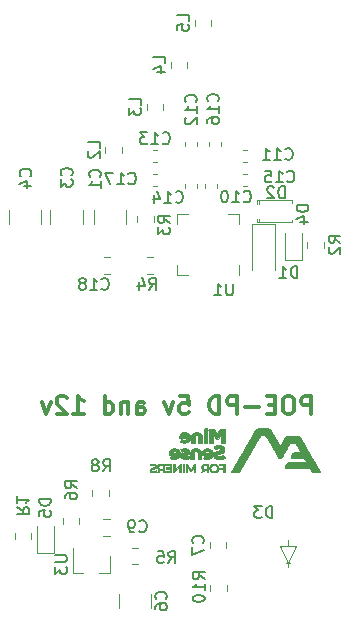
<source format=gbr>
G04 #@! TF.GenerationSoftware,KiCad,Pcbnew,(5.1.4-0-10_14)*
G04 #@! TF.CreationDate,2019-09-18T11:49:10-05:00*
G04 #@! TF.ProjectId,poePoweredDevice-PD,706f6550-6f77-4657-9265-644465766963,rev?*
G04 #@! TF.SameCoordinates,Original*
G04 #@! TF.FileFunction,Legend,Bot*
G04 #@! TF.FilePolarity,Positive*
%FSLAX46Y46*%
G04 Gerber Fmt 4.6, Leading zero omitted, Abs format (unit mm)*
G04 Created by KiCad (PCBNEW (5.1.4-0-10_14)) date 2019-09-18 11:49:10*
%MOMM*%
%LPD*%
G04 APERTURE LIST*
%ADD10C,0.300000*%
%ADD11C,0.010000*%
%ADD12C,0.120000*%
%ADD13C,0.150000*%
G04 APERTURE END LIST*
D10*
X184930428Y-121938171D02*
X184930428Y-120438171D01*
X184359000Y-120438171D01*
X184216142Y-120509600D01*
X184144714Y-120581028D01*
X184073285Y-120723885D01*
X184073285Y-120938171D01*
X184144714Y-121081028D01*
X184216142Y-121152457D01*
X184359000Y-121223885D01*
X184930428Y-121223885D01*
X183144714Y-120438171D02*
X182859000Y-120438171D01*
X182716142Y-120509600D01*
X182573285Y-120652457D01*
X182501857Y-120938171D01*
X182501857Y-121438171D01*
X182573285Y-121723885D01*
X182716142Y-121866742D01*
X182859000Y-121938171D01*
X183144714Y-121938171D01*
X183287571Y-121866742D01*
X183430428Y-121723885D01*
X183501857Y-121438171D01*
X183501857Y-120938171D01*
X183430428Y-120652457D01*
X183287571Y-120509600D01*
X183144714Y-120438171D01*
X181859000Y-121152457D02*
X181359000Y-121152457D01*
X181144714Y-121938171D02*
X181859000Y-121938171D01*
X181859000Y-120438171D01*
X181144714Y-120438171D01*
X180501857Y-121366742D02*
X179359000Y-121366742D01*
X178644714Y-121938171D02*
X178644714Y-120438171D01*
X178073285Y-120438171D01*
X177930428Y-120509600D01*
X177859000Y-120581028D01*
X177787571Y-120723885D01*
X177787571Y-120938171D01*
X177859000Y-121081028D01*
X177930428Y-121152457D01*
X178073285Y-121223885D01*
X178644714Y-121223885D01*
X177144714Y-121938171D02*
X177144714Y-120438171D01*
X176787571Y-120438171D01*
X176573285Y-120509600D01*
X176430428Y-120652457D01*
X176359000Y-120795314D01*
X176287571Y-121081028D01*
X176287571Y-121295314D01*
X176359000Y-121581028D01*
X176430428Y-121723885D01*
X176573285Y-121866742D01*
X176787571Y-121938171D01*
X177144714Y-121938171D01*
X173787571Y-120438171D02*
X174501857Y-120438171D01*
X174573285Y-121152457D01*
X174501857Y-121081028D01*
X174359000Y-121009600D01*
X174001857Y-121009600D01*
X173859000Y-121081028D01*
X173787571Y-121152457D01*
X173716142Y-121295314D01*
X173716142Y-121652457D01*
X173787571Y-121795314D01*
X173859000Y-121866742D01*
X174001857Y-121938171D01*
X174359000Y-121938171D01*
X174501857Y-121866742D01*
X174573285Y-121795314D01*
X173216142Y-120938171D02*
X172859000Y-121938171D01*
X172501857Y-120938171D01*
X170144714Y-121938171D02*
X170144714Y-121152457D01*
X170216142Y-121009600D01*
X170359000Y-120938171D01*
X170644714Y-120938171D01*
X170787571Y-121009600D01*
X170144714Y-121866742D02*
X170287571Y-121938171D01*
X170644714Y-121938171D01*
X170787571Y-121866742D01*
X170859000Y-121723885D01*
X170859000Y-121581028D01*
X170787571Y-121438171D01*
X170644714Y-121366742D01*
X170287571Y-121366742D01*
X170144714Y-121295314D01*
X169430428Y-120938171D02*
X169430428Y-121938171D01*
X169430428Y-121081028D02*
X169359000Y-121009600D01*
X169216142Y-120938171D01*
X169001857Y-120938171D01*
X168859000Y-121009600D01*
X168787571Y-121152457D01*
X168787571Y-121938171D01*
X167430428Y-121938171D02*
X167430428Y-120438171D01*
X167430428Y-121866742D02*
X167573285Y-121938171D01*
X167859000Y-121938171D01*
X168001857Y-121866742D01*
X168073285Y-121795314D01*
X168144714Y-121652457D01*
X168144714Y-121223885D01*
X168073285Y-121081028D01*
X168001857Y-121009600D01*
X167859000Y-120938171D01*
X167573285Y-120938171D01*
X167430428Y-121009600D01*
X164787571Y-121938171D02*
X165644714Y-121938171D01*
X165216142Y-121938171D02*
X165216142Y-120438171D01*
X165359000Y-120652457D01*
X165501857Y-120795314D01*
X165644714Y-120866742D01*
X164216142Y-120581028D02*
X164144714Y-120509600D01*
X164001857Y-120438171D01*
X163644714Y-120438171D01*
X163501857Y-120509600D01*
X163430428Y-120581028D01*
X163359000Y-120723885D01*
X163359000Y-120866742D01*
X163430428Y-121081028D01*
X164287571Y-121938171D01*
X163359000Y-121938171D01*
X162859000Y-120938171D02*
X162501857Y-121938171D01*
X162144714Y-120938171D01*
D11*
G36*
X175972407Y-123142086D02*
G01*
X175962027Y-123142448D01*
X175953873Y-123143285D01*
X175946616Y-123144770D01*
X175938929Y-123147075D01*
X175933856Y-123148816D01*
X175908110Y-123159900D01*
X175886082Y-123173858D01*
X175867311Y-123191037D01*
X175852570Y-123209910D01*
X175840746Y-123230553D01*
X175833177Y-123251277D01*
X175829438Y-123273479D01*
X175828860Y-123288425D01*
X175830671Y-123312820D01*
X175836210Y-123334883D01*
X175845787Y-123355325D01*
X175859711Y-123374854D01*
X175872465Y-123388614D01*
X175892646Y-123405932D01*
X175913961Y-123418905D01*
X175937343Y-123428072D01*
X175944488Y-123430055D01*
X175959380Y-123432911D01*
X175976217Y-123434642D01*
X175993045Y-123435145D01*
X176007910Y-123434316D01*
X176012627Y-123433633D01*
X176038979Y-123427045D01*
X176062368Y-123417035D01*
X176083740Y-123403111D01*
X176101352Y-123387506D01*
X176118443Y-123367376D01*
X176131135Y-123345826D01*
X176139544Y-123323302D01*
X176143786Y-123300245D01*
X176143977Y-123277101D01*
X176140233Y-123254312D01*
X176132672Y-123232322D01*
X176121408Y-123211575D01*
X176106558Y-123192514D01*
X176088238Y-123175584D01*
X176066565Y-123161227D01*
X176041655Y-123149888D01*
X176038851Y-123148888D01*
X176030218Y-123146054D01*
X176022698Y-123144129D01*
X176014950Y-123142939D01*
X176005629Y-123142308D01*
X175993393Y-123142061D01*
X175986342Y-123142027D01*
X175972407Y-123142086D01*
X175972407Y-123142086D01*
G37*
X175972407Y-123142086D02*
X175962027Y-123142448D01*
X175953873Y-123143285D01*
X175946616Y-123144770D01*
X175938929Y-123147075D01*
X175933856Y-123148816D01*
X175908110Y-123159900D01*
X175886082Y-123173858D01*
X175867311Y-123191037D01*
X175852570Y-123209910D01*
X175840746Y-123230553D01*
X175833177Y-123251277D01*
X175829438Y-123273479D01*
X175828860Y-123288425D01*
X175830671Y-123312820D01*
X175836210Y-123334883D01*
X175845787Y-123355325D01*
X175859711Y-123374854D01*
X175872465Y-123388614D01*
X175892646Y-123405932D01*
X175913961Y-123418905D01*
X175937343Y-123428072D01*
X175944488Y-123430055D01*
X175959380Y-123432911D01*
X175976217Y-123434642D01*
X175993045Y-123435145D01*
X176007910Y-123434316D01*
X176012627Y-123433633D01*
X176038979Y-123427045D01*
X176062368Y-123417035D01*
X176083740Y-123403111D01*
X176101352Y-123387506D01*
X176118443Y-123367376D01*
X176131135Y-123345826D01*
X176139544Y-123323302D01*
X176143786Y-123300245D01*
X176143977Y-123277101D01*
X176140233Y-123254312D01*
X176132672Y-123232322D01*
X176121408Y-123211575D01*
X176106558Y-123192514D01*
X176088238Y-123175584D01*
X176066565Y-123161227D01*
X176041655Y-123149888D01*
X176038851Y-123148888D01*
X176030218Y-123146054D01*
X176022698Y-123144129D01*
X176014950Y-123142939D01*
X176005629Y-123142308D01*
X175993393Y-123142061D01*
X175986342Y-123142027D01*
X175972407Y-123142086D01*
G36*
X175205624Y-123479458D02*
G01*
X175185621Y-123479853D01*
X175167577Y-123480574D01*
X175152631Y-123481621D01*
X175146188Y-123482330D01*
X175098109Y-123490759D01*
X175052432Y-123502978D01*
X175009339Y-123518840D01*
X174969017Y-123538197D01*
X174931650Y-123560901D01*
X174897422Y-123586805D01*
X174866518Y-123615761D01*
X174839122Y-123647622D01*
X174815420Y-123682240D01*
X174795595Y-123719468D01*
X174779832Y-123759157D01*
X174773373Y-123780457D01*
X174771239Y-123788246D01*
X174769336Y-123795284D01*
X174767651Y-123801883D01*
X174766170Y-123808357D01*
X174764877Y-123815019D01*
X174763759Y-123822181D01*
X174762800Y-123830157D01*
X174761988Y-123839259D01*
X174761308Y-123849801D01*
X174760745Y-123862096D01*
X174760284Y-123876456D01*
X174759913Y-123893195D01*
X174759615Y-123912625D01*
X174759378Y-123935060D01*
X174759186Y-123960812D01*
X174759026Y-123990195D01*
X174758883Y-124023521D01*
X174758742Y-124061104D01*
X174758590Y-124103257D01*
X174758589Y-124103546D01*
X174757635Y-124364262D01*
X175063029Y-124364262D01*
X175063700Y-124087671D01*
X175064371Y-123811079D01*
X175070776Y-123794614D01*
X175082993Y-123769172D01*
X175098395Y-123747381D01*
X175116908Y-123729314D01*
X175138458Y-123715042D01*
X175162970Y-123704636D01*
X175164505Y-123704145D01*
X175171921Y-123702023D01*
X175179176Y-123700534D01*
X175187370Y-123699570D01*
X175197603Y-123699027D01*
X175210975Y-123698799D01*
X175220678Y-123698770D01*
X175236369Y-123698861D01*
X175248277Y-123699204D01*
X175257502Y-123699904D01*
X175265142Y-123701068D01*
X175272298Y-123702801D01*
X175276851Y-123704169D01*
X175301411Y-123714379D01*
X175323165Y-123728452D01*
X175341788Y-123746043D01*
X175356953Y-123766805D01*
X175368333Y-123790392D01*
X175373383Y-123806429D01*
X175374137Y-123809511D01*
X175374808Y-123812715D01*
X175375401Y-123816330D01*
X175375921Y-123820643D01*
X175376372Y-123825942D01*
X175376760Y-123832514D01*
X175377089Y-123840649D01*
X175377364Y-123850633D01*
X175377590Y-123862754D01*
X175377772Y-123877300D01*
X175377914Y-123894559D01*
X175378021Y-123914819D01*
X175378099Y-123938367D01*
X175378152Y-123965491D01*
X175378184Y-123996480D01*
X175378201Y-124031620D01*
X175378207Y-124071200D01*
X175378207Y-124364262D01*
X175683496Y-124364262D01*
X175683496Y-124120290D01*
X175683486Y-124077691D01*
X175683451Y-124039659D01*
X175683381Y-124005875D01*
X175683265Y-123976023D01*
X175683093Y-123949783D01*
X175682855Y-123926838D01*
X175682540Y-123906871D01*
X175682140Y-123889562D01*
X175681643Y-123874595D01*
X175681040Y-123861651D01*
X175680321Y-123850413D01*
X175679474Y-123840562D01*
X175678491Y-123831781D01*
X175677361Y-123823751D01*
X175676074Y-123816155D01*
X175674620Y-123808675D01*
X175673393Y-123802857D01*
X175665567Y-123772876D01*
X175655156Y-123742563D01*
X175642777Y-123713472D01*
X175629050Y-123687159D01*
X175624232Y-123679195D01*
X175598799Y-123643357D01*
X175569767Y-123610730D01*
X175537297Y-123581412D01*
X175501556Y-123555501D01*
X175462705Y-123533095D01*
X175420909Y-123514292D01*
X175376333Y-123499190D01*
X175329139Y-123487887D01*
X175295169Y-123482358D01*
X175282452Y-123481129D01*
X175266000Y-123480223D01*
X175246953Y-123479643D01*
X175226447Y-123479388D01*
X175205624Y-123479458D01*
X175205624Y-123479458D01*
G37*
X175205624Y-123479458D02*
X175185621Y-123479853D01*
X175167577Y-123480574D01*
X175152631Y-123481621D01*
X175146188Y-123482330D01*
X175098109Y-123490759D01*
X175052432Y-123502978D01*
X175009339Y-123518840D01*
X174969017Y-123538197D01*
X174931650Y-123560901D01*
X174897422Y-123586805D01*
X174866518Y-123615761D01*
X174839122Y-123647622D01*
X174815420Y-123682240D01*
X174795595Y-123719468D01*
X174779832Y-123759157D01*
X174773373Y-123780457D01*
X174771239Y-123788246D01*
X174769336Y-123795284D01*
X174767651Y-123801883D01*
X174766170Y-123808357D01*
X174764877Y-123815019D01*
X174763759Y-123822181D01*
X174762800Y-123830157D01*
X174761988Y-123839259D01*
X174761308Y-123849801D01*
X174760745Y-123862096D01*
X174760284Y-123876456D01*
X174759913Y-123893195D01*
X174759615Y-123912625D01*
X174759378Y-123935060D01*
X174759186Y-123960812D01*
X174759026Y-123990195D01*
X174758883Y-124023521D01*
X174758742Y-124061104D01*
X174758590Y-124103257D01*
X174758589Y-124103546D01*
X174757635Y-124364262D01*
X175063029Y-124364262D01*
X175063700Y-124087671D01*
X175064371Y-123811079D01*
X175070776Y-123794614D01*
X175082993Y-123769172D01*
X175098395Y-123747381D01*
X175116908Y-123729314D01*
X175138458Y-123715042D01*
X175162970Y-123704636D01*
X175164505Y-123704145D01*
X175171921Y-123702023D01*
X175179176Y-123700534D01*
X175187370Y-123699570D01*
X175197603Y-123699027D01*
X175210975Y-123698799D01*
X175220678Y-123698770D01*
X175236369Y-123698861D01*
X175248277Y-123699204D01*
X175257502Y-123699904D01*
X175265142Y-123701068D01*
X175272298Y-123702801D01*
X175276851Y-123704169D01*
X175301411Y-123714379D01*
X175323165Y-123728452D01*
X175341788Y-123746043D01*
X175356953Y-123766805D01*
X175368333Y-123790392D01*
X175373383Y-123806429D01*
X175374137Y-123809511D01*
X175374808Y-123812715D01*
X175375401Y-123816330D01*
X175375921Y-123820643D01*
X175376372Y-123825942D01*
X175376760Y-123832514D01*
X175377089Y-123840649D01*
X175377364Y-123850633D01*
X175377590Y-123862754D01*
X175377772Y-123877300D01*
X175377914Y-123894559D01*
X175378021Y-123914819D01*
X175378099Y-123938367D01*
X175378152Y-123965491D01*
X175378184Y-123996480D01*
X175378201Y-124031620D01*
X175378207Y-124071200D01*
X175378207Y-124364262D01*
X175683496Y-124364262D01*
X175683496Y-124120290D01*
X175683486Y-124077691D01*
X175683451Y-124039659D01*
X175683381Y-124005875D01*
X175683265Y-123976023D01*
X175683093Y-123949783D01*
X175682855Y-123926838D01*
X175682540Y-123906871D01*
X175682140Y-123889562D01*
X175681643Y-123874595D01*
X175681040Y-123861651D01*
X175680321Y-123850413D01*
X175679474Y-123840562D01*
X175678491Y-123831781D01*
X175677361Y-123823751D01*
X175676074Y-123816155D01*
X175674620Y-123808675D01*
X175673393Y-123802857D01*
X175665567Y-123772876D01*
X175655156Y-123742563D01*
X175642777Y-123713472D01*
X175629050Y-123687159D01*
X175624232Y-123679195D01*
X175598799Y-123643357D01*
X175569767Y-123610730D01*
X175537297Y-123581412D01*
X175501556Y-123555501D01*
X175462705Y-123533095D01*
X175420909Y-123514292D01*
X175376333Y-123499190D01*
X175329139Y-123487887D01*
X175295169Y-123482358D01*
X175282452Y-123481129D01*
X175266000Y-123480223D01*
X175246953Y-123479643D01*
X175226447Y-123479388D01*
X175205624Y-123479458D01*
G36*
X175834322Y-123925432D02*
G01*
X175834260Y-123970973D01*
X175834209Y-124015224D01*
X175834168Y-124057934D01*
X175834138Y-124098855D01*
X175834118Y-124137738D01*
X175834107Y-124174332D01*
X175834107Y-124208389D01*
X175834117Y-124239659D01*
X175834136Y-124267893D01*
X175834165Y-124292841D01*
X175834204Y-124314254D01*
X175834252Y-124331883D01*
X175834310Y-124345479D01*
X175834377Y-124354791D01*
X175834453Y-124359571D01*
X175834487Y-124360163D01*
X175834930Y-124361004D01*
X175836146Y-124361722D01*
X175838493Y-124362327D01*
X175842326Y-124362828D01*
X175848001Y-124363235D01*
X175855876Y-124363558D01*
X175866306Y-124363806D01*
X175879647Y-124363989D01*
X175896257Y-124364116D01*
X175916490Y-124364197D01*
X175940704Y-124364242D01*
X175969255Y-124364260D01*
X175986521Y-124364262D01*
X176137765Y-124364262D01*
X176137765Y-123494800D01*
X175834946Y-123494800D01*
X175834322Y-123925432D01*
X175834322Y-123925432D01*
G37*
X175834322Y-123925432D02*
X175834260Y-123970973D01*
X175834209Y-124015224D01*
X175834168Y-124057934D01*
X175834138Y-124098855D01*
X175834118Y-124137738D01*
X175834107Y-124174332D01*
X175834107Y-124208389D01*
X175834117Y-124239659D01*
X175834136Y-124267893D01*
X175834165Y-124292841D01*
X175834204Y-124314254D01*
X175834252Y-124331883D01*
X175834310Y-124345479D01*
X175834377Y-124354791D01*
X175834453Y-124359571D01*
X175834487Y-124360163D01*
X175834930Y-124361004D01*
X175836146Y-124361722D01*
X175838493Y-124362327D01*
X175842326Y-124362828D01*
X175848001Y-124363235D01*
X175855876Y-124363558D01*
X175866306Y-124363806D01*
X175879647Y-124363989D01*
X175896257Y-124364116D01*
X175916490Y-124364197D01*
X175940704Y-124364242D01*
X175969255Y-124364260D01*
X175986521Y-124364262D01*
X176137765Y-124364262D01*
X176137765Y-123494800D01*
X175834946Y-123494800D01*
X175834322Y-123925432D01*
G36*
X176306284Y-124364262D02*
G01*
X176587135Y-124364262D01*
X176587753Y-123975749D01*
X176588371Y-123587235D01*
X176843059Y-124028445D01*
X177058847Y-124028445D01*
X177186291Y-123807639D01*
X177313736Y-123586834D01*
X177314972Y-124364262D01*
X177454253Y-124364262D01*
X177485148Y-124364240D01*
X177511470Y-124364171D01*
X177533529Y-124364048D01*
X177551637Y-124363863D01*
X177566104Y-124363610D01*
X177577242Y-124363283D01*
X177585361Y-124362874D01*
X177590772Y-124362377D01*
X177593786Y-124361785D01*
X177594694Y-124361209D01*
X177594799Y-124358516D01*
X177594896Y-124351157D01*
X177594985Y-124339348D01*
X177595065Y-124323307D01*
X177595137Y-124303252D01*
X177595200Y-124279401D01*
X177595255Y-124251972D01*
X177595300Y-124221181D01*
X177595336Y-124187247D01*
X177595362Y-124150387D01*
X177595378Y-124110819D01*
X177595385Y-124068760D01*
X177595381Y-124024429D01*
X177595367Y-123978042D01*
X177595342Y-123929818D01*
X177595306Y-123879974D01*
X177595259Y-123828727D01*
X177595227Y-123798868D01*
X177594601Y-123239579D01*
X177194895Y-123239579D01*
X177073585Y-123450129D01*
X177056595Y-123479596D01*
X177040289Y-123507839D01*
X177024831Y-123534572D01*
X177010387Y-123559512D01*
X176997122Y-123582375D01*
X176985203Y-123602875D01*
X176974793Y-123620730D01*
X176966060Y-123635653D01*
X176959167Y-123647362D01*
X176954282Y-123655571D01*
X176951568Y-123659996D01*
X176951053Y-123660718D01*
X176949690Y-123658653D01*
X176946056Y-123652638D01*
X176940317Y-123642957D01*
X176932639Y-123629892D01*
X176923186Y-123613728D01*
X176912124Y-123594748D01*
X176899618Y-123573237D01*
X176885834Y-123549477D01*
X176870935Y-123523752D01*
X176855089Y-123496347D01*
X176838459Y-123467545D01*
X176828086Y-123449557D01*
X176706339Y-123238358D01*
X176306284Y-123238358D01*
X176306284Y-124364262D01*
X176306284Y-124364262D01*
G37*
X176306284Y-124364262D02*
X176587135Y-124364262D01*
X176587753Y-123975749D01*
X176588371Y-123587235D01*
X176843059Y-124028445D01*
X177058847Y-124028445D01*
X177186291Y-123807639D01*
X177313736Y-123586834D01*
X177314972Y-124364262D01*
X177454253Y-124364262D01*
X177485148Y-124364240D01*
X177511470Y-124364171D01*
X177533529Y-124364048D01*
X177551637Y-124363863D01*
X177566104Y-124363610D01*
X177577242Y-124363283D01*
X177585361Y-124362874D01*
X177590772Y-124362377D01*
X177593786Y-124361785D01*
X177594694Y-124361209D01*
X177594799Y-124358516D01*
X177594896Y-124351157D01*
X177594985Y-124339348D01*
X177595065Y-124323307D01*
X177595137Y-124303252D01*
X177595200Y-124279401D01*
X177595255Y-124251972D01*
X177595300Y-124221181D01*
X177595336Y-124187247D01*
X177595362Y-124150387D01*
X177595378Y-124110819D01*
X177595385Y-124068760D01*
X177595381Y-124024429D01*
X177595367Y-123978042D01*
X177595342Y-123929818D01*
X177595306Y-123879974D01*
X177595259Y-123828727D01*
X177595227Y-123798868D01*
X177594601Y-123239579D01*
X177194895Y-123239579D01*
X177073585Y-123450129D01*
X177056595Y-123479596D01*
X177040289Y-123507839D01*
X177024831Y-123534572D01*
X177010387Y-123559512D01*
X176997122Y-123582375D01*
X176985203Y-123602875D01*
X176974793Y-123620730D01*
X176966060Y-123635653D01*
X176959167Y-123647362D01*
X176954282Y-123655571D01*
X176951568Y-123659996D01*
X176951053Y-123660718D01*
X176949690Y-123658653D01*
X176946056Y-123652638D01*
X176940317Y-123642957D01*
X176932639Y-123629892D01*
X176923186Y-123613728D01*
X176912124Y-123594748D01*
X176899618Y-123573237D01*
X176885834Y-123549477D01*
X176870935Y-123523752D01*
X176855089Y-123496347D01*
X176838459Y-123467545D01*
X176828086Y-123449557D01*
X176706339Y-123238358D01*
X176306284Y-123238358D01*
X176306284Y-124364262D01*
G36*
X174162825Y-123480028D02*
G01*
X174115233Y-123484813D01*
X174068762Y-123493515D01*
X174057250Y-123496346D01*
X174013528Y-123509995D01*
X173971957Y-123527690D01*
X173932839Y-123549207D01*
X173896476Y-123574321D01*
X173863170Y-123602809D01*
X173833223Y-123634445D01*
X173806935Y-123669004D01*
X173791167Y-123694301D01*
X173773529Y-123729390D01*
X173758704Y-123767729D01*
X173747003Y-123808369D01*
X173738741Y-123850363D01*
X173738016Y-123855300D01*
X173736330Y-123870949D01*
X173735095Y-123890033D01*
X173734331Y-123911154D01*
X173734056Y-123932911D01*
X173734290Y-123953902D01*
X173735051Y-123972730D01*
X173736232Y-123986925D01*
X173738198Y-124004022D01*
X174052907Y-124004641D01*
X174367617Y-124005261D01*
X174366001Y-124011968D01*
X174362382Y-124022654D01*
X174356422Y-124035579D01*
X174348913Y-124049234D01*
X174340646Y-124062110D01*
X174337223Y-124066812D01*
X174317874Y-124088274D01*
X174295141Y-124106270D01*
X174269137Y-124120744D01*
X174239973Y-124131643D01*
X174207760Y-124138912D01*
X174182847Y-124141860D01*
X174142771Y-124142818D01*
X174104660Y-124139307D01*
X174068500Y-124131323D01*
X174034276Y-124118859D01*
X174001972Y-124101913D01*
X173971574Y-124080480D01*
X173968287Y-124077800D01*
X173962108Y-124072910D01*
X173957606Y-124069763D01*
X173955876Y-124069044D01*
X173954552Y-124071280D01*
X173951030Y-124077338D01*
X173945550Y-124086805D01*
X173938348Y-124099269D01*
X173929663Y-124114316D01*
X173919734Y-124131536D01*
X173908798Y-124150514D01*
X173897094Y-124170839D01*
X173896232Y-124172336D01*
X173837302Y-124274708D01*
X173851012Y-124285354D01*
X173882790Y-124307161D01*
X173918331Y-124326256D01*
X173957238Y-124342486D01*
X173999113Y-124355700D01*
X174043560Y-124365746D01*
X174072962Y-124370414D01*
X174088173Y-124372026D01*
X174106941Y-124373361D01*
X174128058Y-124374390D01*
X174150313Y-124375085D01*
X174172498Y-124375418D01*
X174193403Y-124375360D01*
X174211820Y-124374882D01*
X174226065Y-124374001D01*
X174277981Y-124367275D01*
X174327366Y-124356766D01*
X174374078Y-124342616D01*
X174417975Y-124324965D01*
X174458916Y-124303956D01*
X174496759Y-124279729D01*
X174531362Y-124252426D01*
X174562585Y-124222189D01*
X174590285Y-124189159D01*
X174614320Y-124153476D01*
X174634550Y-124115284D01*
X174650832Y-124074722D01*
X174663026Y-124031933D01*
X174670989Y-123987058D01*
X174674579Y-123940238D01*
X174674783Y-123925868D01*
X174672489Y-123878110D01*
X174667458Y-123844050D01*
X174374108Y-123844050D01*
X174197196Y-123844050D01*
X174163574Y-123844048D01*
X174134505Y-123844034D01*
X174109659Y-123843999D01*
X174088704Y-123843936D01*
X174071308Y-123843834D01*
X174057142Y-123843685D01*
X174045873Y-123843481D01*
X174037170Y-123843212D01*
X174030702Y-123842869D01*
X174026139Y-123842443D01*
X174023148Y-123841926D01*
X174021399Y-123841308D01*
X174020560Y-123840581D01*
X174020300Y-123839736D01*
X174020284Y-123839292D01*
X174021248Y-123832942D01*
X174023826Y-123823502D01*
X174027550Y-123812297D01*
X174031952Y-123800656D01*
X174036563Y-123789905D01*
X174040417Y-123782245D01*
X174056349Y-123758717D01*
X174075773Y-123738457D01*
X174098302Y-123721763D01*
X174123546Y-123708938D01*
X174144108Y-123702016D01*
X174159749Y-123698966D01*
X174178400Y-123697138D01*
X174198370Y-123696550D01*
X174217965Y-123697223D01*
X174235493Y-123699178D01*
X174243755Y-123700835D01*
X174271020Y-123709938D01*
X174295752Y-123723112D01*
X174317707Y-123740109D01*
X174336640Y-123760686D01*
X174352308Y-123784596D01*
X174364466Y-123811595D01*
X174369407Y-123827089D01*
X174374108Y-123844050D01*
X174667458Y-123844050D01*
X174665691Y-123832095D01*
X174654515Y-123788005D01*
X174639085Y-123746023D01*
X174619527Y-123706330D01*
X174595966Y-123669111D01*
X174568526Y-123634548D01*
X174537333Y-123602823D01*
X174502512Y-123574120D01*
X174464188Y-123548620D01*
X174422486Y-123526507D01*
X174392430Y-123513563D01*
X174350021Y-123499318D01*
X174305136Y-123488805D01*
X174258496Y-123482061D01*
X174210819Y-123479124D01*
X174162825Y-123480028D01*
X174162825Y-123480028D01*
G37*
X174162825Y-123480028D02*
X174115233Y-123484813D01*
X174068762Y-123493515D01*
X174057250Y-123496346D01*
X174013528Y-123509995D01*
X173971957Y-123527690D01*
X173932839Y-123549207D01*
X173896476Y-123574321D01*
X173863170Y-123602809D01*
X173833223Y-123634445D01*
X173806935Y-123669004D01*
X173791167Y-123694301D01*
X173773529Y-123729390D01*
X173758704Y-123767729D01*
X173747003Y-123808369D01*
X173738741Y-123850363D01*
X173738016Y-123855300D01*
X173736330Y-123870949D01*
X173735095Y-123890033D01*
X173734331Y-123911154D01*
X173734056Y-123932911D01*
X173734290Y-123953902D01*
X173735051Y-123972730D01*
X173736232Y-123986925D01*
X173738198Y-124004022D01*
X174052907Y-124004641D01*
X174367617Y-124005261D01*
X174366001Y-124011968D01*
X174362382Y-124022654D01*
X174356422Y-124035579D01*
X174348913Y-124049234D01*
X174340646Y-124062110D01*
X174337223Y-124066812D01*
X174317874Y-124088274D01*
X174295141Y-124106270D01*
X174269137Y-124120744D01*
X174239973Y-124131643D01*
X174207760Y-124138912D01*
X174182847Y-124141860D01*
X174142771Y-124142818D01*
X174104660Y-124139307D01*
X174068500Y-124131323D01*
X174034276Y-124118859D01*
X174001972Y-124101913D01*
X173971574Y-124080480D01*
X173968287Y-124077800D01*
X173962108Y-124072910D01*
X173957606Y-124069763D01*
X173955876Y-124069044D01*
X173954552Y-124071280D01*
X173951030Y-124077338D01*
X173945550Y-124086805D01*
X173938348Y-124099269D01*
X173929663Y-124114316D01*
X173919734Y-124131536D01*
X173908798Y-124150514D01*
X173897094Y-124170839D01*
X173896232Y-124172336D01*
X173837302Y-124274708D01*
X173851012Y-124285354D01*
X173882790Y-124307161D01*
X173918331Y-124326256D01*
X173957238Y-124342486D01*
X173999113Y-124355700D01*
X174043560Y-124365746D01*
X174072962Y-124370414D01*
X174088173Y-124372026D01*
X174106941Y-124373361D01*
X174128058Y-124374390D01*
X174150313Y-124375085D01*
X174172498Y-124375418D01*
X174193403Y-124375360D01*
X174211820Y-124374882D01*
X174226065Y-124374001D01*
X174277981Y-124367275D01*
X174327366Y-124356766D01*
X174374078Y-124342616D01*
X174417975Y-124324965D01*
X174458916Y-124303956D01*
X174496759Y-124279729D01*
X174531362Y-124252426D01*
X174562585Y-124222189D01*
X174590285Y-124189159D01*
X174614320Y-124153476D01*
X174634550Y-124115284D01*
X174650832Y-124074722D01*
X174663026Y-124031933D01*
X174670989Y-123987058D01*
X174674579Y-123940238D01*
X174674783Y-123925868D01*
X174672489Y-123878110D01*
X174667458Y-123844050D01*
X174374108Y-123844050D01*
X174197196Y-123844050D01*
X174163574Y-123844048D01*
X174134505Y-123844034D01*
X174109659Y-123843999D01*
X174088704Y-123843936D01*
X174071308Y-123843834D01*
X174057142Y-123843685D01*
X174045873Y-123843481D01*
X174037170Y-123843212D01*
X174030702Y-123842869D01*
X174026139Y-123842443D01*
X174023148Y-123841926D01*
X174021399Y-123841308D01*
X174020560Y-123840581D01*
X174020300Y-123839736D01*
X174020284Y-123839292D01*
X174021248Y-123832942D01*
X174023826Y-123823502D01*
X174027550Y-123812297D01*
X174031952Y-123800656D01*
X174036563Y-123789905D01*
X174040417Y-123782245D01*
X174056349Y-123758717D01*
X174075773Y-123738457D01*
X174098302Y-123721763D01*
X174123546Y-123708938D01*
X174144108Y-123702016D01*
X174159749Y-123698966D01*
X174178400Y-123697138D01*
X174198370Y-123696550D01*
X174217965Y-123697223D01*
X174235493Y-123699178D01*
X174243755Y-123700835D01*
X174271020Y-123709938D01*
X174295752Y-123723112D01*
X174317707Y-123740109D01*
X174336640Y-123760686D01*
X174352308Y-123784596D01*
X174364466Y-123811595D01*
X174369407Y-123827089D01*
X174374108Y-123844050D01*
X174667458Y-123844050D01*
X174665691Y-123832095D01*
X174654515Y-123788005D01*
X174639085Y-123746023D01*
X174619527Y-123706330D01*
X174595966Y-123669111D01*
X174568526Y-123634548D01*
X174537333Y-123602823D01*
X174502512Y-123574120D01*
X174464188Y-123548620D01*
X174422486Y-123526507D01*
X174392430Y-123513563D01*
X174350021Y-123499318D01*
X174305136Y-123488805D01*
X174258496Y-123482061D01*
X174210819Y-123479124D01*
X174162825Y-123480028D01*
G36*
X175113337Y-124854839D02*
G01*
X175081590Y-124856767D01*
X175052202Y-124860242D01*
X175023984Y-124865434D01*
X174995751Y-124872517D01*
X174971742Y-124879858D01*
X174929408Y-124896057D01*
X174889654Y-124915975D01*
X174852719Y-124939371D01*
X174818845Y-124966006D01*
X174788271Y-124995643D01*
X174761237Y-125028040D01*
X174737984Y-125062960D01*
X174718751Y-125100162D01*
X174703779Y-125139409D01*
X174700622Y-125149890D01*
X174698402Y-125157628D01*
X174696422Y-125164600D01*
X174694667Y-125171116D01*
X174693123Y-125177485D01*
X174691775Y-125184018D01*
X174690608Y-125191025D01*
X174689608Y-125198816D01*
X174688761Y-125207701D01*
X174688051Y-125217991D01*
X174687464Y-125229996D01*
X174686985Y-125244025D01*
X174686601Y-125260389D01*
X174686296Y-125279399D01*
X174686056Y-125301363D01*
X174685866Y-125326594D01*
X174685711Y-125355399D01*
X174685578Y-125388091D01*
X174685451Y-125424978D01*
X174685316Y-125466372D01*
X174685283Y-125476123D01*
X174684406Y-125739281D01*
X174989780Y-125739281D01*
X174990441Y-125461469D01*
X174991101Y-125183656D01*
X174996798Y-125168458D01*
X175008366Y-125144338D01*
X175023763Y-125123067D01*
X175042633Y-125104978D01*
X175064620Y-125090400D01*
X175089368Y-125079667D01*
X175093678Y-125078293D01*
X175103422Y-125076280D01*
X175116735Y-125074820D01*
X175132331Y-125073929D01*
X175148923Y-125073624D01*
X175165227Y-125073918D01*
X175179955Y-125074829D01*
X175191822Y-125076372D01*
X175195034Y-125077057D01*
X175210422Y-125082071D01*
X175226805Y-125089445D01*
X175242220Y-125098187D01*
X175254435Y-125107075D01*
X175268028Y-125121005D01*
X175280615Y-125138138D01*
X175291078Y-125156793D01*
X175297027Y-125171255D01*
X175303717Y-125190983D01*
X175304408Y-125465132D01*
X175305098Y-125739281D01*
X175607784Y-125739281D01*
X175607784Y-125483763D01*
X175607782Y-125440930D01*
X175607767Y-125402669D01*
X175607725Y-125368667D01*
X175607642Y-125338610D01*
X175607504Y-125312187D01*
X175607298Y-125289083D01*
X175607009Y-125268986D01*
X175606624Y-125251584D01*
X175606128Y-125236563D01*
X175605509Y-125223610D01*
X175604751Y-125212412D01*
X175603841Y-125202657D01*
X175602766Y-125194031D01*
X175601511Y-125186221D01*
X175600062Y-125178916D01*
X175598406Y-125171801D01*
X175596529Y-125164563D01*
X175594417Y-125156891D01*
X175593078Y-125152116D01*
X175579270Y-125111841D01*
X175561133Y-125073635D01*
X175538860Y-125037719D01*
X175512642Y-125004316D01*
X175482674Y-124973646D01*
X175449147Y-124945933D01*
X175412255Y-124921398D01*
X175375709Y-124901919D01*
X175340161Y-124886532D01*
X175304635Y-124874370D01*
X175268254Y-124865248D01*
X175230141Y-124858983D01*
X175189418Y-124855390D01*
X175148630Y-124854286D01*
X175113337Y-124854839D01*
X175113337Y-124854839D01*
G37*
X175113337Y-124854839D02*
X175081590Y-124856767D01*
X175052202Y-124860242D01*
X175023984Y-124865434D01*
X174995751Y-124872517D01*
X174971742Y-124879858D01*
X174929408Y-124896057D01*
X174889654Y-124915975D01*
X174852719Y-124939371D01*
X174818845Y-124966006D01*
X174788271Y-124995643D01*
X174761237Y-125028040D01*
X174737984Y-125062960D01*
X174718751Y-125100162D01*
X174703779Y-125139409D01*
X174700622Y-125149890D01*
X174698402Y-125157628D01*
X174696422Y-125164600D01*
X174694667Y-125171116D01*
X174693123Y-125177485D01*
X174691775Y-125184018D01*
X174690608Y-125191025D01*
X174689608Y-125198816D01*
X174688761Y-125207701D01*
X174688051Y-125217991D01*
X174687464Y-125229996D01*
X174686985Y-125244025D01*
X174686601Y-125260389D01*
X174686296Y-125279399D01*
X174686056Y-125301363D01*
X174685866Y-125326594D01*
X174685711Y-125355399D01*
X174685578Y-125388091D01*
X174685451Y-125424978D01*
X174685316Y-125466372D01*
X174685283Y-125476123D01*
X174684406Y-125739281D01*
X174989780Y-125739281D01*
X174990441Y-125461469D01*
X174991101Y-125183656D01*
X174996798Y-125168458D01*
X175008366Y-125144338D01*
X175023763Y-125123067D01*
X175042633Y-125104978D01*
X175064620Y-125090400D01*
X175089368Y-125079667D01*
X175093678Y-125078293D01*
X175103422Y-125076280D01*
X175116735Y-125074820D01*
X175132331Y-125073929D01*
X175148923Y-125073624D01*
X175165227Y-125073918D01*
X175179955Y-125074829D01*
X175191822Y-125076372D01*
X175195034Y-125077057D01*
X175210422Y-125082071D01*
X175226805Y-125089445D01*
X175242220Y-125098187D01*
X175254435Y-125107075D01*
X175268028Y-125121005D01*
X175280615Y-125138138D01*
X175291078Y-125156793D01*
X175297027Y-125171255D01*
X175303717Y-125190983D01*
X175304408Y-125465132D01*
X175305098Y-125739281D01*
X175607784Y-125739281D01*
X175607784Y-125483763D01*
X175607782Y-125440930D01*
X175607767Y-125402669D01*
X175607725Y-125368667D01*
X175607642Y-125338610D01*
X175607504Y-125312187D01*
X175607298Y-125289083D01*
X175607009Y-125268986D01*
X175606624Y-125251584D01*
X175606128Y-125236563D01*
X175605509Y-125223610D01*
X175604751Y-125212412D01*
X175603841Y-125202657D01*
X175602766Y-125194031D01*
X175601511Y-125186221D01*
X175600062Y-125178916D01*
X175598406Y-125171801D01*
X175596529Y-125164563D01*
X175594417Y-125156891D01*
X175593078Y-125152116D01*
X175579270Y-125111841D01*
X175561133Y-125073635D01*
X175538860Y-125037719D01*
X175512642Y-125004316D01*
X175482674Y-124973646D01*
X175449147Y-124945933D01*
X175412255Y-124921398D01*
X175375709Y-124901919D01*
X175340161Y-124886532D01*
X175304635Y-124874370D01*
X175268254Y-124865248D01*
X175230141Y-124858983D01*
X175189418Y-124855390D01*
X175148630Y-124854286D01*
X175113337Y-124854839D01*
G36*
X173304425Y-124854660D02*
G01*
X173280023Y-124855615D01*
X173258188Y-124857325D01*
X173247654Y-124858607D01*
X173198475Y-124867784D01*
X173152139Y-124880834D01*
X173108759Y-124897645D01*
X173068444Y-124918108D01*
X173031305Y-124942111D01*
X172997453Y-124969543D01*
X172967000Y-125000295D01*
X172940056Y-125034254D01*
X172916732Y-125071311D01*
X172897139Y-125111353D01*
X172881388Y-125154272D01*
X172869589Y-125199955D01*
X172862423Y-125243493D01*
X172861741Y-125251678D01*
X172861244Y-125263060D01*
X172860923Y-125276841D01*
X172860770Y-125292220D01*
X172860777Y-125308401D01*
X172860936Y-125324583D01*
X172861238Y-125339968D01*
X172861675Y-125353757D01*
X172862238Y-125365152D01*
X172862920Y-125373353D01*
X172863713Y-125377562D01*
X172863812Y-125377755D01*
X172866343Y-125378173D01*
X172873420Y-125378551D01*
X172885074Y-125378892D01*
X172901337Y-125379193D01*
X172922240Y-125379457D01*
X172947816Y-125379683D01*
X172978097Y-125379872D01*
X173013115Y-125380023D01*
X173052901Y-125380137D01*
X173097488Y-125380214D01*
X173146907Y-125380255D01*
X173180166Y-125380262D01*
X173494971Y-125380262D01*
X173491679Y-125389595D01*
X173482749Y-125410287D01*
X173470972Y-125430656D01*
X173457291Y-125449301D01*
X173442647Y-125464820D01*
X173438919Y-125468070D01*
X173415939Y-125484699D01*
X173391082Y-125497745D01*
X173363903Y-125507348D01*
X173333960Y-125513645D01*
X173300808Y-125516775D01*
X173281486Y-125517197D01*
X173246661Y-125515858D01*
X173215161Y-125511693D01*
X173186149Y-125504435D01*
X173158789Y-125493815D01*
X173132244Y-125479563D01*
X173105676Y-125461412D01*
X173104180Y-125460282D01*
X173094748Y-125453167D01*
X173088425Y-125448666D01*
X173084433Y-125446439D01*
X173081992Y-125446145D01*
X173080323Y-125447442D01*
X173079085Y-125449292D01*
X173077186Y-125452490D01*
X173073113Y-125459470D01*
X173067129Y-125469779D01*
X173059493Y-125482965D01*
X173050470Y-125498575D01*
X173040319Y-125516158D01*
X173029303Y-125535260D01*
X173020162Y-125551127D01*
X173006296Y-125575288D01*
X172994787Y-125595540D01*
X172985487Y-125612164D01*
X172978245Y-125625442D01*
X172972911Y-125635657D01*
X172969336Y-125643090D01*
X172967370Y-125648023D01*
X172966864Y-125650739D01*
X172967013Y-125651232D01*
X172970881Y-125655246D01*
X172978214Y-125661036D01*
X172988177Y-125668056D01*
X172999935Y-125675764D01*
X173012654Y-125683615D01*
X173025499Y-125691065D01*
X173037635Y-125697570D01*
X173039698Y-125698607D01*
X173080254Y-125716194D01*
X173123987Y-125730273D01*
X173170624Y-125740798D01*
X173219897Y-125747724D01*
X173271534Y-125751004D01*
X173325264Y-125750594D01*
X173341323Y-125749770D01*
X173349385Y-125749098D01*
X173360621Y-125747923D01*
X173373370Y-125746429D01*
X173382842Y-125745219D01*
X173433223Y-125736430D01*
X173481067Y-125723871D01*
X173526217Y-125707683D01*
X173568518Y-125688010D01*
X173607814Y-125664992D01*
X173643949Y-125638771D01*
X173676767Y-125609491D01*
X173706113Y-125577292D01*
X173731831Y-125542317D01*
X173753764Y-125504708D01*
X173771757Y-125464607D01*
X173785655Y-125422156D01*
X173795300Y-125377496D01*
X173796744Y-125368039D01*
X173798535Y-125351085D01*
X173799700Y-125330785D01*
X173800238Y-125308588D01*
X173800149Y-125285940D01*
X173799430Y-125264290D01*
X173798081Y-125245084D01*
X173796850Y-125234488D01*
X173793865Y-125219070D01*
X173500166Y-125219070D01*
X173145394Y-125219070D01*
X173147066Y-125209911D01*
X173150403Y-125196556D01*
X173155615Y-125181259D01*
X173161893Y-125166163D01*
X173168357Y-125153531D01*
X173173601Y-125145869D01*
X173181234Y-125136306D01*
X173190074Y-125126275D01*
X173196005Y-125120082D01*
X173217750Y-125101554D01*
X173241778Y-125087343D01*
X173268119Y-125077432D01*
X173274159Y-125075844D01*
X173289919Y-125073150D01*
X173308630Y-125071752D01*
X173328607Y-125071628D01*
X173348164Y-125072762D01*
X173365614Y-125075132D01*
X173373807Y-125076984D01*
X173401034Y-125086795D01*
X173425547Y-125100579D01*
X173447151Y-125118126D01*
X173465652Y-125139223D01*
X173480854Y-125163659D01*
X173492563Y-125191223D01*
X173498596Y-125212353D01*
X173500166Y-125219070D01*
X173793865Y-125219070D01*
X173788031Y-125188943D01*
X173774931Y-125145569D01*
X173757722Y-125104527D01*
X173736579Y-125065982D01*
X173711672Y-125030096D01*
X173683174Y-124997031D01*
X173651258Y-124966952D01*
X173616097Y-124940020D01*
X173577862Y-124916399D01*
X173536727Y-124896252D01*
X173492863Y-124879741D01*
X173446444Y-124867030D01*
X173398717Y-124858427D01*
X173378541Y-124856344D01*
X173355134Y-124855023D01*
X173329945Y-124854462D01*
X173304425Y-124854660D01*
X173304425Y-124854660D01*
G37*
X173304425Y-124854660D02*
X173280023Y-124855615D01*
X173258188Y-124857325D01*
X173247654Y-124858607D01*
X173198475Y-124867784D01*
X173152139Y-124880834D01*
X173108759Y-124897645D01*
X173068444Y-124918108D01*
X173031305Y-124942111D01*
X172997453Y-124969543D01*
X172967000Y-125000295D01*
X172940056Y-125034254D01*
X172916732Y-125071311D01*
X172897139Y-125111353D01*
X172881388Y-125154272D01*
X172869589Y-125199955D01*
X172862423Y-125243493D01*
X172861741Y-125251678D01*
X172861244Y-125263060D01*
X172860923Y-125276841D01*
X172860770Y-125292220D01*
X172860777Y-125308401D01*
X172860936Y-125324583D01*
X172861238Y-125339968D01*
X172861675Y-125353757D01*
X172862238Y-125365152D01*
X172862920Y-125373353D01*
X172863713Y-125377562D01*
X172863812Y-125377755D01*
X172866343Y-125378173D01*
X172873420Y-125378551D01*
X172885074Y-125378892D01*
X172901337Y-125379193D01*
X172922240Y-125379457D01*
X172947816Y-125379683D01*
X172978097Y-125379872D01*
X173013115Y-125380023D01*
X173052901Y-125380137D01*
X173097488Y-125380214D01*
X173146907Y-125380255D01*
X173180166Y-125380262D01*
X173494971Y-125380262D01*
X173491679Y-125389595D01*
X173482749Y-125410287D01*
X173470972Y-125430656D01*
X173457291Y-125449301D01*
X173442647Y-125464820D01*
X173438919Y-125468070D01*
X173415939Y-125484699D01*
X173391082Y-125497745D01*
X173363903Y-125507348D01*
X173333960Y-125513645D01*
X173300808Y-125516775D01*
X173281486Y-125517197D01*
X173246661Y-125515858D01*
X173215161Y-125511693D01*
X173186149Y-125504435D01*
X173158789Y-125493815D01*
X173132244Y-125479563D01*
X173105676Y-125461412D01*
X173104180Y-125460282D01*
X173094748Y-125453167D01*
X173088425Y-125448666D01*
X173084433Y-125446439D01*
X173081992Y-125446145D01*
X173080323Y-125447442D01*
X173079085Y-125449292D01*
X173077186Y-125452490D01*
X173073113Y-125459470D01*
X173067129Y-125469779D01*
X173059493Y-125482965D01*
X173050470Y-125498575D01*
X173040319Y-125516158D01*
X173029303Y-125535260D01*
X173020162Y-125551127D01*
X173006296Y-125575288D01*
X172994787Y-125595540D01*
X172985487Y-125612164D01*
X172978245Y-125625442D01*
X172972911Y-125635657D01*
X172969336Y-125643090D01*
X172967370Y-125648023D01*
X172966864Y-125650739D01*
X172967013Y-125651232D01*
X172970881Y-125655246D01*
X172978214Y-125661036D01*
X172988177Y-125668056D01*
X172999935Y-125675764D01*
X173012654Y-125683615D01*
X173025499Y-125691065D01*
X173037635Y-125697570D01*
X173039698Y-125698607D01*
X173080254Y-125716194D01*
X173123987Y-125730273D01*
X173170624Y-125740798D01*
X173219897Y-125747724D01*
X173271534Y-125751004D01*
X173325264Y-125750594D01*
X173341323Y-125749770D01*
X173349385Y-125749098D01*
X173360621Y-125747923D01*
X173373370Y-125746429D01*
X173382842Y-125745219D01*
X173433223Y-125736430D01*
X173481067Y-125723871D01*
X173526217Y-125707683D01*
X173568518Y-125688010D01*
X173607814Y-125664992D01*
X173643949Y-125638771D01*
X173676767Y-125609491D01*
X173706113Y-125577292D01*
X173731831Y-125542317D01*
X173753764Y-125504708D01*
X173771757Y-125464607D01*
X173785655Y-125422156D01*
X173795300Y-125377496D01*
X173796744Y-125368039D01*
X173798535Y-125351085D01*
X173799700Y-125330785D01*
X173800238Y-125308588D01*
X173800149Y-125285940D01*
X173799430Y-125264290D01*
X173798081Y-125245084D01*
X173796850Y-125234488D01*
X173793865Y-125219070D01*
X173500166Y-125219070D01*
X173145394Y-125219070D01*
X173147066Y-125209911D01*
X173150403Y-125196556D01*
X173155615Y-125181259D01*
X173161893Y-125166163D01*
X173168357Y-125153531D01*
X173173601Y-125145869D01*
X173181234Y-125136306D01*
X173190074Y-125126275D01*
X173196005Y-125120082D01*
X173217750Y-125101554D01*
X173241778Y-125087343D01*
X173268119Y-125077432D01*
X173274159Y-125075844D01*
X173289919Y-125073150D01*
X173308630Y-125071752D01*
X173328607Y-125071628D01*
X173348164Y-125072762D01*
X173365614Y-125075132D01*
X173373807Y-125076984D01*
X173401034Y-125086795D01*
X173425547Y-125100579D01*
X173447151Y-125118126D01*
X173465652Y-125139223D01*
X173480854Y-125163659D01*
X173492563Y-125191223D01*
X173498596Y-125212353D01*
X173500166Y-125219070D01*
X173793865Y-125219070D01*
X173788031Y-125188943D01*
X173774931Y-125145569D01*
X173757722Y-125104527D01*
X173736579Y-125065982D01*
X173711672Y-125030096D01*
X173683174Y-124997031D01*
X173651258Y-124966952D01*
X173616097Y-124940020D01*
X173577862Y-124916399D01*
X173536727Y-124896252D01*
X173492863Y-124879741D01*
X173446444Y-124867030D01*
X173398717Y-124858427D01*
X173378541Y-124856344D01*
X173355134Y-124855023D01*
X173329945Y-124854462D01*
X173304425Y-124854660D01*
G36*
X174146544Y-124855008D02*
G01*
X174097707Y-124858810D01*
X174052597Y-124864332D01*
X174010306Y-124871738D01*
X173969929Y-124881195D01*
X173930562Y-124892868D01*
X173919642Y-124896541D01*
X173906558Y-124901276D01*
X173893273Y-124906474D01*
X173880539Y-124911793D01*
X173869110Y-124916894D01*
X173859739Y-124921437D01*
X173853178Y-124925080D01*
X173850182Y-124927483D01*
X173850114Y-124927967D01*
X173853060Y-124933303D01*
X173857948Y-124941957D01*
X173864476Y-124953405D01*
X173872340Y-124967123D01*
X173881236Y-124982587D01*
X173890861Y-124999273D01*
X173900911Y-125016659D01*
X173911084Y-125034220D01*
X173921074Y-125051433D01*
X173930580Y-125067774D01*
X173939297Y-125082719D01*
X173946923Y-125095745D01*
X173953152Y-125106327D01*
X173957683Y-125113943D01*
X173960212Y-125118068D01*
X173960605Y-125118635D01*
X173962744Y-125119962D01*
X173966196Y-125119887D01*
X173971883Y-125118193D01*
X173980731Y-125114662D01*
X173984616Y-125113009D01*
X174024056Y-125097853D01*
X174064409Y-125086023D01*
X174107232Y-125077073D01*
X174114313Y-125075895D01*
X174129448Y-125074015D01*
X174147507Y-125072659D01*
X174167378Y-125071829D01*
X174187945Y-125071526D01*
X174208096Y-125071754D01*
X174226716Y-125072515D01*
X174242691Y-125073811D01*
X174254746Y-125075610D01*
X174278364Y-125081854D01*
X174297545Y-125089806D01*
X174312237Y-125099434D01*
X174322387Y-125110711D01*
X174324510Y-125114356D01*
X174327916Y-125125934D01*
X174327045Y-125138102D01*
X174322216Y-125149812D01*
X174313754Y-125160012D01*
X174309441Y-125163422D01*
X174301635Y-125168183D01*
X174292224Y-125172565D01*
X174280759Y-125176679D01*
X174266789Y-125180638D01*
X174249864Y-125184554D01*
X174229533Y-125188540D01*
X174205346Y-125192706D01*
X174176854Y-125197165D01*
X174169265Y-125198300D01*
X174136158Y-125203349D01*
X174107302Y-125208058D01*
X174082087Y-125212558D01*
X174059903Y-125216978D01*
X174040138Y-125221448D01*
X174022183Y-125226096D01*
X174005425Y-125231052D01*
X173989407Y-125236392D01*
X173966982Y-125245296D01*
X173944235Y-125256176D01*
X173922662Y-125268233D01*
X173903757Y-125280665D01*
X173896665Y-125286052D01*
X173874058Y-125307228D01*
X173855086Y-125331497D01*
X173839873Y-125358552D01*
X173828544Y-125388090D01*
X173821223Y-125419807D01*
X173818033Y-125453397D01*
X173818331Y-125477954D01*
X173822507Y-125512227D01*
X173831108Y-125544604D01*
X173844021Y-125574991D01*
X173861133Y-125603298D01*
X173882330Y-125629432D01*
X173907498Y-125653300D01*
X173936524Y-125674811D01*
X173969294Y-125693872D01*
X174005696Y-125710391D01*
X174045614Y-125724275D01*
X174088936Y-125735433D01*
X174135548Y-125743772D01*
X174147629Y-125745397D01*
X174162996Y-125746936D01*
X174182065Y-125748227D01*
X174203661Y-125749246D01*
X174226605Y-125749966D01*
X174249721Y-125750359D01*
X174271832Y-125750399D01*
X174291761Y-125750061D01*
X174308332Y-125749317D01*
X174311567Y-125749084D01*
X174368099Y-125743129D01*
X174422745Y-125734369D01*
X174474845Y-125722945D01*
X174523733Y-125708993D01*
X174553928Y-125698465D01*
X174568081Y-125692836D01*
X174583300Y-125686285D01*
X174598365Y-125679383D01*
X174612053Y-125672701D01*
X174623143Y-125666807D01*
X174628167Y-125663807D01*
X174628538Y-125662438D01*
X174627697Y-125659305D01*
X174625477Y-125654095D01*
X174621714Y-125646494D01*
X174616241Y-125636187D01*
X174608894Y-125622861D01*
X174599505Y-125606203D01*
X174587911Y-125585897D01*
X174577582Y-125567937D01*
X174566234Y-125548276D01*
X174555548Y-125529814D01*
X174545790Y-125513004D01*
X174537223Y-125498302D01*
X174530114Y-125486161D01*
X174524727Y-125477034D01*
X174521327Y-125471377D01*
X174520280Y-125469737D01*
X174518282Y-125467488D01*
X174515877Y-125466849D01*
X174511896Y-125468016D01*
X174505167Y-125471185D01*
X174501962Y-125472795D01*
X174468839Y-125487691D01*
X174431765Y-125501029D01*
X174391490Y-125512577D01*
X174348764Y-125522103D01*
X174333883Y-125524827D01*
X174319248Y-125526849D01*
X174301596Y-125528465D01*
X174281812Y-125529669D01*
X174260783Y-125530453D01*
X174239393Y-125530811D01*
X174218528Y-125530735D01*
X174199074Y-125530220D01*
X174181916Y-125529258D01*
X174167940Y-125527842D01*
X174158833Y-125526179D01*
X174138910Y-125519836D01*
X174123517Y-125512043D01*
X174112471Y-125502636D01*
X174105590Y-125491451D01*
X174102691Y-125478322D01*
X174102573Y-125475478D01*
X174103588Y-125464484D01*
X174107413Y-125455539D01*
X174114661Y-125447819D01*
X174125946Y-125440498D01*
X174130292Y-125438215D01*
X174137691Y-125434709D01*
X174145474Y-125431583D01*
X174154182Y-125428721D01*
X174164357Y-125426005D01*
X174176541Y-125423319D01*
X174191273Y-125420547D01*
X174209097Y-125417572D01*
X174230552Y-125414276D01*
X174256181Y-125410544D01*
X174263294Y-125409530D01*
X174299392Y-125404200D01*
X174331081Y-125399073D01*
X174358825Y-125394059D01*
X174383093Y-125389067D01*
X174404348Y-125384007D01*
X174423058Y-125378786D01*
X174426591Y-125377697D01*
X174464012Y-125364110D01*
X174497191Y-125348113D01*
X174526153Y-125329674D01*
X174550923Y-125308758D01*
X174571528Y-125285331D01*
X174587993Y-125259362D01*
X174600343Y-125230815D01*
X174608604Y-125199658D01*
X174612801Y-125165856D01*
X174613109Y-125132735D01*
X174609734Y-125098360D01*
X174602332Y-125066516D01*
X174590726Y-125036800D01*
X174574739Y-125008807D01*
X174554194Y-124982134D01*
X174540496Y-124967487D01*
X174513581Y-124943783D01*
X174482755Y-124922648D01*
X174448309Y-124904168D01*
X174410535Y-124888424D01*
X174369725Y-124875502D01*
X174326171Y-124865483D01*
X174280165Y-124858451D01*
X174232000Y-124854491D01*
X174181966Y-124853684D01*
X174146544Y-124855008D01*
X174146544Y-124855008D01*
G37*
X174146544Y-124855008D02*
X174097707Y-124858810D01*
X174052597Y-124864332D01*
X174010306Y-124871738D01*
X173969929Y-124881195D01*
X173930562Y-124892868D01*
X173919642Y-124896541D01*
X173906558Y-124901276D01*
X173893273Y-124906474D01*
X173880539Y-124911793D01*
X173869110Y-124916894D01*
X173859739Y-124921437D01*
X173853178Y-124925080D01*
X173850182Y-124927483D01*
X173850114Y-124927967D01*
X173853060Y-124933303D01*
X173857948Y-124941957D01*
X173864476Y-124953405D01*
X173872340Y-124967123D01*
X173881236Y-124982587D01*
X173890861Y-124999273D01*
X173900911Y-125016659D01*
X173911084Y-125034220D01*
X173921074Y-125051433D01*
X173930580Y-125067774D01*
X173939297Y-125082719D01*
X173946923Y-125095745D01*
X173953152Y-125106327D01*
X173957683Y-125113943D01*
X173960212Y-125118068D01*
X173960605Y-125118635D01*
X173962744Y-125119962D01*
X173966196Y-125119887D01*
X173971883Y-125118193D01*
X173980731Y-125114662D01*
X173984616Y-125113009D01*
X174024056Y-125097853D01*
X174064409Y-125086023D01*
X174107232Y-125077073D01*
X174114313Y-125075895D01*
X174129448Y-125074015D01*
X174147507Y-125072659D01*
X174167378Y-125071829D01*
X174187945Y-125071526D01*
X174208096Y-125071754D01*
X174226716Y-125072515D01*
X174242691Y-125073811D01*
X174254746Y-125075610D01*
X174278364Y-125081854D01*
X174297545Y-125089806D01*
X174312237Y-125099434D01*
X174322387Y-125110711D01*
X174324510Y-125114356D01*
X174327916Y-125125934D01*
X174327045Y-125138102D01*
X174322216Y-125149812D01*
X174313754Y-125160012D01*
X174309441Y-125163422D01*
X174301635Y-125168183D01*
X174292224Y-125172565D01*
X174280759Y-125176679D01*
X174266789Y-125180638D01*
X174249864Y-125184554D01*
X174229533Y-125188540D01*
X174205346Y-125192706D01*
X174176854Y-125197165D01*
X174169265Y-125198300D01*
X174136158Y-125203349D01*
X174107302Y-125208058D01*
X174082087Y-125212558D01*
X174059903Y-125216978D01*
X174040138Y-125221448D01*
X174022183Y-125226096D01*
X174005425Y-125231052D01*
X173989407Y-125236392D01*
X173966982Y-125245296D01*
X173944235Y-125256176D01*
X173922662Y-125268233D01*
X173903757Y-125280665D01*
X173896665Y-125286052D01*
X173874058Y-125307228D01*
X173855086Y-125331497D01*
X173839873Y-125358552D01*
X173828544Y-125388090D01*
X173821223Y-125419807D01*
X173818033Y-125453397D01*
X173818331Y-125477954D01*
X173822507Y-125512227D01*
X173831108Y-125544604D01*
X173844021Y-125574991D01*
X173861133Y-125603298D01*
X173882330Y-125629432D01*
X173907498Y-125653300D01*
X173936524Y-125674811D01*
X173969294Y-125693872D01*
X174005696Y-125710391D01*
X174045614Y-125724275D01*
X174088936Y-125735433D01*
X174135548Y-125743772D01*
X174147629Y-125745397D01*
X174162996Y-125746936D01*
X174182065Y-125748227D01*
X174203661Y-125749246D01*
X174226605Y-125749966D01*
X174249721Y-125750359D01*
X174271832Y-125750399D01*
X174291761Y-125750061D01*
X174308332Y-125749317D01*
X174311567Y-125749084D01*
X174368099Y-125743129D01*
X174422745Y-125734369D01*
X174474845Y-125722945D01*
X174523733Y-125708993D01*
X174553928Y-125698465D01*
X174568081Y-125692836D01*
X174583300Y-125686285D01*
X174598365Y-125679383D01*
X174612053Y-125672701D01*
X174623143Y-125666807D01*
X174628167Y-125663807D01*
X174628538Y-125662438D01*
X174627697Y-125659305D01*
X174625477Y-125654095D01*
X174621714Y-125646494D01*
X174616241Y-125636187D01*
X174608894Y-125622861D01*
X174599505Y-125606203D01*
X174587911Y-125585897D01*
X174577582Y-125567937D01*
X174566234Y-125548276D01*
X174555548Y-125529814D01*
X174545790Y-125513004D01*
X174537223Y-125498302D01*
X174530114Y-125486161D01*
X174524727Y-125477034D01*
X174521327Y-125471377D01*
X174520280Y-125469737D01*
X174518282Y-125467488D01*
X174515877Y-125466849D01*
X174511896Y-125468016D01*
X174505167Y-125471185D01*
X174501962Y-125472795D01*
X174468839Y-125487691D01*
X174431765Y-125501029D01*
X174391490Y-125512577D01*
X174348764Y-125522103D01*
X174333883Y-125524827D01*
X174319248Y-125526849D01*
X174301596Y-125528465D01*
X174281812Y-125529669D01*
X174260783Y-125530453D01*
X174239393Y-125530811D01*
X174218528Y-125530735D01*
X174199074Y-125530220D01*
X174181916Y-125529258D01*
X174167940Y-125527842D01*
X174158833Y-125526179D01*
X174138910Y-125519836D01*
X174123517Y-125512043D01*
X174112471Y-125502636D01*
X174105590Y-125491451D01*
X174102691Y-125478322D01*
X174102573Y-125475478D01*
X174103588Y-125464484D01*
X174107413Y-125455539D01*
X174114661Y-125447819D01*
X174125946Y-125440498D01*
X174130292Y-125438215D01*
X174137691Y-125434709D01*
X174145474Y-125431583D01*
X174154182Y-125428721D01*
X174164357Y-125426005D01*
X174176541Y-125423319D01*
X174191273Y-125420547D01*
X174209097Y-125417572D01*
X174230552Y-125414276D01*
X174256181Y-125410544D01*
X174263294Y-125409530D01*
X174299392Y-125404200D01*
X174331081Y-125399073D01*
X174358825Y-125394059D01*
X174383093Y-125389067D01*
X174404348Y-125384007D01*
X174423058Y-125378786D01*
X174426591Y-125377697D01*
X174464012Y-125364110D01*
X174497191Y-125348113D01*
X174526153Y-125329674D01*
X174550923Y-125308758D01*
X174571528Y-125285331D01*
X174587993Y-125259362D01*
X174600343Y-125230815D01*
X174608604Y-125199658D01*
X174612801Y-125165856D01*
X174613109Y-125132735D01*
X174609734Y-125098360D01*
X174602332Y-125066516D01*
X174590726Y-125036800D01*
X174574739Y-125008807D01*
X174554194Y-124982134D01*
X174540496Y-124967487D01*
X174513581Y-124943783D01*
X174482755Y-124922648D01*
X174448309Y-124904168D01*
X174410535Y-124888424D01*
X174369725Y-124875502D01*
X174326171Y-124865483D01*
X174280165Y-124858451D01*
X174232000Y-124854491D01*
X174181966Y-124853684D01*
X174146544Y-124855008D01*
G36*
X176075136Y-124854941D02*
G01*
X176028415Y-124860051D01*
X175982641Y-124869033D01*
X175938295Y-124881864D01*
X175895856Y-124898522D01*
X175855806Y-124918985D01*
X175837361Y-124930289D01*
X175801168Y-124956598D01*
X175768660Y-124986045D01*
X175739897Y-125018498D01*
X175714937Y-125053824D01*
X175693839Y-125091890D01*
X175676662Y-125132564D01*
X175663464Y-125175712D01*
X175654304Y-125221201D01*
X175649241Y-125268900D01*
X175648334Y-125318674D01*
X175650149Y-125354007D01*
X175652216Y-125380262D01*
X175967038Y-125380262D01*
X176014340Y-125380271D01*
X176056967Y-125380298D01*
X176095132Y-125380345D01*
X176129045Y-125380416D01*
X176158917Y-125380510D01*
X176184959Y-125380632D01*
X176207382Y-125380782D01*
X176226396Y-125380963D01*
X176242214Y-125381177D01*
X176255045Y-125381426D01*
X176265101Y-125381712D01*
X176272592Y-125382037D01*
X176277729Y-125382402D01*
X176280724Y-125382811D01*
X176281787Y-125383265D01*
X176281795Y-125383315D01*
X176280554Y-125388543D01*
X176277364Y-125396732D01*
X176272807Y-125406667D01*
X176267464Y-125417129D01*
X176261916Y-125426904D01*
X176258111Y-125432850D01*
X176239377Y-125455941D01*
X176217371Y-125475457D01*
X176192216Y-125491333D01*
X176164038Y-125503506D01*
X176132962Y-125511909D01*
X176099111Y-125516478D01*
X176097210Y-125516614D01*
X176056990Y-125517416D01*
X176019284Y-125514096D01*
X175983900Y-125506597D01*
X175950647Y-125494865D01*
X175919333Y-125478842D01*
X175889766Y-125458474D01*
X175885388Y-125454975D01*
X175878502Y-125449532D01*
X175873247Y-125445690D01*
X175870589Y-125444150D01*
X175870458Y-125444174D01*
X175869140Y-125446387D01*
X175865619Y-125452419D01*
X175860135Y-125461860D01*
X175852925Y-125474299D01*
X175844229Y-125489324D01*
X175834284Y-125506523D01*
X175823328Y-125525485D01*
X175811599Y-125545800D01*
X175810663Y-125547423D01*
X175751544Y-125649863D01*
X175757208Y-125654338D01*
X175790381Y-125677653D01*
X175827098Y-125698108D01*
X175866778Y-125715462D01*
X175908840Y-125729471D01*
X175952704Y-125739894D01*
X175969246Y-125742788D01*
X175993059Y-125745956D01*
X176019437Y-125748434D01*
X176046974Y-125750159D01*
X176074260Y-125751069D01*
X176099888Y-125751099D01*
X176122450Y-125750188D01*
X176126775Y-125749862D01*
X176180911Y-125743553D01*
X176231647Y-125733850D01*
X176279159Y-125720685D01*
X176323624Y-125703990D01*
X176365219Y-125683696D01*
X176404120Y-125659737D01*
X176440505Y-125632043D01*
X176446717Y-125626730D01*
X176477834Y-125596453D01*
X176505646Y-125562801D01*
X176529892Y-125526219D01*
X176550313Y-125487151D01*
X176566650Y-125446040D01*
X176578642Y-125403330D01*
X176579418Y-125399800D01*
X176584481Y-125370397D01*
X176587743Y-125338449D01*
X176589171Y-125305450D01*
X176588727Y-125272891D01*
X176586379Y-125242265D01*
X176583575Y-125222733D01*
X176580570Y-125209594D01*
X176286998Y-125209594D01*
X176286675Y-125212037D01*
X176285063Y-125214030D01*
X176281852Y-125215619D01*
X176276731Y-125216848D01*
X176269388Y-125217762D01*
X176259513Y-125218405D01*
X176246794Y-125218822D01*
X176230920Y-125219058D01*
X176211581Y-125219157D01*
X176188465Y-125219163D01*
X176161261Y-125219123D01*
X176129658Y-125219079D01*
X176109938Y-125219070D01*
X175933130Y-125219070D01*
X175935293Y-125209446D01*
X175944068Y-125180566D01*
X175956672Y-125154481D01*
X175972879Y-125131434D01*
X175992460Y-125111668D01*
X176015189Y-125095426D01*
X176040838Y-125082952D01*
X176059261Y-125076899D01*
X176074644Y-125073884D01*
X176093078Y-125072073D01*
X176112875Y-125071485D01*
X176132349Y-125072139D01*
X176149810Y-125074052D01*
X176158525Y-125075790D01*
X176185484Y-125084884D01*
X176210066Y-125098122D01*
X176231995Y-125115241D01*
X176251000Y-125135978D01*
X176266807Y-125160071D01*
X176279143Y-125187255D01*
X176281632Y-125194439D01*
X176283351Y-125199125D01*
X176285025Y-125203183D01*
X176286345Y-125206658D01*
X176286998Y-125209594D01*
X176580570Y-125209594D01*
X176573046Y-125176700D01*
X176558271Y-125132987D01*
X176539371Y-125091757D01*
X176516469Y-125053174D01*
X176489687Y-125017403D01*
X176459147Y-124984607D01*
X176424970Y-124954950D01*
X176387280Y-124928597D01*
X176348422Y-124906817D01*
X176306116Y-124888235D01*
X176261872Y-124873657D01*
X176216172Y-124863060D01*
X176169495Y-124856424D01*
X176122323Y-124853725D01*
X176075136Y-124854941D01*
X176075136Y-124854941D01*
G37*
X176075136Y-124854941D02*
X176028415Y-124860051D01*
X175982641Y-124869033D01*
X175938295Y-124881864D01*
X175895856Y-124898522D01*
X175855806Y-124918985D01*
X175837361Y-124930289D01*
X175801168Y-124956598D01*
X175768660Y-124986045D01*
X175739897Y-125018498D01*
X175714937Y-125053824D01*
X175693839Y-125091890D01*
X175676662Y-125132564D01*
X175663464Y-125175712D01*
X175654304Y-125221201D01*
X175649241Y-125268900D01*
X175648334Y-125318674D01*
X175650149Y-125354007D01*
X175652216Y-125380262D01*
X175967038Y-125380262D01*
X176014340Y-125380271D01*
X176056967Y-125380298D01*
X176095132Y-125380345D01*
X176129045Y-125380416D01*
X176158917Y-125380510D01*
X176184959Y-125380632D01*
X176207382Y-125380782D01*
X176226396Y-125380963D01*
X176242214Y-125381177D01*
X176255045Y-125381426D01*
X176265101Y-125381712D01*
X176272592Y-125382037D01*
X176277729Y-125382402D01*
X176280724Y-125382811D01*
X176281787Y-125383265D01*
X176281795Y-125383315D01*
X176280554Y-125388543D01*
X176277364Y-125396732D01*
X176272807Y-125406667D01*
X176267464Y-125417129D01*
X176261916Y-125426904D01*
X176258111Y-125432850D01*
X176239377Y-125455941D01*
X176217371Y-125475457D01*
X176192216Y-125491333D01*
X176164038Y-125503506D01*
X176132962Y-125511909D01*
X176099111Y-125516478D01*
X176097210Y-125516614D01*
X176056990Y-125517416D01*
X176019284Y-125514096D01*
X175983900Y-125506597D01*
X175950647Y-125494865D01*
X175919333Y-125478842D01*
X175889766Y-125458474D01*
X175885388Y-125454975D01*
X175878502Y-125449532D01*
X175873247Y-125445690D01*
X175870589Y-125444150D01*
X175870458Y-125444174D01*
X175869140Y-125446387D01*
X175865619Y-125452419D01*
X175860135Y-125461860D01*
X175852925Y-125474299D01*
X175844229Y-125489324D01*
X175834284Y-125506523D01*
X175823328Y-125525485D01*
X175811599Y-125545800D01*
X175810663Y-125547423D01*
X175751544Y-125649863D01*
X175757208Y-125654338D01*
X175790381Y-125677653D01*
X175827098Y-125698108D01*
X175866778Y-125715462D01*
X175908840Y-125729471D01*
X175952704Y-125739894D01*
X175969246Y-125742788D01*
X175993059Y-125745956D01*
X176019437Y-125748434D01*
X176046974Y-125750159D01*
X176074260Y-125751069D01*
X176099888Y-125751099D01*
X176122450Y-125750188D01*
X176126775Y-125749862D01*
X176180911Y-125743553D01*
X176231647Y-125733850D01*
X176279159Y-125720685D01*
X176323624Y-125703990D01*
X176365219Y-125683696D01*
X176404120Y-125659737D01*
X176440505Y-125632043D01*
X176446717Y-125626730D01*
X176477834Y-125596453D01*
X176505646Y-125562801D01*
X176529892Y-125526219D01*
X176550313Y-125487151D01*
X176566650Y-125446040D01*
X176578642Y-125403330D01*
X176579418Y-125399800D01*
X176584481Y-125370397D01*
X176587743Y-125338449D01*
X176589171Y-125305450D01*
X176588727Y-125272891D01*
X176586379Y-125242265D01*
X176583575Y-125222733D01*
X176580570Y-125209594D01*
X176286998Y-125209594D01*
X176286675Y-125212037D01*
X176285063Y-125214030D01*
X176281852Y-125215619D01*
X176276731Y-125216848D01*
X176269388Y-125217762D01*
X176259513Y-125218405D01*
X176246794Y-125218822D01*
X176230920Y-125219058D01*
X176211581Y-125219157D01*
X176188465Y-125219163D01*
X176161261Y-125219123D01*
X176129658Y-125219079D01*
X176109938Y-125219070D01*
X175933130Y-125219070D01*
X175935293Y-125209446D01*
X175944068Y-125180566D01*
X175956672Y-125154481D01*
X175972879Y-125131434D01*
X175992460Y-125111668D01*
X176015189Y-125095426D01*
X176040838Y-125082952D01*
X176059261Y-125076899D01*
X176074644Y-125073884D01*
X176093078Y-125072073D01*
X176112875Y-125071485D01*
X176132349Y-125072139D01*
X176149810Y-125074052D01*
X176158525Y-125075790D01*
X176185484Y-125084884D01*
X176210066Y-125098122D01*
X176231995Y-125115241D01*
X176251000Y-125135978D01*
X176266807Y-125160071D01*
X176279143Y-125187255D01*
X176281632Y-125194439D01*
X176283351Y-125199125D01*
X176285025Y-125203183D01*
X176286345Y-125206658D01*
X176286998Y-125209594D01*
X176580570Y-125209594D01*
X176573046Y-125176700D01*
X176558271Y-125132987D01*
X176539371Y-125091757D01*
X176516469Y-125053174D01*
X176489687Y-125017403D01*
X176459147Y-124984607D01*
X176424970Y-124954950D01*
X176387280Y-124928597D01*
X176348422Y-124906817D01*
X176306116Y-124888235D01*
X176261872Y-124873657D01*
X176216172Y-124863060D01*
X176169495Y-124856424D01*
X176122323Y-124853725D01*
X176075136Y-124854941D01*
G36*
X177014168Y-124595576D02*
G01*
X176952124Y-124601441D01*
X176892194Y-124611108D01*
X176834653Y-124624514D01*
X176779775Y-124641601D01*
X176727833Y-124662308D01*
X176696475Y-124677321D01*
X176686089Y-124682710D01*
X176679412Y-124686478D01*
X176675784Y-124689187D01*
X176674545Y-124691401D01*
X176675035Y-124693682D01*
X176675715Y-124695010D01*
X176677508Y-124698167D01*
X176681497Y-124705123D01*
X176687436Y-124715448D01*
X176695076Y-124728713D01*
X176704170Y-124744488D01*
X176714470Y-124762344D01*
X176725729Y-124781850D01*
X176737699Y-124802577D01*
X176739527Y-124805742D01*
X176800318Y-124910973D01*
X176814018Y-124904774D01*
X176862721Y-124884294D01*
X176909463Y-124867891D01*
X176954768Y-124855439D01*
X176999163Y-124846814D01*
X177043174Y-124841887D01*
X177082295Y-124840512D01*
X177118480Y-124841735D01*
X177150685Y-124845388D01*
X177178863Y-124851447D01*
X177202969Y-124859888D01*
X177222958Y-124870686D01*
X177238784Y-124883818D01*
X177250401Y-124899259D01*
X177257764Y-124916986D01*
X177260712Y-124934833D01*
X177261108Y-124944978D01*
X177260489Y-124952371D01*
X177258491Y-124959100D01*
X177255289Y-124966165D01*
X177249372Y-124976129D01*
X177241576Y-124985334D01*
X177231588Y-124993916D01*
X177219092Y-125002010D01*
X177203777Y-125009750D01*
X177185328Y-125017270D01*
X177163431Y-125024706D01*
X177137772Y-125032191D01*
X177108039Y-125039862D01*
X177073917Y-125047851D01*
X177055409Y-125051943D01*
X177016575Y-125060552D01*
X176982080Y-125068559D01*
X176951434Y-125076095D01*
X176924145Y-125083292D01*
X176899723Y-125090283D01*
X176877679Y-125097198D01*
X176857520Y-125104169D01*
X176848476Y-125107534D01*
X176806921Y-125125185D01*
X176769802Y-125144833D01*
X176737069Y-125166543D01*
X176708671Y-125190381D01*
X176684559Y-125216412D01*
X176664681Y-125244700D01*
X176648988Y-125275313D01*
X176637430Y-125308314D01*
X176629956Y-125343769D01*
X176626516Y-125381744D01*
X176626255Y-125396137D01*
X176628571Y-125436198D01*
X176635439Y-125474671D01*
X176646738Y-125511396D01*
X176662346Y-125546207D01*
X176682144Y-125578942D01*
X176706009Y-125609439D01*
X176733821Y-125637533D01*
X176765460Y-125663063D01*
X176800804Y-125685864D01*
X176839733Y-125705774D01*
X176863130Y-125715630D01*
X176903622Y-125729611D01*
X176947091Y-125740987D01*
X176994092Y-125749892D01*
X177015455Y-125752987D01*
X177028099Y-125754281D01*
X177044668Y-125755406D01*
X177064207Y-125756344D01*
X177085760Y-125757080D01*
X177108369Y-125757596D01*
X177131079Y-125757876D01*
X177152934Y-125757902D01*
X177172977Y-125757658D01*
X177190251Y-125757128D01*
X177203801Y-125756293D01*
X177203832Y-125756291D01*
X177261860Y-125749787D01*
X177318170Y-125740626D01*
X177372230Y-125728940D01*
X177423506Y-125714863D01*
X177471467Y-125698528D01*
X177515581Y-125680066D01*
X177522553Y-125676776D01*
X177537839Y-125669223D01*
X177552530Y-125661567D01*
X177565889Y-125654228D01*
X177577173Y-125647629D01*
X177585645Y-125642189D01*
X177590562Y-125638330D01*
X177591000Y-125637851D01*
X177591273Y-125636356D01*
X177590531Y-125633413D01*
X177588605Y-125628707D01*
X177585329Y-125621926D01*
X177580535Y-125612756D01*
X177574058Y-125600886D01*
X177565729Y-125586000D01*
X177555381Y-125567787D01*
X177542849Y-125545932D01*
X177531136Y-125525616D01*
X177518978Y-125504605D01*
X177507544Y-125484932D01*
X177497067Y-125466991D01*
X177487782Y-125451177D01*
X177479921Y-125437888D01*
X177473718Y-125427518D01*
X177469406Y-125420463D01*
X177467219Y-125417119D01*
X177467004Y-125416897D01*
X177464406Y-125417992D01*
X177458556Y-125420931D01*
X177450475Y-125425192D01*
X177445674Y-125427788D01*
X177418417Y-125441516D01*
X177387703Y-125455024D01*
X177354949Y-125467770D01*
X177321573Y-125479212D01*
X177288990Y-125488810D01*
X177279544Y-125491258D01*
X177243852Y-125499130D01*
X177207850Y-125505060D01*
X177172099Y-125509058D01*
X177137159Y-125511129D01*
X177103589Y-125511281D01*
X177071950Y-125509521D01*
X177042801Y-125505857D01*
X177016704Y-125500295D01*
X176994217Y-125492843D01*
X176982641Y-125487440D01*
X176966259Y-125476449D01*
X176953591Y-125463267D01*
X176944758Y-125448486D01*
X176939881Y-125432696D01*
X176939081Y-125416485D01*
X176942478Y-125400444D01*
X176950193Y-125385164D01*
X176959407Y-125374032D01*
X176971667Y-125363950D01*
X176987992Y-125353890D01*
X177007576Y-125344247D01*
X177029615Y-125335421D01*
X177052409Y-125328065D01*
X177062055Y-125325442D01*
X177075628Y-125321949D01*
X177092292Y-125317792D01*
X177111208Y-125313175D01*
X177131541Y-125308303D01*
X177152453Y-125303383D01*
X177163534Y-125300814D01*
X177199374Y-125292438D01*
X177230955Y-125284789D01*
X177258825Y-125277698D01*
X177283526Y-125270997D01*
X177305603Y-125264518D01*
X177325601Y-125258094D01*
X177344066Y-125251556D01*
X177361540Y-125244737D01*
X177378570Y-125237468D01*
X177395699Y-125229582D01*
X177397861Y-125228551D01*
X177425160Y-125214484D01*
X177448914Y-125199944D01*
X177470443Y-125184037D01*
X177491069Y-125165873D01*
X177491943Y-125165039D01*
X177516177Y-125138967D01*
X177536098Y-125111088D01*
X177551872Y-125081060D01*
X177563665Y-125048542D01*
X177571642Y-125013191D01*
X177574067Y-124995965D01*
X177575910Y-124966899D01*
X177575114Y-124935979D01*
X177571846Y-124904747D01*
X177566275Y-124874745D01*
X177558567Y-124847513D01*
X177557622Y-124844826D01*
X177542208Y-124809050D01*
X177522550Y-124775536D01*
X177498808Y-124744430D01*
X177471138Y-124715877D01*
X177439699Y-124690021D01*
X177404650Y-124667007D01*
X177366148Y-124646981D01*
X177324352Y-124630086D01*
X177322475Y-124629429D01*
X177285682Y-124617893D01*
X177248177Y-124608731D01*
X177209188Y-124601832D01*
X177167942Y-124597082D01*
X177123668Y-124594367D01*
X177078053Y-124593571D01*
X177014168Y-124595576D01*
X177014168Y-124595576D01*
G37*
X177014168Y-124595576D02*
X176952124Y-124601441D01*
X176892194Y-124611108D01*
X176834653Y-124624514D01*
X176779775Y-124641601D01*
X176727833Y-124662308D01*
X176696475Y-124677321D01*
X176686089Y-124682710D01*
X176679412Y-124686478D01*
X176675784Y-124689187D01*
X176674545Y-124691401D01*
X176675035Y-124693682D01*
X176675715Y-124695010D01*
X176677508Y-124698167D01*
X176681497Y-124705123D01*
X176687436Y-124715448D01*
X176695076Y-124728713D01*
X176704170Y-124744488D01*
X176714470Y-124762344D01*
X176725729Y-124781850D01*
X176737699Y-124802577D01*
X176739527Y-124805742D01*
X176800318Y-124910973D01*
X176814018Y-124904774D01*
X176862721Y-124884294D01*
X176909463Y-124867891D01*
X176954768Y-124855439D01*
X176999163Y-124846814D01*
X177043174Y-124841887D01*
X177082295Y-124840512D01*
X177118480Y-124841735D01*
X177150685Y-124845388D01*
X177178863Y-124851447D01*
X177202969Y-124859888D01*
X177222958Y-124870686D01*
X177238784Y-124883818D01*
X177250401Y-124899259D01*
X177257764Y-124916986D01*
X177260712Y-124934833D01*
X177261108Y-124944978D01*
X177260489Y-124952371D01*
X177258491Y-124959100D01*
X177255289Y-124966165D01*
X177249372Y-124976129D01*
X177241576Y-124985334D01*
X177231588Y-124993916D01*
X177219092Y-125002010D01*
X177203777Y-125009750D01*
X177185328Y-125017270D01*
X177163431Y-125024706D01*
X177137772Y-125032191D01*
X177108039Y-125039862D01*
X177073917Y-125047851D01*
X177055409Y-125051943D01*
X177016575Y-125060552D01*
X176982080Y-125068559D01*
X176951434Y-125076095D01*
X176924145Y-125083292D01*
X176899723Y-125090283D01*
X176877679Y-125097198D01*
X176857520Y-125104169D01*
X176848476Y-125107534D01*
X176806921Y-125125185D01*
X176769802Y-125144833D01*
X176737069Y-125166543D01*
X176708671Y-125190381D01*
X176684559Y-125216412D01*
X176664681Y-125244700D01*
X176648988Y-125275313D01*
X176637430Y-125308314D01*
X176629956Y-125343769D01*
X176626516Y-125381744D01*
X176626255Y-125396137D01*
X176628571Y-125436198D01*
X176635439Y-125474671D01*
X176646738Y-125511396D01*
X176662346Y-125546207D01*
X176682144Y-125578942D01*
X176706009Y-125609439D01*
X176733821Y-125637533D01*
X176765460Y-125663063D01*
X176800804Y-125685864D01*
X176839733Y-125705774D01*
X176863130Y-125715630D01*
X176903622Y-125729611D01*
X176947091Y-125740987D01*
X176994092Y-125749892D01*
X177015455Y-125752987D01*
X177028099Y-125754281D01*
X177044668Y-125755406D01*
X177064207Y-125756344D01*
X177085760Y-125757080D01*
X177108369Y-125757596D01*
X177131079Y-125757876D01*
X177152934Y-125757902D01*
X177172977Y-125757658D01*
X177190251Y-125757128D01*
X177203801Y-125756293D01*
X177203832Y-125756291D01*
X177261860Y-125749787D01*
X177318170Y-125740626D01*
X177372230Y-125728940D01*
X177423506Y-125714863D01*
X177471467Y-125698528D01*
X177515581Y-125680066D01*
X177522553Y-125676776D01*
X177537839Y-125669223D01*
X177552530Y-125661567D01*
X177565889Y-125654228D01*
X177577173Y-125647629D01*
X177585645Y-125642189D01*
X177590562Y-125638330D01*
X177591000Y-125637851D01*
X177591273Y-125636356D01*
X177590531Y-125633413D01*
X177588605Y-125628707D01*
X177585329Y-125621926D01*
X177580535Y-125612756D01*
X177574058Y-125600886D01*
X177565729Y-125586000D01*
X177555381Y-125567787D01*
X177542849Y-125545932D01*
X177531136Y-125525616D01*
X177518978Y-125504605D01*
X177507544Y-125484932D01*
X177497067Y-125466991D01*
X177487782Y-125451177D01*
X177479921Y-125437888D01*
X177473718Y-125427518D01*
X177469406Y-125420463D01*
X177467219Y-125417119D01*
X177467004Y-125416897D01*
X177464406Y-125417992D01*
X177458556Y-125420931D01*
X177450475Y-125425192D01*
X177445674Y-125427788D01*
X177418417Y-125441516D01*
X177387703Y-125455024D01*
X177354949Y-125467770D01*
X177321573Y-125479212D01*
X177288990Y-125488810D01*
X177279544Y-125491258D01*
X177243852Y-125499130D01*
X177207850Y-125505060D01*
X177172099Y-125509058D01*
X177137159Y-125511129D01*
X177103589Y-125511281D01*
X177071950Y-125509521D01*
X177042801Y-125505857D01*
X177016704Y-125500295D01*
X176994217Y-125492843D01*
X176982641Y-125487440D01*
X176966259Y-125476449D01*
X176953591Y-125463267D01*
X176944758Y-125448486D01*
X176939881Y-125432696D01*
X176939081Y-125416485D01*
X176942478Y-125400444D01*
X176950193Y-125385164D01*
X176959407Y-125374032D01*
X176971667Y-125363950D01*
X176987992Y-125353890D01*
X177007576Y-125344247D01*
X177029615Y-125335421D01*
X177052409Y-125328065D01*
X177062055Y-125325442D01*
X177075628Y-125321949D01*
X177092292Y-125317792D01*
X177111208Y-125313175D01*
X177131541Y-125308303D01*
X177152453Y-125303383D01*
X177163534Y-125300814D01*
X177199374Y-125292438D01*
X177230955Y-125284789D01*
X177258825Y-125277698D01*
X177283526Y-125270997D01*
X177305603Y-125264518D01*
X177325601Y-125258094D01*
X177344066Y-125251556D01*
X177361540Y-125244737D01*
X177378570Y-125237468D01*
X177395699Y-125229582D01*
X177397861Y-125228551D01*
X177425160Y-125214484D01*
X177448914Y-125199944D01*
X177470443Y-125184037D01*
X177491069Y-125165873D01*
X177491943Y-125165039D01*
X177516177Y-125138967D01*
X177536098Y-125111088D01*
X177551872Y-125081060D01*
X177563665Y-125048542D01*
X177571642Y-125013191D01*
X177574067Y-124995965D01*
X177575910Y-124966899D01*
X177575114Y-124935979D01*
X177571846Y-124904747D01*
X177566275Y-124874745D01*
X177558567Y-124847513D01*
X177557622Y-124844826D01*
X177542208Y-124809050D01*
X177522550Y-124775536D01*
X177498808Y-124744430D01*
X177471138Y-124715877D01*
X177439699Y-124690021D01*
X177404650Y-124667007D01*
X177366148Y-124646981D01*
X177324352Y-124630086D01*
X177322475Y-124629429D01*
X177285682Y-124617893D01*
X177248177Y-124608731D01*
X177209188Y-124601832D01*
X177167942Y-124597082D01*
X177123668Y-124594367D01*
X177078053Y-124593571D01*
X177014168Y-124595576D01*
G36*
X172292962Y-126162422D02*
G01*
X172258388Y-126162612D01*
X172228288Y-126162808D01*
X172202250Y-126163036D01*
X172179862Y-126163324D01*
X172160714Y-126163697D01*
X172144395Y-126164183D01*
X172130492Y-126164808D01*
X172118596Y-126165599D01*
X172108294Y-126166583D01*
X172099175Y-126167786D01*
X172090829Y-126169234D01*
X172082843Y-126170955D01*
X172074807Y-126172975D01*
X172066309Y-126175321D01*
X172058273Y-126177633D01*
X172026079Y-126188613D01*
X171997587Y-126201957D01*
X171972018Y-126218093D01*
X171948587Y-126237451D01*
X171947618Y-126238361D01*
X171925314Y-126262505D01*
X171907239Y-126288946D01*
X171893345Y-126317792D01*
X171883584Y-126349153D01*
X171877907Y-126383139D01*
X171876692Y-126398910D01*
X171876870Y-126435887D01*
X171881287Y-126470605D01*
X171889879Y-126502949D01*
X171902580Y-126532802D01*
X171919326Y-126560049D01*
X171940052Y-126584574D01*
X171964693Y-126606261D01*
X171993185Y-126624993D01*
X172007183Y-126632397D01*
X172034629Y-126645938D01*
X172020654Y-126665807D01*
X172016454Y-126671768D01*
X172009773Y-126681239D01*
X172000948Y-126693741D01*
X171990318Y-126708795D01*
X171978222Y-126725922D01*
X171964996Y-126744643D01*
X171950980Y-126764479D01*
X171936512Y-126784952D01*
X171935043Y-126787031D01*
X171863406Y-126888387D01*
X171918994Y-126889045D01*
X171938138Y-126889203D01*
X171952890Y-126889155D01*
X171963741Y-126888881D01*
X171971179Y-126888360D01*
X171975694Y-126887573D01*
X171977679Y-126886602D01*
X171979639Y-126884068D01*
X171984141Y-126877916D01*
X171990915Y-126868525D01*
X171999693Y-126856269D01*
X172010206Y-126841528D01*
X172022184Y-126824678D01*
X172035358Y-126806097D01*
X172049459Y-126786160D01*
X172057188Y-126775212D01*
X172133601Y-126666923D01*
X172244426Y-126667188D01*
X172267259Y-126667271D01*
X172288597Y-126667402D01*
X172307945Y-126667575D01*
X172324802Y-126667783D01*
X172338673Y-126668019D01*
X172349058Y-126668276D01*
X172355459Y-126668546D01*
X172357383Y-126668771D01*
X172357823Y-126671410D01*
X172358232Y-126678438D01*
X172358602Y-126689360D01*
X172358921Y-126703679D01*
X172359182Y-126720901D01*
X172359373Y-126740529D01*
X172359487Y-126762069D01*
X172359515Y-126779848D01*
X172359515Y-126889608D01*
X172462092Y-126889608D01*
X172462092Y-126491397D01*
X172359086Y-126491397D01*
X172359065Y-126513484D01*
X172359010Y-126532916D01*
X172358921Y-126549280D01*
X172358801Y-126562162D01*
X172358650Y-126571147D01*
X172358469Y-126575821D01*
X172358393Y-126576382D01*
X172355745Y-126577133D01*
X172348814Y-126577786D01*
X172338201Y-126578338D01*
X172324506Y-126578787D01*
X172308329Y-126579134D01*
X172290270Y-126579376D01*
X172270932Y-126579511D01*
X172250913Y-126579538D01*
X172230814Y-126579456D01*
X172211237Y-126579264D01*
X172192781Y-126578959D01*
X172176047Y-126578540D01*
X172161635Y-126578006D01*
X172150146Y-126577355D01*
X172144912Y-126576908D01*
X172112151Y-126571799D01*
X172082837Y-126563583D01*
X172057076Y-126552319D01*
X172034973Y-126538068D01*
X172016635Y-126520891D01*
X172002167Y-126500847D01*
X171997954Y-126492998D01*
X171990090Y-126474789D01*
X171984892Y-126456880D01*
X171982084Y-126437828D01*
X171981391Y-126416189D01*
X171981615Y-126407252D01*
X171984525Y-126378508D01*
X171991044Y-126353003D01*
X172001263Y-126330586D01*
X172015274Y-126311108D01*
X172033167Y-126294417D01*
X172055035Y-126280363D01*
X172060332Y-126277638D01*
X172072364Y-126272023D01*
X172084274Y-126267260D01*
X172096566Y-126263288D01*
X172109742Y-126260046D01*
X172124307Y-126257474D01*
X172140762Y-126255510D01*
X172159612Y-126254093D01*
X172181360Y-126253163D01*
X172206510Y-126252659D01*
X172235563Y-126252519D01*
X172266707Y-126252665D01*
X172358294Y-126253387D01*
X172358927Y-126413358D01*
X172359018Y-126440920D01*
X172359071Y-126467071D01*
X172359086Y-126491397D01*
X172462092Y-126491397D01*
X172462092Y-126161526D01*
X172292962Y-126162422D01*
X172292962Y-126162422D01*
G37*
X172292962Y-126162422D02*
X172258388Y-126162612D01*
X172228288Y-126162808D01*
X172202250Y-126163036D01*
X172179862Y-126163324D01*
X172160714Y-126163697D01*
X172144395Y-126164183D01*
X172130492Y-126164808D01*
X172118596Y-126165599D01*
X172108294Y-126166583D01*
X172099175Y-126167786D01*
X172090829Y-126169234D01*
X172082843Y-126170955D01*
X172074807Y-126172975D01*
X172066309Y-126175321D01*
X172058273Y-126177633D01*
X172026079Y-126188613D01*
X171997587Y-126201957D01*
X171972018Y-126218093D01*
X171948587Y-126237451D01*
X171947618Y-126238361D01*
X171925314Y-126262505D01*
X171907239Y-126288946D01*
X171893345Y-126317792D01*
X171883584Y-126349153D01*
X171877907Y-126383139D01*
X171876692Y-126398910D01*
X171876870Y-126435887D01*
X171881287Y-126470605D01*
X171889879Y-126502949D01*
X171902580Y-126532802D01*
X171919326Y-126560049D01*
X171940052Y-126584574D01*
X171964693Y-126606261D01*
X171993185Y-126624993D01*
X172007183Y-126632397D01*
X172034629Y-126645938D01*
X172020654Y-126665807D01*
X172016454Y-126671768D01*
X172009773Y-126681239D01*
X172000948Y-126693741D01*
X171990318Y-126708795D01*
X171978222Y-126725922D01*
X171964996Y-126744643D01*
X171950980Y-126764479D01*
X171936512Y-126784952D01*
X171935043Y-126787031D01*
X171863406Y-126888387D01*
X171918994Y-126889045D01*
X171938138Y-126889203D01*
X171952890Y-126889155D01*
X171963741Y-126888881D01*
X171971179Y-126888360D01*
X171975694Y-126887573D01*
X171977679Y-126886602D01*
X171979639Y-126884068D01*
X171984141Y-126877916D01*
X171990915Y-126868525D01*
X171999693Y-126856269D01*
X172010206Y-126841528D01*
X172022184Y-126824678D01*
X172035358Y-126806097D01*
X172049459Y-126786160D01*
X172057188Y-126775212D01*
X172133601Y-126666923D01*
X172244426Y-126667188D01*
X172267259Y-126667271D01*
X172288597Y-126667402D01*
X172307945Y-126667575D01*
X172324802Y-126667783D01*
X172338673Y-126668019D01*
X172349058Y-126668276D01*
X172355459Y-126668546D01*
X172357383Y-126668771D01*
X172357823Y-126671410D01*
X172358232Y-126678438D01*
X172358602Y-126689360D01*
X172358921Y-126703679D01*
X172359182Y-126720901D01*
X172359373Y-126740529D01*
X172359487Y-126762069D01*
X172359515Y-126779848D01*
X172359515Y-126889608D01*
X172462092Y-126889608D01*
X172462092Y-126491397D01*
X172359086Y-126491397D01*
X172359065Y-126513484D01*
X172359010Y-126532916D01*
X172358921Y-126549280D01*
X172358801Y-126562162D01*
X172358650Y-126571147D01*
X172358469Y-126575821D01*
X172358393Y-126576382D01*
X172355745Y-126577133D01*
X172348814Y-126577786D01*
X172338201Y-126578338D01*
X172324506Y-126578787D01*
X172308329Y-126579134D01*
X172290270Y-126579376D01*
X172270932Y-126579511D01*
X172250913Y-126579538D01*
X172230814Y-126579456D01*
X172211237Y-126579264D01*
X172192781Y-126578959D01*
X172176047Y-126578540D01*
X172161635Y-126578006D01*
X172150146Y-126577355D01*
X172144912Y-126576908D01*
X172112151Y-126571799D01*
X172082837Y-126563583D01*
X172057076Y-126552319D01*
X172034973Y-126538068D01*
X172016635Y-126520891D01*
X172002167Y-126500847D01*
X171997954Y-126492998D01*
X171990090Y-126474789D01*
X171984892Y-126456880D01*
X171982084Y-126437828D01*
X171981391Y-126416189D01*
X171981615Y-126407252D01*
X171984525Y-126378508D01*
X171991044Y-126353003D01*
X172001263Y-126330586D01*
X172015274Y-126311108D01*
X172033167Y-126294417D01*
X172055035Y-126280363D01*
X172060332Y-126277638D01*
X172072364Y-126272023D01*
X172084274Y-126267260D01*
X172096566Y-126263288D01*
X172109742Y-126260046D01*
X172124307Y-126257474D01*
X172140762Y-126255510D01*
X172159612Y-126254093D01*
X172181360Y-126253163D01*
X172206510Y-126252659D01*
X172235563Y-126252519D01*
X172266707Y-126252665D01*
X172358294Y-126253387D01*
X172358927Y-126413358D01*
X172359018Y-126440920D01*
X172359071Y-126467071D01*
X172359086Y-126491397D01*
X172462092Y-126491397D01*
X172462092Y-126161526D01*
X172292962Y-126162422D01*
G36*
X172571996Y-126252166D02*
G01*
X172982303Y-126252166D01*
X172982303Y-126474416D01*
X172618400Y-126474416D01*
X172618400Y-126564781D01*
X172982351Y-126564781D01*
X172981717Y-126681401D01*
X172981082Y-126798022D01*
X172775928Y-126798612D01*
X172744551Y-126798702D01*
X172714478Y-126798789D01*
X172686081Y-126798870D01*
X172659733Y-126798946D01*
X172635806Y-126799015D01*
X172614674Y-126799076D01*
X172596709Y-126799128D01*
X172582283Y-126799169D01*
X172571769Y-126799200D01*
X172565540Y-126799218D01*
X172564003Y-126799222D01*
X172557232Y-126799243D01*
X172557897Y-126843815D01*
X172558563Y-126888387D01*
X172821706Y-126889008D01*
X173084848Y-126889630D01*
X173085475Y-126528157D01*
X173085542Y-126486503D01*
X173085596Y-126446174D01*
X173085637Y-126407442D01*
X173085666Y-126370578D01*
X173085683Y-126335852D01*
X173085687Y-126303536D01*
X173085679Y-126273902D01*
X173085660Y-126247220D01*
X173085628Y-126223761D01*
X173085585Y-126203798D01*
X173085530Y-126187600D01*
X173085465Y-126175440D01*
X173085387Y-126167588D01*
X173085299Y-126164315D01*
X173085287Y-126164242D01*
X173082696Y-126163798D01*
X173075257Y-126163398D01*
X173063005Y-126163042D01*
X173045977Y-126162730D01*
X173024209Y-126162462D01*
X172997738Y-126162239D01*
X172966599Y-126162062D01*
X172930828Y-126161930D01*
X172890462Y-126161843D01*
X172845537Y-126161803D01*
X172828235Y-126161800D01*
X172571996Y-126161800D01*
X172571996Y-126252166D01*
X172571996Y-126252166D01*
G37*
X172571996Y-126252166D02*
X172982303Y-126252166D01*
X172982303Y-126474416D01*
X172618400Y-126474416D01*
X172618400Y-126564781D01*
X172982351Y-126564781D01*
X172981717Y-126681401D01*
X172981082Y-126798022D01*
X172775928Y-126798612D01*
X172744551Y-126798702D01*
X172714478Y-126798789D01*
X172686081Y-126798870D01*
X172659733Y-126798946D01*
X172635806Y-126799015D01*
X172614674Y-126799076D01*
X172596709Y-126799128D01*
X172582283Y-126799169D01*
X172571769Y-126799200D01*
X172565540Y-126799218D01*
X172564003Y-126799222D01*
X172557232Y-126799243D01*
X172557897Y-126843815D01*
X172558563Y-126888387D01*
X172821706Y-126889008D01*
X173084848Y-126889630D01*
X173085475Y-126528157D01*
X173085542Y-126486503D01*
X173085596Y-126446174D01*
X173085637Y-126407442D01*
X173085666Y-126370578D01*
X173085683Y-126335852D01*
X173085687Y-126303536D01*
X173085679Y-126273902D01*
X173085660Y-126247220D01*
X173085628Y-126223761D01*
X173085585Y-126203798D01*
X173085530Y-126187600D01*
X173085465Y-126175440D01*
X173085387Y-126167588D01*
X173085299Y-126164315D01*
X173085287Y-126164242D01*
X173082696Y-126163798D01*
X173075257Y-126163398D01*
X173063005Y-126163042D01*
X173045977Y-126162730D01*
X173024209Y-126162462D01*
X172997738Y-126162239D01*
X172966599Y-126162062D01*
X172930828Y-126161930D01*
X172890462Y-126161843D01*
X172845537Y-126161803D01*
X172828235Y-126161800D01*
X172571996Y-126161800D01*
X172571996Y-126252166D01*
G36*
X173248515Y-126889608D02*
G01*
X173332971Y-126889608D01*
X173550238Y-126619522D01*
X173767505Y-126349435D01*
X173768127Y-126619522D01*
X173768748Y-126889608D01*
X173873746Y-126889608D01*
X173873746Y-126161800D01*
X173787044Y-126162010D01*
X173570900Y-126430961D01*
X173354755Y-126699911D01*
X173354134Y-126430856D01*
X173353513Y-126161800D01*
X173248515Y-126161800D01*
X173248515Y-126889608D01*
X173248515Y-126889608D01*
G37*
X173248515Y-126889608D02*
X173332971Y-126889608D01*
X173550238Y-126619522D01*
X173767505Y-126349435D01*
X173768127Y-126619522D01*
X173768748Y-126889608D01*
X173873746Y-126889608D01*
X173873746Y-126161800D01*
X173787044Y-126162010D01*
X173570900Y-126430961D01*
X173354755Y-126699911D01*
X173354134Y-126430856D01*
X173353513Y-126161800D01*
X173248515Y-126161800D01*
X173248515Y-126889608D01*
G36*
X174054476Y-126889608D02*
G01*
X174105358Y-126889608D01*
X174120652Y-126889533D01*
X174134264Y-126889324D01*
X174145445Y-126889004D01*
X174153449Y-126888596D01*
X174157528Y-126888123D01*
X174157868Y-126887980D01*
X174158055Y-126885393D01*
X174158236Y-126878191D01*
X174158410Y-126866645D01*
X174158575Y-126851024D01*
X174158731Y-126831599D01*
X174158876Y-126808640D01*
X174159008Y-126782417D01*
X174159128Y-126753200D01*
X174159232Y-126721259D01*
X174159321Y-126686864D01*
X174159393Y-126650285D01*
X174159447Y-126611792D01*
X174159482Y-126571656D01*
X174159496Y-126530147D01*
X174159496Y-126161800D01*
X174054476Y-126161800D01*
X174054476Y-126889608D01*
X174054476Y-126889608D01*
G37*
X174054476Y-126889608D02*
X174105358Y-126889608D01*
X174120652Y-126889533D01*
X174134264Y-126889324D01*
X174145445Y-126889004D01*
X174153449Y-126888596D01*
X174157528Y-126888123D01*
X174157868Y-126887980D01*
X174158055Y-126885393D01*
X174158236Y-126878191D01*
X174158410Y-126866645D01*
X174158575Y-126851024D01*
X174158731Y-126831599D01*
X174158876Y-126808640D01*
X174159008Y-126782417D01*
X174159128Y-126753200D01*
X174159232Y-126721259D01*
X174159321Y-126686864D01*
X174159393Y-126650285D01*
X174159447Y-126611792D01*
X174159482Y-126571656D01*
X174159496Y-126530147D01*
X174159496Y-126161800D01*
X174054476Y-126161800D01*
X174054476Y-126889608D01*
G36*
X174882499Y-126406642D02*
G01*
X174863567Y-126438572D01*
X174845249Y-126469461D01*
X174827708Y-126499035D01*
X174811109Y-126527017D01*
X174795613Y-126553132D01*
X174781386Y-126577105D01*
X174768589Y-126598662D01*
X174757387Y-126617526D01*
X174747942Y-126633422D01*
X174740419Y-126646075D01*
X174734980Y-126655211D01*
X174731789Y-126660553D01*
X174731100Y-126661695D01*
X174724860Y-126671906D01*
X174575894Y-126416957D01*
X174426928Y-126162009D01*
X174383577Y-126161905D01*
X174340226Y-126161800D01*
X174340226Y-126889608D01*
X174440339Y-126889608D01*
X174440961Y-126625680D01*
X174441582Y-126361752D01*
X174564779Y-126568897D01*
X174582286Y-126598325D01*
X174599212Y-126626764D01*
X174615375Y-126653907D01*
X174630591Y-126679447D01*
X174644678Y-126703077D01*
X174657452Y-126724491D01*
X174668730Y-126743381D01*
X174678330Y-126759441D01*
X174686068Y-126772363D01*
X174691761Y-126781842D01*
X174695226Y-126787570D01*
X174696023Y-126788863D01*
X174704070Y-126801685D01*
X174750292Y-126801685D01*
X174880466Y-126584402D01*
X174898337Y-126554601D01*
X174915517Y-126526006D01*
X174931840Y-126498893D01*
X174947136Y-126473538D01*
X174961239Y-126450217D01*
X174973982Y-126429206D01*
X174985196Y-126410780D01*
X174994715Y-126395217D01*
X175002370Y-126382791D01*
X175007994Y-126373779D01*
X175011419Y-126368455D01*
X175012472Y-126367037D01*
X175012719Y-126369415D01*
X175012956Y-126376362D01*
X175013182Y-126387562D01*
X175013393Y-126402698D01*
X175013588Y-126421455D01*
X175013764Y-126443517D01*
X175013919Y-126468568D01*
X175014051Y-126496291D01*
X175014158Y-126526371D01*
X175014237Y-126558493D01*
X175014286Y-126592339D01*
X175014303Y-126627594D01*
X175014303Y-126889608D01*
X175062743Y-126889608D01*
X175077654Y-126889530D01*
X175090870Y-126889311D01*
X175101623Y-126888976D01*
X175109146Y-126888551D01*
X175112671Y-126888060D01*
X175112810Y-126887980D01*
X175112997Y-126885393D01*
X175113178Y-126878191D01*
X175113352Y-126866645D01*
X175113518Y-126851024D01*
X175113673Y-126831599D01*
X175113818Y-126808640D01*
X175113951Y-126782417D01*
X175114070Y-126753200D01*
X175114175Y-126721259D01*
X175114264Y-126686864D01*
X175114336Y-126650285D01*
X175114390Y-126611792D01*
X175114424Y-126571656D01*
X175114438Y-126530147D01*
X175114438Y-126161800D01*
X175027657Y-126161800D01*
X174882499Y-126406642D01*
X174882499Y-126406642D01*
G37*
X174882499Y-126406642D02*
X174863567Y-126438572D01*
X174845249Y-126469461D01*
X174827708Y-126499035D01*
X174811109Y-126527017D01*
X174795613Y-126553132D01*
X174781386Y-126577105D01*
X174768589Y-126598662D01*
X174757387Y-126617526D01*
X174747942Y-126633422D01*
X174740419Y-126646075D01*
X174734980Y-126655211D01*
X174731789Y-126660553D01*
X174731100Y-126661695D01*
X174724860Y-126671906D01*
X174575894Y-126416957D01*
X174426928Y-126162009D01*
X174383577Y-126161905D01*
X174340226Y-126161800D01*
X174340226Y-126889608D01*
X174440339Y-126889608D01*
X174440961Y-126625680D01*
X174441582Y-126361752D01*
X174564779Y-126568897D01*
X174582286Y-126598325D01*
X174599212Y-126626764D01*
X174615375Y-126653907D01*
X174630591Y-126679447D01*
X174644678Y-126703077D01*
X174657452Y-126724491D01*
X174668730Y-126743381D01*
X174678330Y-126759441D01*
X174686068Y-126772363D01*
X174691761Y-126781842D01*
X174695226Y-126787570D01*
X174696023Y-126788863D01*
X174704070Y-126801685D01*
X174750292Y-126801685D01*
X174880466Y-126584402D01*
X174898337Y-126554601D01*
X174915517Y-126526006D01*
X174931840Y-126498893D01*
X174947136Y-126473538D01*
X174961239Y-126450217D01*
X174973982Y-126429206D01*
X174985196Y-126410780D01*
X174994715Y-126395217D01*
X175002370Y-126382791D01*
X175007994Y-126373779D01*
X175011419Y-126368455D01*
X175012472Y-126367037D01*
X175012719Y-126369415D01*
X175012956Y-126376362D01*
X175013182Y-126387562D01*
X175013393Y-126402698D01*
X175013588Y-126421455D01*
X175013764Y-126443517D01*
X175013919Y-126468568D01*
X175014051Y-126496291D01*
X175014158Y-126526371D01*
X175014237Y-126558493D01*
X175014286Y-126592339D01*
X175014303Y-126627594D01*
X175014303Y-126889608D01*
X175062743Y-126889608D01*
X175077654Y-126889530D01*
X175090870Y-126889311D01*
X175101623Y-126888976D01*
X175109146Y-126888551D01*
X175112671Y-126888060D01*
X175112810Y-126887980D01*
X175112997Y-126885393D01*
X175113178Y-126878191D01*
X175113352Y-126866645D01*
X175113518Y-126851024D01*
X175113673Y-126831599D01*
X175113818Y-126808640D01*
X175113951Y-126782417D01*
X175114070Y-126753200D01*
X175114175Y-126721259D01*
X175114264Y-126686864D01*
X175114336Y-126650285D01*
X175114390Y-126611792D01*
X175114424Y-126571656D01*
X175114438Y-126530147D01*
X175114438Y-126161800D01*
X175027657Y-126161800D01*
X174882499Y-126406642D01*
G36*
X176032135Y-126162499D02*
G01*
X175998136Y-126162709D01*
X175968650Y-126162923D01*
X175943307Y-126163150D01*
X175921736Y-126163402D01*
X175903567Y-126163687D01*
X175888428Y-126164015D01*
X175875949Y-126164395D01*
X175865759Y-126164839D01*
X175857487Y-126165355D01*
X175850763Y-126165953D01*
X175845214Y-126166642D01*
X175840472Y-126167434D01*
X175839803Y-126167563D01*
X175800347Y-126177067D01*
X175764856Y-126189357D01*
X175733253Y-126204475D01*
X175705461Y-126222462D01*
X175681405Y-126243362D01*
X175662488Y-126265223D01*
X175645600Y-126291642D01*
X175632439Y-126320617D01*
X175623034Y-126351513D01*
X175617415Y-126383697D01*
X175615609Y-126416533D01*
X175617646Y-126449386D01*
X175623555Y-126481622D01*
X175633365Y-126512606D01*
X175647104Y-126541704D01*
X175649695Y-126546187D01*
X175663282Y-126565513D01*
X175680593Y-126584632D01*
X175700524Y-126602606D01*
X175721971Y-126618491D01*
X175743830Y-126631348D01*
X175756426Y-126637113D01*
X175765251Y-126641089D01*
X175770956Y-126644515D01*
X175772798Y-126646940D01*
X175772768Y-126647046D01*
X175771199Y-126649518D01*
X175767060Y-126655615D01*
X175760601Y-126664977D01*
X175752077Y-126677240D01*
X175741739Y-126692045D01*
X175729839Y-126709030D01*
X175716630Y-126727834D01*
X175702363Y-126748095D01*
X175689678Y-126766073D01*
X175674699Y-126787311D01*
X175660554Y-126807421D01*
X175647499Y-126826037D01*
X175635785Y-126842796D01*
X175625667Y-126857333D01*
X175617400Y-126869283D01*
X175611235Y-126878282D01*
X175607429Y-126883965D01*
X175606239Y-126885909D01*
X175606278Y-126887105D01*
X175607801Y-126888016D01*
X175611355Y-126888680D01*
X175617492Y-126889133D01*
X175626760Y-126889413D01*
X175639710Y-126889557D01*
X175656891Y-126889603D01*
X175660643Y-126889604D01*
X175716467Y-126889600D01*
X175794896Y-126777869D01*
X175809504Y-126757131D01*
X175823326Y-126737650D01*
X175836100Y-126719786D01*
X175847565Y-126703896D01*
X175857461Y-126690339D01*
X175865526Y-126679474D01*
X175871499Y-126671657D01*
X175875120Y-126667249D01*
X175876103Y-126666381D01*
X175879051Y-126666440D01*
X175886379Y-126666509D01*
X175897585Y-126666587D01*
X175912162Y-126666671D01*
X175929609Y-126666758D01*
X175949420Y-126666845D01*
X175971092Y-126666930D01*
X175988784Y-126666992D01*
X176098688Y-126667358D01*
X176098688Y-126889608D01*
X176149569Y-126889608D01*
X176164864Y-126889533D01*
X176178475Y-126889324D01*
X176189657Y-126889004D01*
X176197661Y-126888596D01*
X176201740Y-126888123D01*
X176202079Y-126887980D01*
X176202266Y-126885393D01*
X176202447Y-126878191D01*
X176202621Y-126866645D01*
X176202787Y-126851024D01*
X176202942Y-126831598D01*
X176203087Y-126808638D01*
X176203220Y-126782414D01*
X176203339Y-126753195D01*
X176203444Y-126721252D01*
X176203533Y-126686855D01*
X176203605Y-126650273D01*
X176203659Y-126611777D01*
X176203693Y-126571636D01*
X176203707Y-126530122D01*
X176203707Y-126252166D01*
X176098688Y-126252166D01*
X176098688Y-126579435D01*
X176003342Y-126579435D01*
X175981097Y-126579367D01*
X175959426Y-126579174D01*
X175939042Y-126578871D01*
X175920655Y-126578474D01*
X175904978Y-126577998D01*
X175892722Y-126577459D01*
X175884599Y-126576873D01*
X175884279Y-126576838D01*
X175850814Y-126571436D01*
X175821147Y-126562970D01*
X175795270Y-126551433D01*
X175773170Y-126536817D01*
X175754839Y-126519116D01*
X175740265Y-126498323D01*
X175729438Y-126474430D01*
X175728319Y-126471137D01*
X175725540Y-126462071D01*
X175723655Y-126453979D01*
X175722488Y-126445471D01*
X175721860Y-126435156D01*
X175721594Y-126421644D01*
X175721568Y-126418243D01*
X175721767Y-126399712D01*
X175722815Y-126384650D01*
X175724977Y-126371676D01*
X175728520Y-126359408D01*
X175733710Y-126346467D01*
X175736638Y-126340089D01*
X175748916Y-126319709D01*
X175765266Y-126301598D01*
X175785288Y-126286054D01*
X175808585Y-126273373D01*
X175834760Y-126263851D01*
X175841025Y-126262170D01*
X175851531Y-126259744D01*
X175862423Y-126257725D01*
X175874246Y-126256079D01*
X175887544Y-126254773D01*
X175902862Y-126253774D01*
X175920745Y-126253048D01*
X175941737Y-126252561D01*
X175966384Y-126252279D01*
X175995230Y-126252170D01*
X176003342Y-126252166D01*
X176098688Y-126252166D01*
X176203707Y-126252166D01*
X176203707Y-126161503D01*
X176032135Y-126162499D01*
X176032135Y-126162499D01*
G37*
X176032135Y-126162499D02*
X175998136Y-126162709D01*
X175968650Y-126162923D01*
X175943307Y-126163150D01*
X175921736Y-126163402D01*
X175903567Y-126163687D01*
X175888428Y-126164015D01*
X175875949Y-126164395D01*
X175865759Y-126164839D01*
X175857487Y-126165355D01*
X175850763Y-126165953D01*
X175845214Y-126166642D01*
X175840472Y-126167434D01*
X175839803Y-126167563D01*
X175800347Y-126177067D01*
X175764856Y-126189357D01*
X175733253Y-126204475D01*
X175705461Y-126222462D01*
X175681405Y-126243362D01*
X175662488Y-126265223D01*
X175645600Y-126291642D01*
X175632439Y-126320617D01*
X175623034Y-126351513D01*
X175617415Y-126383697D01*
X175615609Y-126416533D01*
X175617646Y-126449386D01*
X175623555Y-126481622D01*
X175633365Y-126512606D01*
X175647104Y-126541704D01*
X175649695Y-126546187D01*
X175663282Y-126565513D01*
X175680593Y-126584632D01*
X175700524Y-126602606D01*
X175721971Y-126618491D01*
X175743830Y-126631348D01*
X175756426Y-126637113D01*
X175765251Y-126641089D01*
X175770956Y-126644515D01*
X175772798Y-126646940D01*
X175772768Y-126647046D01*
X175771199Y-126649518D01*
X175767060Y-126655615D01*
X175760601Y-126664977D01*
X175752077Y-126677240D01*
X175741739Y-126692045D01*
X175729839Y-126709030D01*
X175716630Y-126727834D01*
X175702363Y-126748095D01*
X175689678Y-126766073D01*
X175674699Y-126787311D01*
X175660554Y-126807421D01*
X175647499Y-126826037D01*
X175635785Y-126842796D01*
X175625667Y-126857333D01*
X175617400Y-126869283D01*
X175611235Y-126878282D01*
X175607429Y-126883965D01*
X175606239Y-126885909D01*
X175606278Y-126887105D01*
X175607801Y-126888016D01*
X175611355Y-126888680D01*
X175617492Y-126889133D01*
X175626760Y-126889413D01*
X175639710Y-126889557D01*
X175656891Y-126889603D01*
X175660643Y-126889604D01*
X175716467Y-126889600D01*
X175794896Y-126777869D01*
X175809504Y-126757131D01*
X175823326Y-126737650D01*
X175836100Y-126719786D01*
X175847565Y-126703896D01*
X175857461Y-126690339D01*
X175865526Y-126679474D01*
X175871499Y-126671657D01*
X175875120Y-126667249D01*
X175876103Y-126666381D01*
X175879051Y-126666440D01*
X175886379Y-126666509D01*
X175897585Y-126666587D01*
X175912162Y-126666671D01*
X175929609Y-126666758D01*
X175949420Y-126666845D01*
X175971092Y-126666930D01*
X175988784Y-126666992D01*
X176098688Y-126667358D01*
X176098688Y-126889608D01*
X176149569Y-126889608D01*
X176164864Y-126889533D01*
X176178475Y-126889324D01*
X176189657Y-126889004D01*
X176197661Y-126888596D01*
X176201740Y-126888123D01*
X176202079Y-126887980D01*
X176202266Y-126885393D01*
X176202447Y-126878191D01*
X176202621Y-126866645D01*
X176202787Y-126851024D01*
X176202942Y-126831598D01*
X176203087Y-126808638D01*
X176203220Y-126782414D01*
X176203339Y-126753195D01*
X176203444Y-126721252D01*
X176203533Y-126686855D01*
X176203605Y-126650273D01*
X176203659Y-126611777D01*
X176203693Y-126571636D01*
X176203707Y-126530122D01*
X176203707Y-126252166D01*
X176098688Y-126252166D01*
X176098688Y-126579435D01*
X176003342Y-126579435D01*
X175981097Y-126579367D01*
X175959426Y-126579174D01*
X175939042Y-126578871D01*
X175920655Y-126578474D01*
X175904978Y-126577998D01*
X175892722Y-126577459D01*
X175884599Y-126576873D01*
X175884279Y-126576838D01*
X175850814Y-126571436D01*
X175821147Y-126562970D01*
X175795270Y-126551433D01*
X175773170Y-126536817D01*
X175754839Y-126519116D01*
X175740265Y-126498323D01*
X175729438Y-126474430D01*
X175728319Y-126471137D01*
X175725540Y-126462071D01*
X175723655Y-126453979D01*
X175722488Y-126445471D01*
X175721860Y-126435156D01*
X175721594Y-126421644D01*
X175721568Y-126418243D01*
X175721767Y-126399712D01*
X175722815Y-126384650D01*
X175724977Y-126371676D01*
X175728520Y-126359408D01*
X175733710Y-126346467D01*
X175736638Y-126340089D01*
X175748916Y-126319709D01*
X175765266Y-126301598D01*
X175785288Y-126286054D01*
X175808585Y-126273373D01*
X175834760Y-126263851D01*
X175841025Y-126262170D01*
X175851531Y-126259744D01*
X175862423Y-126257725D01*
X175874246Y-126256079D01*
X175887544Y-126254773D01*
X175902862Y-126253774D01*
X175920745Y-126253048D01*
X175941737Y-126252561D01*
X175966384Y-126252279D01*
X175995230Y-126252170D01*
X176003342Y-126252166D01*
X176098688Y-126252166D01*
X176203707Y-126252166D01*
X176203707Y-126161503D01*
X176032135Y-126162499D01*
G36*
X177080496Y-126252166D02*
G01*
X177490803Y-126252166D01*
X177490803Y-126506166D01*
X177126900Y-126506166D01*
X177126900Y-126594058D01*
X177489582Y-126595310D01*
X177490842Y-126889608D01*
X177541704Y-126889608D01*
X177556995Y-126889533D01*
X177570604Y-126889324D01*
X177581782Y-126889004D01*
X177589782Y-126888596D01*
X177593857Y-126888123D01*
X177594194Y-126887980D01*
X177594382Y-126885393D01*
X177594563Y-126878191D01*
X177594737Y-126866645D01*
X177594902Y-126851024D01*
X177595058Y-126831599D01*
X177595203Y-126808640D01*
X177595335Y-126782417D01*
X177595455Y-126753200D01*
X177595559Y-126721259D01*
X177595648Y-126686864D01*
X177595720Y-126650285D01*
X177595774Y-126611792D01*
X177595809Y-126571656D01*
X177595822Y-126530147D01*
X177595823Y-126524076D01*
X177595823Y-126161800D01*
X177080496Y-126161800D01*
X177080496Y-126252166D01*
X177080496Y-126252166D01*
G37*
X177080496Y-126252166D02*
X177490803Y-126252166D01*
X177490803Y-126506166D01*
X177126900Y-126506166D01*
X177126900Y-126594058D01*
X177489582Y-126595310D01*
X177490842Y-126889608D01*
X177541704Y-126889608D01*
X177556995Y-126889533D01*
X177570604Y-126889324D01*
X177581782Y-126889004D01*
X177589782Y-126888596D01*
X177593857Y-126888123D01*
X177594194Y-126887980D01*
X177594382Y-126885393D01*
X177594563Y-126878191D01*
X177594737Y-126866645D01*
X177594902Y-126851024D01*
X177595058Y-126831599D01*
X177595203Y-126808640D01*
X177595335Y-126782417D01*
X177595455Y-126753200D01*
X177595559Y-126721259D01*
X177595648Y-126686864D01*
X177595720Y-126650285D01*
X177595774Y-126611792D01*
X177595809Y-126571656D01*
X177595822Y-126530147D01*
X177595823Y-126524076D01*
X177595823Y-126161800D01*
X177080496Y-126161800D01*
X177080496Y-126252166D01*
G36*
X171504042Y-126155092D02*
G01*
X171499823Y-126155187D01*
X171467733Y-126156603D01*
X171439108Y-126159321D01*
X171412650Y-126163565D01*
X171387060Y-126169556D01*
X171361041Y-126177517D01*
X171352678Y-126180422D01*
X171344158Y-126183778D01*
X171333594Y-126188412D01*
X171321932Y-126193854D01*
X171310116Y-126199633D01*
X171299090Y-126205277D01*
X171289799Y-126210315D01*
X171283188Y-126214276D01*
X171280315Y-126216523D01*
X171280458Y-126219746D01*
X171282491Y-126226925D01*
X171286252Y-126237584D01*
X171291579Y-126251247D01*
X171294797Y-126259100D01*
X171300224Y-126272063D01*
X171305041Y-126283402D01*
X171308925Y-126292370D01*
X171311554Y-126298218D01*
X171312566Y-126300185D01*
X171315104Y-126299667D01*
X171320326Y-126297060D01*
X171324356Y-126294647D01*
X171342951Y-126284225D01*
X171365091Y-126274029D01*
X171389445Y-126264564D01*
X171414682Y-126256333D01*
X171439471Y-126249838D01*
X171447402Y-126248146D01*
X171459536Y-126246347D01*
X171474968Y-126244993D01*
X171492534Y-126244094D01*
X171511074Y-126243663D01*
X171529424Y-126243712D01*
X171546424Y-126244252D01*
X171560912Y-126245296D01*
X171571725Y-126246854D01*
X171571871Y-126246885D01*
X171599165Y-126254058D01*
X171622335Y-126263050D01*
X171641884Y-126274115D01*
X171658313Y-126287507D01*
X171663937Y-126293363D01*
X171674373Y-126306927D01*
X171681312Y-126321001D01*
X171685201Y-126336852D01*
X171686490Y-126355748D01*
X171686494Y-126357185D01*
X171686310Y-126368882D01*
X171685571Y-126377344D01*
X171683978Y-126384215D01*
X171681233Y-126391137D01*
X171679747Y-126394284D01*
X171669374Y-126410191D01*
X171654332Y-126424792D01*
X171634667Y-126438055D01*
X171610425Y-126449945D01*
X171592630Y-126456784D01*
X171584766Y-126459299D01*
X171573002Y-126462743D01*
X171558180Y-126466886D01*
X171541144Y-126471497D01*
X171522739Y-126476343D01*
X171503808Y-126481193D01*
X171502265Y-126481582D01*
X171472247Y-126489276D01*
X171446444Y-126496207D01*
X171424281Y-126502562D01*
X171405181Y-126508527D01*
X171388568Y-126514291D01*
X171373867Y-126520039D01*
X171360501Y-126525959D01*
X171350596Y-126530834D01*
X171323359Y-126546685D01*
X171300664Y-126564042D01*
X171282327Y-126583174D01*
X171268165Y-126604354D01*
X171257994Y-126627854D01*
X171251629Y-126653943D01*
X171248965Y-126680791D01*
X171249621Y-126711504D01*
X171254308Y-126739647D01*
X171263181Y-126765624D01*
X171276393Y-126789837D01*
X171294101Y-126812691D01*
X171303363Y-126822426D01*
X171326235Y-126842151D01*
X171352075Y-126858729D01*
X171381137Y-126872272D01*
X171413676Y-126882889D01*
X171449947Y-126890691D01*
X171467246Y-126893272D01*
X171480491Y-126894587D01*
X171496956Y-126895589D01*
X171515229Y-126896250D01*
X171533900Y-126896544D01*
X171551556Y-126896447D01*
X171566788Y-126895930D01*
X171575534Y-126895277D01*
X171613051Y-126890084D01*
X171649954Y-126882378D01*
X171685307Y-126872435D01*
X171718174Y-126860534D01*
X171747618Y-126846950D01*
X171757486Y-126841536D01*
X171767546Y-126835437D01*
X171778109Y-126828536D01*
X171788224Y-126821512D01*
X171796939Y-126815045D01*
X171803303Y-126809815D01*
X171806258Y-126806690D01*
X171805592Y-126804110D01*
X171803211Y-126797997D01*
X171799513Y-126789224D01*
X171794891Y-126778663D01*
X171789741Y-126767187D01*
X171784460Y-126755668D01*
X171779444Y-126744980D01*
X171775087Y-126735993D01*
X171771785Y-126729582D01*
X171769953Y-126726636D01*
X171767744Y-126727604D01*
X171762463Y-126730904D01*
X171754975Y-126735976D01*
X171748630Y-126740463D01*
X171717815Y-126759865D01*
X171683971Y-126776223D01*
X171647860Y-126789389D01*
X171610244Y-126799214D01*
X171571885Y-126805551D01*
X171533545Y-126808251D01*
X171495985Y-126807167D01*
X171459967Y-126802149D01*
X171446756Y-126799158D01*
X171422419Y-126791200D01*
X171400916Y-126780482D01*
X171382713Y-126767338D01*
X171368276Y-126752099D01*
X171358665Y-126736398D01*
X171355517Y-126729083D01*
X171353555Y-126722441D01*
X171352511Y-126714906D01*
X171352117Y-126704909D01*
X171352081Y-126697887D01*
X171352858Y-126680625D01*
X171355518Y-126666760D01*
X171360595Y-126654991D01*
X171368624Y-126644020D01*
X171378252Y-126634275D01*
X171386907Y-126626832D01*
X171396240Y-126620076D01*
X171406734Y-126613817D01*
X171418876Y-126607863D01*
X171433151Y-126602025D01*
X171450044Y-126596111D01*
X171470042Y-126589931D01*
X171493628Y-126583294D01*
X171521290Y-126576009D01*
X171536277Y-126572197D01*
X171555449Y-126567293D01*
X171574481Y-126562297D01*
X171592451Y-126557462D01*
X171608435Y-126553038D01*
X171621511Y-126549277D01*
X171630679Y-126546457D01*
X171665168Y-126533599D01*
X171695180Y-126519036D01*
X171720860Y-126502639D01*
X171742354Y-126484280D01*
X171759808Y-126463830D01*
X171773367Y-126441162D01*
X171783177Y-126416147D01*
X171784684Y-126410916D01*
X171787490Y-126396172D01*
X171789030Y-126378309D01*
X171789322Y-126358919D01*
X171788384Y-126339597D01*
X171786235Y-126321936D01*
X171783548Y-126309698D01*
X171772962Y-126281234D01*
X171758264Y-126255329D01*
X171739562Y-126232082D01*
X171716965Y-126211591D01*
X171690579Y-126193955D01*
X171660512Y-126179272D01*
X171628420Y-126168084D01*
X171606794Y-126162612D01*
X171584543Y-126158678D01*
X171560667Y-126156180D01*
X171534166Y-126155018D01*
X171504042Y-126155092D01*
X171504042Y-126155092D01*
G37*
X171504042Y-126155092D02*
X171499823Y-126155187D01*
X171467733Y-126156603D01*
X171439108Y-126159321D01*
X171412650Y-126163565D01*
X171387060Y-126169556D01*
X171361041Y-126177517D01*
X171352678Y-126180422D01*
X171344158Y-126183778D01*
X171333594Y-126188412D01*
X171321932Y-126193854D01*
X171310116Y-126199633D01*
X171299090Y-126205277D01*
X171289799Y-126210315D01*
X171283188Y-126214276D01*
X171280315Y-126216523D01*
X171280458Y-126219746D01*
X171282491Y-126226925D01*
X171286252Y-126237584D01*
X171291579Y-126251247D01*
X171294797Y-126259100D01*
X171300224Y-126272063D01*
X171305041Y-126283402D01*
X171308925Y-126292370D01*
X171311554Y-126298218D01*
X171312566Y-126300185D01*
X171315104Y-126299667D01*
X171320326Y-126297060D01*
X171324356Y-126294647D01*
X171342951Y-126284225D01*
X171365091Y-126274029D01*
X171389445Y-126264564D01*
X171414682Y-126256333D01*
X171439471Y-126249838D01*
X171447402Y-126248146D01*
X171459536Y-126246347D01*
X171474968Y-126244993D01*
X171492534Y-126244094D01*
X171511074Y-126243663D01*
X171529424Y-126243712D01*
X171546424Y-126244252D01*
X171560912Y-126245296D01*
X171571725Y-126246854D01*
X171571871Y-126246885D01*
X171599165Y-126254058D01*
X171622335Y-126263050D01*
X171641884Y-126274115D01*
X171658313Y-126287507D01*
X171663937Y-126293363D01*
X171674373Y-126306927D01*
X171681312Y-126321001D01*
X171685201Y-126336852D01*
X171686490Y-126355748D01*
X171686494Y-126357185D01*
X171686310Y-126368882D01*
X171685571Y-126377344D01*
X171683978Y-126384215D01*
X171681233Y-126391137D01*
X171679747Y-126394284D01*
X171669374Y-126410191D01*
X171654332Y-126424792D01*
X171634667Y-126438055D01*
X171610425Y-126449945D01*
X171592630Y-126456784D01*
X171584766Y-126459299D01*
X171573002Y-126462743D01*
X171558180Y-126466886D01*
X171541144Y-126471497D01*
X171522739Y-126476343D01*
X171503808Y-126481193D01*
X171502265Y-126481582D01*
X171472247Y-126489276D01*
X171446444Y-126496207D01*
X171424281Y-126502562D01*
X171405181Y-126508527D01*
X171388568Y-126514291D01*
X171373867Y-126520039D01*
X171360501Y-126525959D01*
X171350596Y-126530834D01*
X171323359Y-126546685D01*
X171300664Y-126564042D01*
X171282327Y-126583174D01*
X171268165Y-126604354D01*
X171257994Y-126627854D01*
X171251629Y-126653943D01*
X171248965Y-126680791D01*
X171249621Y-126711504D01*
X171254308Y-126739647D01*
X171263181Y-126765624D01*
X171276393Y-126789837D01*
X171294101Y-126812691D01*
X171303363Y-126822426D01*
X171326235Y-126842151D01*
X171352075Y-126858729D01*
X171381137Y-126872272D01*
X171413676Y-126882889D01*
X171449947Y-126890691D01*
X171467246Y-126893272D01*
X171480491Y-126894587D01*
X171496956Y-126895589D01*
X171515229Y-126896250D01*
X171533900Y-126896544D01*
X171551556Y-126896447D01*
X171566788Y-126895930D01*
X171575534Y-126895277D01*
X171613051Y-126890084D01*
X171649954Y-126882378D01*
X171685307Y-126872435D01*
X171718174Y-126860534D01*
X171747618Y-126846950D01*
X171757486Y-126841536D01*
X171767546Y-126835437D01*
X171778109Y-126828536D01*
X171788224Y-126821512D01*
X171796939Y-126815045D01*
X171803303Y-126809815D01*
X171806258Y-126806690D01*
X171805592Y-126804110D01*
X171803211Y-126797997D01*
X171799513Y-126789224D01*
X171794891Y-126778663D01*
X171789741Y-126767187D01*
X171784460Y-126755668D01*
X171779444Y-126744980D01*
X171775087Y-126735993D01*
X171771785Y-126729582D01*
X171769953Y-126726636D01*
X171767744Y-126727604D01*
X171762463Y-126730904D01*
X171754975Y-126735976D01*
X171748630Y-126740463D01*
X171717815Y-126759865D01*
X171683971Y-126776223D01*
X171647860Y-126789389D01*
X171610244Y-126799214D01*
X171571885Y-126805551D01*
X171533545Y-126808251D01*
X171495985Y-126807167D01*
X171459967Y-126802149D01*
X171446756Y-126799158D01*
X171422419Y-126791200D01*
X171400916Y-126780482D01*
X171382713Y-126767338D01*
X171368276Y-126752099D01*
X171358665Y-126736398D01*
X171355517Y-126729083D01*
X171353555Y-126722441D01*
X171352511Y-126714906D01*
X171352117Y-126704909D01*
X171352081Y-126697887D01*
X171352858Y-126680625D01*
X171355518Y-126666760D01*
X171360595Y-126654991D01*
X171368624Y-126644020D01*
X171378252Y-126634275D01*
X171386907Y-126626832D01*
X171396240Y-126620076D01*
X171406734Y-126613817D01*
X171418876Y-126607863D01*
X171433151Y-126602025D01*
X171450044Y-126596111D01*
X171470042Y-126589931D01*
X171493628Y-126583294D01*
X171521290Y-126576009D01*
X171536277Y-126572197D01*
X171555449Y-126567293D01*
X171574481Y-126562297D01*
X171592451Y-126557462D01*
X171608435Y-126553038D01*
X171621511Y-126549277D01*
X171630679Y-126546457D01*
X171665168Y-126533599D01*
X171695180Y-126519036D01*
X171720860Y-126502639D01*
X171742354Y-126484280D01*
X171759808Y-126463830D01*
X171773367Y-126441162D01*
X171783177Y-126416147D01*
X171784684Y-126410916D01*
X171787490Y-126396172D01*
X171789030Y-126378309D01*
X171789322Y-126358919D01*
X171788384Y-126339597D01*
X171786235Y-126321936D01*
X171783548Y-126309698D01*
X171772962Y-126281234D01*
X171758264Y-126255329D01*
X171739562Y-126232082D01*
X171716965Y-126211591D01*
X171690579Y-126193955D01*
X171660512Y-126179272D01*
X171628420Y-126168084D01*
X171606794Y-126162612D01*
X171584543Y-126158678D01*
X171560667Y-126156180D01*
X171534166Y-126155018D01*
X171504042Y-126155092D01*
G36*
X176653138Y-126155876D02*
G01*
X176637661Y-126156047D01*
X176625328Y-126156401D01*
X176615269Y-126156994D01*
X176606614Y-126157884D01*
X176598495Y-126159126D01*
X176590040Y-126160778D01*
X176587150Y-126161397D01*
X176543339Y-126173145D01*
X176502502Y-126188667D01*
X176464759Y-126207844D01*
X176430230Y-126230555D01*
X176399034Y-126256682D01*
X176371291Y-126286104D01*
X176347121Y-126318702D01*
X176326644Y-126354355D01*
X176309979Y-126392945D01*
X176297246Y-126434351D01*
X176292386Y-126456099D01*
X176290047Y-126472278D01*
X176288531Y-126491957D01*
X176287824Y-126513821D01*
X176287916Y-126536556D01*
X176288793Y-126558848D01*
X176290444Y-126579383D01*
X176292855Y-126596848D01*
X176293751Y-126601416D01*
X176305125Y-126643537D01*
X176320518Y-126682995D01*
X176339760Y-126719638D01*
X176362679Y-126753312D01*
X176389106Y-126783866D01*
X176418868Y-126811145D01*
X176451796Y-126834997D01*
X176487717Y-126855270D01*
X176526461Y-126871809D01*
X176567858Y-126884463D01*
X176611736Y-126893078D01*
X176621278Y-126894364D01*
X176635040Y-126895565D01*
X176652145Y-126896290D01*
X176671072Y-126896543D01*
X176690304Y-126896323D01*
X176708322Y-126895635D01*
X176723605Y-126894478D01*
X176725863Y-126894230D01*
X176768444Y-126886998D01*
X176809128Y-126875543D01*
X176847662Y-126860082D01*
X176883791Y-126840830D01*
X176917261Y-126818005D01*
X176947817Y-126791822D01*
X176975206Y-126762498D01*
X176999173Y-126730249D01*
X177019463Y-126695291D01*
X177035823Y-126657841D01*
X177047333Y-126620785D01*
X177052204Y-126599510D01*
X177055536Y-126579616D01*
X177057541Y-126559311D01*
X177058426Y-126536804D01*
X177058515Y-126525230D01*
X177058365Y-126522237D01*
X176954406Y-126522237D01*
X176953232Y-126551958D01*
X176947739Y-126588856D01*
X176937948Y-126623719D01*
X176924073Y-126656289D01*
X176906333Y-126686311D01*
X176884944Y-126713527D01*
X176860123Y-126737681D01*
X176832087Y-126758515D01*
X176801053Y-126775772D01*
X176767238Y-126789197D01*
X176748278Y-126794666D01*
X176713033Y-126801279D01*
X176676397Y-126803840D01*
X176639806Y-126802284D01*
X176625393Y-126800476D01*
X176589091Y-126792682D01*
X176555131Y-126780750D01*
X176523737Y-126764943D01*
X176495134Y-126745523D01*
X176469543Y-126722753D01*
X176447189Y-126696897D01*
X176428296Y-126668216D01*
X176413087Y-126636974D01*
X176401786Y-126603434D01*
X176394615Y-126567858D01*
X176391800Y-126530510D01*
X176391765Y-126525815D01*
X176394021Y-126487869D01*
X176400631Y-126451829D01*
X176411362Y-126417928D01*
X176425979Y-126386402D01*
X176444248Y-126357482D01*
X176465933Y-126331404D01*
X176490800Y-126308402D01*
X176518615Y-126288708D01*
X176549144Y-126272557D01*
X176582151Y-126260183D01*
X176617402Y-126251819D01*
X176654663Y-126247699D01*
X176671119Y-126247291D01*
X176709640Y-126249480D01*
X176746381Y-126255940D01*
X176781082Y-126266550D01*
X176813484Y-126281190D01*
X176843329Y-126299738D01*
X176870358Y-126322074D01*
X176894311Y-126348077D01*
X176898406Y-126353309D01*
X176918051Y-126383045D01*
X176933578Y-126415187D01*
X176944883Y-126449353D01*
X176951861Y-126485163D01*
X176954406Y-126522237D01*
X177058365Y-126522237D01*
X177056311Y-126481383D01*
X177049682Y-126439589D01*
X177038607Y-126399786D01*
X177023063Y-126361909D01*
X177003027Y-126325893D01*
X176978476Y-126291675D01*
X176974231Y-126286487D01*
X176946777Y-126257291D01*
X176915754Y-126231278D01*
X176881423Y-126208600D01*
X176844043Y-126189405D01*
X176803876Y-126173846D01*
X176761180Y-126162073D01*
X176758111Y-126161397D01*
X176749368Y-126159603D01*
X176741237Y-126158237D01*
X176732846Y-126157241D01*
X176723327Y-126156560D01*
X176711808Y-126156136D01*
X176697422Y-126155914D01*
X176679296Y-126155836D01*
X176672630Y-126155832D01*
X176653138Y-126155876D01*
X176653138Y-126155876D01*
G37*
X176653138Y-126155876D02*
X176637661Y-126156047D01*
X176625328Y-126156401D01*
X176615269Y-126156994D01*
X176606614Y-126157884D01*
X176598495Y-126159126D01*
X176590040Y-126160778D01*
X176587150Y-126161397D01*
X176543339Y-126173145D01*
X176502502Y-126188667D01*
X176464759Y-126207844D01*
X176430230Y-126230555D01*
X176399034Y-126256682D01*
X176371291Y-126286104D01*
X176347121Y-126318702D01*
X176326644Y-126354355D01*
X176309979Y-126392945D01*
X176297246Y-126434351D01*
X176292386Y-126456099D01*
X176290047Y-126472278D01*
X176288531Y-126491957D01*
X176287824Y-126513821D01*
X176287916Y-126536556D01*
X176288793Y-126558848D01*
X176290444Y-126579383D01*
X176292855Y-126596848D01*
X176293751Y-126601416D01*
X176305125Y-126643537D01*
X176320518Y-126682995D01*
X176339760Y-126719638D01*
X176362679Y-126753312D01*
X176389106Y-126783866D01*
X176418868Y-126811145D01*
X176451796Y-126834997D01*
X176487717Y-126855270D01*
X176526461Y-126871809D01*
X176567858Y-126884463D01*
X176611736Y-126893078D01*
X176621278Y-126894364D01*
X176635040Y-126895565D01*
X176652145Y-126896290D01*
X176671072Y-126896543D01*
X176690304Y-126896323D01*
X176708322Y-126895635D01*
X176723605Y-126894478D01*
X176725863Y-126894230D01*
X176768444Y-126886998D01*
X176809128Y-126875543D01*
X176847662Y-126860082D01*
X176883791Y-126840830D01*
X176917261Y-126818005D01*
X176947817Y-126791822D01*
X176975206Y-126762498D01*
X176999173Y-126730249D01*
X177019463Y-126695291D01*
X177035823Y-126657841D01*
X177047333Y-126620785D01*
X177052204Y-126599510D01*
X177055536Y-126579616D01*
X177057541Y-126559311D01*
X177058426Y-126536804D01*
X177058515Y-126525230D01*
X177058365Y-126522237D01*
X176954406Y-126522237D01*
X176953232Y-126551958D01*
X176947739Y-126588856D01*
X176937948Y-126623719D01*
X176924073Y-126656289D01*
X176906333Y-126686311D01*
X176884944Y-126713527D01*
X176860123Y-126737681D01*
X176832087Y-126758515D01*
X176801053Y-126775772D01*
X176767238Y-126789197D01*
X176748278Y-126794666D01*
X176713033Y-126801279D01*
X176676397Y-126803840D01*
X176639806Y-126802284D01*
X176625393Y-126800476D01*
X176589091Y-126792682D01*
X176555131Y-126780750D01*
X176523737Y-126764943D01*
X176495134Y-126745523D01*
X176469543Y-126722753D01*
X176447189Y-126696897D01*
X176428296Y-126668216D01*
X176413087Y-126636974D01*
X176401786Y-126603434D01*
X176394615Y-126567858D01*
X176391800Y-126530510D01*
X176391765Y-126525815D01*
X176394021Y-126487869D01*
X176400631Y-126451829D01*
X176411362Y-126417928D01*
X176425979Y-126386402D01*
X176444248Y-126357482D01*
X176465933Y-126331404D01*
X176490800Y-126308402D01*
X176518615Y-126288708D01*
X176549144Y-126272557D01*
X176582151Y-126260183D01*
X176617402Y-126251819D01*
X176654663Y-126247699D01*
X176671119Y-126247291D01*
X176709640Y-126249480D01*
X176746381Y-126255940D01*
X176781082Y-126266550D01*
X176813484Y-126281190D01*
X176843329Y-126299738D01*
X176870358Y-126322074D01*
X176894311Y-126348077D01*
X176898406Y-126353309D01*
X176918051Y-126383045D01*
X176933578Y-126415187D01*
X176944883Y-126449353D01*
X176951861Y-126485163D01*
X176954406Y-126522237D01*
X177058365Y-126522237D01*
X177056311Y-126481383D01*
X177049682Y-126439589D01*
X177038607Y-126399786D01*
X177023063Y-126361909D01*
X177003027Y-126325893D01*
X176978476Y-126291675D01*
X176974231Y-126286487D01*
X176946777Y-126257291D01*
X176915754Y-126231278D01*
X176881423Y-126208600D01*
X176844043Y-126189405D01*
X176803876Y-126173846D01*
X176761180Y-126162073D01*
X176758111Y-126161397D01*
X176749368Y-126159603D01*
X176741237Y-126158237D01*
X176732846Y-126157241D01*
X176723327Y-126156560D01*
X176711808Y-126156136D01*
X176697422Y-126155914D01*
X176679296Y-126155836D01*
X176672630Y-126155832D01*
X176653138Y-126155876D01*
G36*
X180645476Y-123141015D02*
G01*
X180615400Y-123141070D01*
X180588677Y-123141179D01*
X180565051Y-123141348D01*
X180544268Y-123141582D01*
X180526072Y-123141886D01*
X180510207Y-123142266D01*
X180496418Y-123142727D01*
X180484450Y-123143275D01*
X180474048Y-123143916D01*
X180464957Y-123144654D01*
X180456920Y-123145495D01*
X180449684Y-123146445D01*
X180442992Y-123147508D01*
X180436589Y-123148692D01*
X180430220Y-123150000D01*
X180427986Y-123150481D01*
X180385173Y-123162184D01*
X180344065Y-123178218D01*
X180305036Y-123198331D01*
X180268457Y-123222276D01*
X180234702Y-123249804D01*
X180204145Y-123280665D01*
X180177157Y-123314611D01*
X180172804Y-123320886D01*
X180170402Y-123324738D01*
X180165714Y-123332560D01*
X180158892Y-123344092D01*
X180150089Y-123359069D01*
X180139457Y-123377232D01*
X180127149Y-123398318D01*
X180113318Y-123422066D01*
X180098115Y-123448212D01*
X180081694Y-123476496D01*
X180064206Y-123506656D01*
X180045804Y-123538429D01*
X180026641Y-123571554D01*
X180006870Y-123605769D01*
X179999593Y-123618370D01*
X179981403Y-123649879D01*
X179962789Y-123682121D01*
X179943685Y-123715212D01*
X179924025Y-123749267D01*
X179903743Y-123784400D01*
X179882773Y-123820726D01*
X179861048Y-123858360D01*
X179838501Y-123897417D01*
X179815067Y-123938011D01*
X179790680Y-123980257D01*
X179765272Y-124024271D01*
X179738779Y-124070167D01*
X179711133Y-124118059D01*
X179682268Y-124168063D01*
X179652119Y-124220293D01*
X179620618Y-124274864D01*
X179587699Y-124331891D01*
X179553297Y-124391489D01*
X179517345Y-124453773D01*
X179479777Y-124518857D01*
X179440526Y-124586856D01*
X179399526Y-124657884D01*
X179356711Y-124732058D01*
X179312014Y-124809491D01*
X179265370Y-124890299D01*
X179216712Y-124974595D01*
X179165974Y-125062496D01*
X179113090Y-125154115D01*
X179057992Y-125249568D01*
X179000616Y-125348969D01*
X178940894Y-125452434D01*
X178912771Y-125501156D01*
X178878162Y-125561114D01*
X178843703Y-125620812D01*
X178809502Y-125680063D01*
X178775667Y-125738680D01*
X178742307Y-125796474D01*
X178709530Y-125853258D01*
X178677445Y-125908843D01*
X178646159Y-125963043D01*
X178615781Y-126015670D01*
X178586420Y-126066536D01*
X178558184Y-126115453D01*
X178531181Y-126162233D01*
X178505519Y-126206689D01*
X178481307Y-126248633D01*
X178458654Y-126287878D01*
X178437667Y-126324235D01*
X178418455Y-126357517D01*
X178401127Y-126387536D01*
X178385790Y-126414104D01*
X178372553Y-126437035D01*
X178361525Y-126456139D01*
X178352813Y-126471230D01*
X178351679Y-126473195D01*
X178334558Y-126502851D01*
X178316629Y-126533906D01*
X178298274Y-126565701D01*
X178279872Y-126597577D01*
X178261805Y-126628873D01*
X178244453Y-126658930D01*
X178228197Y-126687089D01*
X178213417Y-126712689D01*
X178200495Y-126735073D01*
X178194469Y-126745512D01*
X178180554Y-126769643D01*
X178168904Y-126789936D01*
X178159318Y-126806772D01*
X178151598Y-126820531D01*
X178145546Y-126831596D01*
X178140963Y-126840346D01*
X178137651Y-126847162D01*
X178135410Y-126852425D01*
X178134044Y-126856516D01*
X178133352Y-126859817D01*
X178133136Y-126862707D01*
X178133133Y-126863166D01*
X178134049Y-126872281D01*
X178137411Y-126879421D01*
X178139733Y-126882426D01*
X178141415Y-126884527D01*
X178142911Y-126886415D01*
X178144476Y-126888102D01*
X178146367Y-126889599D01*
X178148839Y-126890918D01*
X178152147Y-126892069D01*
X178156548Y-126893063D01*
X178162297Y-126893913D01*
X178169650Y-126894630D01*
X178178863Y-126895224D01*
X178190191Y-126895708D01*
X178203891Y-126896092D01*
X178220217Y-126896388D01*
X178239426Y-126896606D01*
X178261774Y-126896760D01*
X178287516Y-126896859D01*
X178316907Y-126896915D01*
X178350205Y-126896939D01*
X178387664Y-126896943D01*
X178429539Y-126896938D01*
X178467727Y-126896935D01*
X178513393Y-126896937D01*
X178554430Y-126896937D01*
X178591094Y-126896926D01*
X178623642Y-126896892D01*
X178652327Y-126896828D01*
X178677408Y-126896721D01*
X178699138Y-126896564D01*
X178717775Y-126896346D01*
X178733573Y-126896057D01*
X178746789Y-126895688D01*
X178757679Y-126895228D01*
X178766497Y-126894669D01*
X178773501Y-126893999D01*
X178778946Y-126893209D01*
X178783087Y-126892291D01*
X178786181Y-126891232D01*
X178788483Y-126890025D01*
X178790249Y-126888659D01*
X178791736Y-126887124D01*
X178793198Y-126885410D01*
X178794048Y-126884428D01*
X178795864Y-126881652D01*
X178799972Y-126874889D01*
X178806230Y-126864384D01*
X178814493Y-126850385D01*
X178824619Y-126833136D01*
X178836464Y-126812885D01*
X178849884Y-126789877D01*
X178864735Y-126764359D01*
X178880876Y-126736576D01*
X178898161Y-126706776D01*
X178916447Y-126675204D01*
X178935592Y-126642106D01*
X178955451Y-126607728D01*
X178969664Y-126583099D01*
X178989020Y-126549542D01*
X179010578Y-126512173D01*
X179034097Y-126471408D01*
X179059335Y-126427665D01*
X179086052Y-126381361D01*
X179114008Y-126332914D01*
X179142960Y-126282740D01*
X179172670Y-126231257D01*
X179202894Y-126178883D01*
X179233394Y-126126034D01*
X179263928Y-126073128D01*
X179294255Y-126020583D01*
X179324134Y-125968815D01*
X179353324Y-125918242D01*
X179381586Y-125869281D01*
X179394596Y-125846743D01*
X179422883Y-125797740D01*
X179452535Y-125746371D01*
X179483286Y-125693098D01*
X179514868Y-125638385D01*
X179547014Y-125582693D01*
X179579457Y-125526486D01*
X179611930Y-125470225D01*
X179644167Y-125414374D01*
X179675900Y-125359395D01*
X179706863Y-125305751D01*
X179736787Y-125253904D01*
X179765407Y-125204316D01*
X179792456Y-125157451D01*
X179817665Y-125113770D01*
X179840769Y-125073737D01*
X179846398Y-125063983D01*
X179869458Y-125024027D01*
X179892642Y-124983856D01*
X179915758Y-124943805D01*
X179938610Y-124904213D01*
X179961003Y-124865416D01*
X179982744Y-124827751D01*
X180003638Y-124791555D01*
X180023491Y-124757165D01*
X180042107Y-124724917D01*
X180059293Y-124695149D01*
X180074854Y-124668198D01*
X180088595Y-124644399D01*
X180100323Y-124624091D01*
X180109842Y-124607610D01*
X180111449Y-124604829D01*
X180120728Y-124588765D01*
X180132245Y-124568822D01*
X180145797Y-124545354D01*
X180161179Y-124518713D01*
X180178189Y-124489251D01*
X180196623Y-124457322D01*
X180216277Y-124423277D01*
X180236947Y-124387470D01*
X180258431Y-124350253D01*
X180280525Y-124311978D01*
X180303024Y-124272998D01*
X180325727Y-124233666D01*
X180348428Y-124194334D01*
X180366645Y-124162772D01*
X180387995Y-124125794D01*
X180408777Y-124089830D01*
X180428851Y-124055122D01*
X180448076Y-124021910D01*
X180466311Y-123990438D01*
X180483418Y-123960945D01*
X180499254Y-123933673D01*
X180513680Y-123908864D01*
X180526556Y-123886759D01*
X180537741Y-123867600D01*
X180547095Y-123851628D01*
X180554477Y-123839084D01*
X180559747Y-123830210D01*
X180562765Y-123825248D01*
X180563242Y-123824512D01*
X180572513Y-123812660D01*
X180584727Y-123799593D01*
X180598587Y-123786521D01*
X180612795Y-123774651D01*
X180626053Y-123765193D01*
X180628713Y-123763556D01*
X180657379Y-123749123D01*
X180687751Y-123738652D01*
X180701366Y-123735434D01*
X180706471Y-123734514D01*
X180712172Y-123733753D01*
X180718931Y-123733143D01*
X180727209Y-123732672D01*
X180737469Y-123732331D01*
X180750173Y-123732108D01*
X180765785Y-123731994D01*
X180784765Y-123731978D01*
X180807576Y-123732050D01*
X180834682Y-123732200D01*
X180843019Y-123732253D01*
X180964986Y-123733057D01*
X180986470Y-123739730D01*
X181018450Y-123752005D01*
X181047299Y-123767974D01*
X181072938Y-123787579D01*
X181095285Y-123810766D01*
X181102247Y-123819627D01*
X181104377Y-123822959D01*
X181108834Y-123830331D01*
X181115506Y-123841553D01*
X181124283Y-123856434D01*
X181135053Y-123874782D01*
X181147706Y-123896405D01*
X181162129Y-123921113D01*
X181178212Y-123948714D01*
X181195842Y-123979016D01*
X181214910Y-124011829D01*
X181235304Y-124046961D01*
X181256911Y-124084221D01*
X181279622Y-124123417D01*
X181303325Y-124164358D01*
X181327908Y-124206852D01*
X181353261Y-124250709D01*
X181379271Y-124295737D01*
X181399796Y-124331291D01*
X181440297Y-124401468D01*
X181478452Y-124467578D01*
X181514354Y-124529787D01*
X181548099Y-124588258D01*
X181579783Y-124643156D01*
X181609498Y-124694644D01*
X181637341Y-124742888D01*
X181663407Y-124788051D01*
X181687789Y-124830299D01*
X181710584Y-124869794D01*
X181731885Y-124906703D01*
X181751788Y-124941187D01*
X181770387Y-124973414D01*
X181787778Y-125003545D01*
X181804054Y-125031747D01*
X181819312Y-125058182D01*
X181833645Y-125083016D01*
X181847150Y-125106413D01*
X181859919Y-125128537D01*
X181872049Y-125149552D01*
X181883634Y-125169623D01*
X181894769Y-125188914D01*
X181905549Y-125207589D01*
X181916069Y-125225813D01*
X181926423Y-125243750D01*
X181936706Y-125261565D01*
X181947014Y-125279420D01*
X181957441Y-125297482D01*
X181968081Y-125315914D01*
X181979030Y-125334881D01*
X181982670Y-125341185D01*
X181999438Y-125370235D01*
X182016279Y-125399418D01*
X182032921Y-125428264D01*
X182049094Y-125456302D01*
X182064526Y-125483063D01*
X182078946Y-125508075D01*
X182092083Y-125530868D01*
X182103665Y-125550973D01*
X182113422Y-125567917D01*
X182121081Y-125581232D01*
X182122784Y-125584195D01*
X182133675Y-125603055D01*
X182142606Y-125618249D01*
X182149981Y-125630382D01*
X182156206Y-125640061D01*
X182161687Y-125647893D01*
X182166827Y-125654483D01*
X182172033Y-125660439D01*
X182177589Y-125666245D01*
X182190195Y-125678072D01*
X182201718Y-125686697D01*
X182212405Y-125692630D01*
X182236792Y-125701735D01*
X182261658Y-125706389D01*
X182286448Y-125706731D01*
X182310603Y-125702903D01*
X182333569Y-125695048D01*
X182354787Y-125683307D01*
X182373702Y-125667821D01*
X182389755Y-125648732D01*
X182390762Y-125647259D01*
X182393785Y-125642436D01*
X182398996Y-125633735D01*
X182406177Y-125621534D01*
X182415111Y-125606206D01*
X182425582Y-125588126D01*
X182437373Y-125567671D01*
X182450266Y-125545216D01*
X182464045Y-125521135D01*
X182478494Y-125495804D01*
X182492811Y-125470627D01*
X182530649Y-125403996D01*
X182567807Y-125338577D01*
X182604210Y-125274499D01*
X182639787Y-125211889D01*
X182674465Y-125150876D01*
X182708171Y-125091586D01*
X182740833Y-125034147D01*
X182772377Y-124978687D01*
X182802732Y-124925333D01*
X182831824Y-124874213D01*
X182859581Y-124825455D01*
X182885929Y-124779187D01*
X182910797Y-124735535D01*
X182934112Y-124694628D01*
X182955801Y-124656593D01*
X182975790Y-124621558D01*
X182994008Y-124589651D01*
X183010382Y-124560998D01*
X183024839Y-124535728D01*
X183037307Y-124513968D01*
X183047712Y-124495847D01*
X183055982Y-124481491D01*
X183062044Y-124471028D01*
X183065826Y-124464585D01*
X183067150Y-124462428D01*
X183078689Y-124447629D01*
X183093015Y-124432393D01*
X183108492Y-124418351D01*
X183120918Y-124408855D01*
X183137474Y-124398089D01*
X183152801Y-124389728D01*
X183169080Y-124382680D01*
X183183823Y-124377399D01*
X183204582Y-124370429D01*
X183458582Y-124368951D01*
X183481949Y-124374901D01*
X183512647Y-124385122D01*
X183541395Y-124399504D01*
X183567641Y-124417682D01*
X183590836Y-124439289D01*
X183605563Y-124457070D01*
X183607545Y-124460208D01*
X183611806Y-124467299D01*
X183618185Y-124478064D01*
X183626520Y-124492224D01*
X183636649Y-124509500D01*
X183648410Y-124529614D01*
X183661644Y-124552287D01*
X183676187Y-124577241D01*
X183691878Y-124604196D01*
X183708557Y-124632873D01*
X183726060Y-124662995D01*
X183744228Y-124694283D01*
X183762897Y-124726457D01*
X183781907Y-124759239D01*
X183801097Y-124792350D01*
X183820304Y-124825512D01*
X183839368Y-124858446D01*
X183858126Y-124890872D01*
X183876417Y-124922514D01*
X183894080Y-124953091D01*
X183910953Y-124982325D01*
X183926874Y-125009937D01*
X183941683Y-125035649D01*
X183955217Y-125059182D01*
X183967315Y-125080257D01*
X183977815Y-125098596D01*
X183986557Y-125113919D01*
X183993378Y-125125948D01*
X183998117Y-125134405D01*
X183998634Y-125135341D01*
X184002476Y-125142637D01*
X184004104Y-125147308D01*
X184003782Y-125150937D01*
X184001903Y-125154879D01*
X183998147Y-125161675D01*
X183762557Y-125163132D01*
X183722633Y-125163378D01*
X183687262Y-125163604D01*
X183656112Y-125163826D01*
X183628854Y-125164060D01*
X183605154Y-125164322D01*
X183584683Y-125164628D01*
X183567108Y-125164994D01*
X183552098Y-125165435D01*
X183539323Y-125165969D01*
X183528450Y-125166611D01*
X183519149Y-125167376D01*
X183511088Y-125168282D01*
X183503935Y-125169344D01*
X183497360Y-125170578D01*
X183491032Y-125172000D01*
X183484618Y-125173626D01*
X183477788Y-125175472D01*
X183471500Y-125177201D01*
X183435035Y-125189693D01*
X183400176Y-125206544D01*
X183367310Y-125227382D01*
X183336823Y-125251835D01*
X183309101Y-125279534D01*
X183284531Y-125310106D01*
X183263499Y-125343180D01*
X183246390Y-125378385D01*
X183237616Y-125402050D01*
X183234012Y-125413271D01*
X183230995Y-125423343D01*
X183228514Y-125432831D01*
X183226516Y-125442303D01*
X183224950Y-125452322D01*
X183223763Y-125463456D01*
X183222902Y-125476269D01*
X183222317Y-125491328D01*
X183221954Y-125509199D01*
X183221762Y-125530446D01*
X183221688Y-125555636D01*
X183221678Y-125574837D01*
X183221678Y-125682710D01*
X183227784Y-125689329D01*
X183229042Y-125690815D01*
X183230096Y-125692186D01*
X183231138Y-125693447D01*
X183232357Y-125694603D01*
X183233947Y-125695658D01*
X183236098Y-125696617D01*
X183239001Y-125697485D01*
X183242848Y-125698266D01*
X183247831Y-125698965D01*
X183254140Y-125699585D01*
X183261967Y-125700133D01*
X183271503Y-125700611D01*
X183282940Y-125701026D01*
X183296469Y-125701381D01*
X183312281Y-125701681D01*
X183330568Y-125701930D01*
X183351521Y-125702134D01*
X183375331Y-125702296D01*
X183402190Y-125702421D01*
X183432289Y-125702515D01*
X183465819Y-125702580D01*
X183502972Y-125702622D01*
X183543939Y-125702646D01*
X183588912Y-125702656D01*
X183638081Y-125702657D01*
X183691638Y-125702652D01*
X183749774Y-125702648D01*
X183786616Y-125702647D01*
X183847034Y-125702648D01*
X183902759Y-125702653D01*
X183953981Y-125702663D01*
X184000890Y-125702680D01*
X184043679Y-125702706D01*
X184082536Y-125702741D01*
X184117654Y-125702788D01*
X184149222Y-125702847D01*
X184177433Y-125702921D01*
X184202476Y-125703010D01*
X184224542Y-125703117D01*
X184243823Y-125703243D01*
X184260509Y-125703389D01*
X184274790Y-125703558D01*
X184286858Y-125703749D01*
X184296903Y-125703966D01*
X184305117Y-125704209D01*
X184311689Y-125704481D01*
X184316812Y-125704781D01*
X184320675Y-125705113D01*
X184323469Y-125705478D01*
X184325385Y-125705876D01*
X184326615Y-125706310D01*
X184327348Y-125706781D01*
X184327519Y-125706951D01*
X184329389Y-125709767D01*
X184333479Y-125716452D01*
X184339574Y-125726638D01*
X184347460Y-125739960D01*
X184356920Y-125756051D01*
X184367740Y-125774546D01*
X184379705Y-125795077D01*
X184392599Y-125817279D01*
X184406207Y-125840785D01*
X184410936Y-125848968D01*
X184428675Y-125879794D01*
X184444295Y-125907156D01*
X184457740Y-125930952D01*
X184468955Y-125951083D01*
X184477884Y-125967449D01*
X184484473Y-125979949D01*
X184488666Y-125988483D01*
X184490408Y-125992952D01*
X184490457Y-125993346D01*
X184490588Y-125994643D01*
X184490873Y-125995853D01*
X184491150Y-125996979D01*
X184491257Y-125998025D01*
X184491032Y-125998995D01*
X184490313Y-125999891D01*
X184488937Y-126000716D01*
X184486743Y-126001474D01*
X184483569Y-126002169D01*
X184479253Y-126002802D01*
X184473632Y-126003379D01*
X184466545Y-126003901D01*
X184457829Y-126004372D01*
X184447323Y-126004795D01*
X184434864Y-126005175D01*
X184420290Y-126005512D01*
X184403440Y-126005812D01*
X184384151Y-126006078D01*
X184362262Y-126006312D01*
X184337609Y-126006517D01*
X184310032Y-126006698D01*
X184279368Y-126006857D01*
X184245455Y-126006998D01*
X184208131Y-126007124D01*
X184167233Y-126007237D01*
X184122601Y-126007342D01*
X184074072Y-126007442D01*
X184021483Y-126007539D01*
X183964674Y-126007637D01*
X183903481Y-126007740D01*
X183837742Y-126007850D01*
X183767297Y-126007971D01*
X183760443Y-126007983D01*
X183038505Y-126009253D01*
X183012861Y-126015688D01*
X182971384Y-126028430D01*
X182932777Y-126045043D01*
X182897188Y-126065377D01*
X182864765Y-126089284D01*
X182835657Y-126116612D01*
X182810011Y-126147212D01*
X182787977Y-126180935D01*
X182769702Y-126217631D01*
X182755335Y-126257149D01*
X182748526Y-126282695D01*
X182747289Y-126288350D01*
X182746258Y-126294029D01*
X182745410Y-126300251D01*
X182744718Y-126307535D01*
X182744161Y-126316402D01*
X182743712Y-126327369D01*
X182743347Y-126340958D01*
X182743042Y-126357687D01*
X182742772Y-126378077D01*
X182742514Y-126402646D01*
X182742420Y-126412524D01*
X182742171Y-126439581D01*
X182742012Y-126462191D01*
X182741992Y-126480792D01*
X182742161Y-126495821D01*
X182742571Y-126507717D01*
X182743271Y-126516916D01*
X182744311Y-126523856D01*
X182745743Y-126528975D01*
X182747616Y-126532711D01*
X182749981Y-126535501D01*
X182752889Y-126537783D01*
X182756389Y-126539995D01*
X182757148Y-126540457D01*
X182757846Y-126540850D01*
X182758707Y-126541220D01*
X182759872Y-126541569D01*
X182761478Y-126541897D01*
X182763664Y-126542205D01*
X182766570Y-126542493D01*
X182770335Y-126542762D01*
X182775097Y-126543013D01*
X182780995Y-126543247D01*
X182788169Y-126543463D01*
X182796757Y-126543663D01*
X182806898Y-126543847D01*
X182818732Y-126544016D01*
X182832396Y-126544171D01*
X182848031Y-126544312D01*
X182865775Y-126544440D01*
X182885767Y-126544556D01*
X182908146Y-126544659D01*
X182933052Y-126544752D01*
X182960622Y-126544833D01*
X182990995Y-126544905D01*
X183024312Y-126544968D01*
X183060711Y-126545022D01*
X183100330Y-126545068D01*
X183143309Y-126545107D01*
X183189787Y-126545139D01*
X183239902Y-126545165D01*
X183293794Y-126545186D01*
X183351602Y-126545202D01*
X183413464Y-126545213D01*
X183479519Y-126545222D01*
X183549907Y-126545227D01*
X183624766Y-126545231D01*
X183704236Y-126545233D01*
X183786192Y-126545234D01*
X183870412Y-126545235D01*
X183949886Y-126545238D01*
X184024751Y-126545244D01*
X184095146Y-126545252D01*
X184161208Y-126545263D01*
X184223075Y-126545279D01*
X184280887Y-126545299D01*
X184334780Y-126545325D01*
X184384892Y-126545356D01*
X184431362Y-126545393D01*
X184474328Y-126545438D01*
X184513927Y-126545490D01*
X184550298Y-126545549D01*
X184583579Y-126545618D01*
X184613907Y-126545695D01*
X184641422Y-126545783D01*
X184666260Y-126545880D01*
X184688560Y-126545989D01*
X184708459Y-126546109D01*
X184726097Y-126546241D01*
X184741611Y-126546386D01*
X184755138Y-126546544D01*
X184766818Y-126546716D01*
X184776787Y-126546902D01*
X184785185Y-126547103D01*
X184792148Y-126547320D01*
X184797816Y-126547553D01*
X184802325Y-126547802D01*
X184805815Y-126548069D01*
X184808423Y-126548354D01*
X184810287Y-126548656D01*
X184811546Y-126548978D01*
X184812336Y-126549320D01*
X184812623Y-126549517D01*
X184814643Y-126552268D01*
X184818899Y-126558923D01*
X184825192Y-126569152D01*
X184833326Y-126582623D01*
X184843104Y-126599004D01*
X184854329Y-126617964D01*
X184866804Y-126639170D01*
X184880333Y-126662292D01*
X184894718Y-126686998D01*
X184909763Y-126712956D01*
X184913638Y-126719662D01*
X184933822Y-126754515D01*
X184951896Y-126785537D01*
X184967828Y-126812673D01*
X184981583Y-126835866D01*
X184993128Y-126855061D01*
X185002429Y-126870202D01*
X185009454Y-126881233D01*
X185014168Y-126888098D01*
X185016343Y-126890624D01*
X185023237Y-126895714D01*
X185332621Y-126896010D01*
X185371186Y-126896039D01*
X185408452Y-126896050D01*
X185444122Y-126896044D01*
X185477897Y-126896021D01*
X185509482Y-126895984D01*
X185538577Y-126895932D01*
X185564886Y-126895866D01*
X185588111Y-126895788D01*
X185607954Y-126895696D01*
X185624119Y-126895594D01*
X185636306Y-126895480D01*
X185644219Y-126895356D01*
X185647560Y-126895223D01*
X185647602Y-126895216D01*
X185654283Y-126892023D01*
X185661320Y-126885821D01*
X185667296Y-126878156D01*
X185670798Y-126870572D01*
X185670997Y-126869676D01*
X185671453Y-126861520D01*
X185670423Y-126854177D01*
X185668742Y-126850433D01*
X185664888Y-126842994D01*
X185659149Y-126832383D01*
X185651815Y-126819124D01*
X185643174Y-126803738D01*
X185633517Y-126786750D01*
X185623133Y-126768682D01*
X185623095Y-126768616D01*
X185615726Y-126755861D01*
X185606140Y-126739262D01*
X185594559Y-126719207D01*
X185581208Y-126696082D01*
X185566309Y-126670276D01*
X185550087Y-126642176D01*
X185532766Y-126612168D01*
X185514568Y-126580641D01*
X185495717Y-126547981D01*
X185476437Y-126514576D01*
X185456951Y-126480812D01*
X185437483Y-126447078D01*
X185436290Y-126445011D01*
X185425045Y-126425525D01*
X185411469Y-126402000D01*
X185395671Y-126374628D01*
X185377763Y-126343600D01*
X185357855Y-126309107D01*
X185336058Y-126271341D01*
X185312481Y-126230494D01*
X185287237Y-126186757D01*
X185260434Y-126140320D01*
X185232184Y-126091377D01*
X185202597Y-126040118D01*
X185171784Y-125986734D01*
X185139855Y-125931418D01*
X185106921Y-125874360D01*
X185073091Y-125815752D01*
X185038478Y-125755786D01*
X185003191Y-125694653D01*
X184967340Y-125632544D01*
X184931037Y-125569651D01*
X184894391Y-125506166D01*
X184857514Y-125442279D01*
X184820515Y-125378183D01*
X184783506Y-125314068D01*
X184773782Y-125297224D01*
X184737039Y-125233570D01*
X184700388Y-125170075D01*
X184663935Y-125106921D01*
X184627784Y-125044290D01*
X184592040Y-124982364D01*
X184556808Y-124921324D01*
X184522194Y-124861353D01*
X184488302Y-124802632D01*
X184455237Y-124745343D01*
X184423105Y-124689668D01*
X184392009Y-124635790D01*
X184362056Y-124583889D01*
X184333349Y-124534147D01*
X184305995Y-124486748D01*
X184280097Y-124441871D01*
X184255762Y-124399700D01*
X184233093Y-124360416D01*
X184212196Y-124324201D01*
X184193176Y-124291238D01*
X184176138Y-124261706D01*
X184161186Y-124235790D01*
X184148426Y-124213670D01*
X184137963Y-124195528D01*
X184134566Y-124189637D01*
X184117427Y-124159950D01*
X184100714Y-124131070D01*
X184084623Y-124103331D01*
X184069347Y-124077065D01*
X184055082Y-124052606D01*
X184042024Y-124030286D01*
X184030366Y-124010440D01*
X184020305Y-123993399D01*
X184012035Y-123979498D01*
X184005751Y-123969070D01*
X184001648Y-123962446D01*
X184000891Y-123961281D01*
X183974539Y-123925867D01*
X183944762Y-123893799D01*
X183911856Y-123865256D01*
X183876114Y-123840415D01*
X183837830Y-123819455D01*
X183797298Y-123802554D01*
X183754813Y-123789890D01*
X183710667Y-123781640D01*
X183702714Y-123780655D01*
X183697071Y-123780295D01*
X183686891Y-123779962D01*
X183672524Y-123779656D01*
X183654318Y-123779376D01*
X183632621Y-123779124D01*
X183607783Y-123778898D01*
X183580151Y-123778700D01*
X183550075Y-123778528D01*
X183517901Y-123778382D01*
X183483981Y-123778264D01*
X183448660Y-123778172D01*
X183412289Y-123778107D01*
X183375216Y-123778069D01*
X183337789Y-123778057D01*
X183300356Y-123778073D01*
X183263267Y-123778114D01*
X183226870Y-123778183D01*
X183191513Y-123778278D01*
X183157545Y-123778400D01*
X183125314Y-123778548D01*
X183095169Y-123778723D01*
X183067459Y-123778924D01*
X183042531Y-123779152D01*
X183020735Y-123779407D01*
X183002419Y-123779688D01*
X182987932Y-123779996D01*
X182977621Y-123780330D01*
X182971856Y-123780688D01*
X182929195Y-123787707D01*
X182887548Y-123799228D01*
X182847333Y-123814994D01*
X182808968Y-123834748D01*
X182772872Y-123858231D01*
X182739464Y-123885188D01*
X182709162Y-123915359D01*
X182682385Y-123948488D01*
X182670395Y-123966166D01*
X182668685Y-123968960D01*
X182665847Y-123973754D01*
X182661812Y-123980669D01*
X182656511Y-123989826D01*
X182649874Y-124001346D01*
X182641834Y-124015350D01*
X182632321Y-124031959D01*
X182621266Y-124051293D01*
X182608601Y-124073474D01*
X182594255Y-124098622D01*
X182578161Y-124126859D01*
X182560249Y-124158305D01*
X182540450Y-124193081D01*
X182518696Y-124231309D01*
X182494917Y-124273108D01*
X182469044Y-124318601D01*
X182441009Y-124367907D01*
X182410743Y-124421149D01*
X182378176Y-124478446D01*
X182357706Y-124514464D01*
X182344767Y-124537192D01*
X182332466Y-124558726D01*
X182321026Y-124578677D01*
X182310674Y-124596657D01*
X182301633Y-124612275D01*
X182294129Y-124625145D01*
X182288388Y-124634875D01*
X182284634Y-124641078D01*
X182283165Y-124643296D01*
X182277175Y-124646847D01*
X182269810Y-124647144D01*
X182263340Y-124644187D01*
X182262434Y-124643296D01*
X182261831Y-124642462D01*
X182260681Y-124640670D01*
X182258922Y-124637810D01*
X182256490Y-124633773D01*
X182253322Y-124628450D01*
X182249355Y-124621731D01*
X182244526Y-124613508D01*
X182238771Y-124603672D01*
X182232028Y-124592112D01*
X182224233Y-124578720D01*
X182215322Y-124563387D01*
X182205234Y-124546003D01*
X182193904Y-124526460D01*
X182181270Y-124504648D01*
X182167269Y-124480458D01*
X182151836Y-124453780D01*
X182134910Y-124424506D01*
X182116426Y-124392527D01*
X182096323Y-124357732D01*
X182074535Y-124320014D01*
X182051002Y-124279262D01*
X182025658Y-124235368D01*
X181998441Y-124188222D01*
X181969289Y-124137716D01*
X181938137Y-124083739D01*
X181904922Y-124026184D01*
X181869582Y-123964940D01*
X181832054Y-123899898D01*
X181792273Y-123830950D01*
X181750177Y-123757985D01*
X181706835Y-123682858D01*
X181684910Y-123644872D01*
X181663511Y-123607833D01*
X181642779Y-123571983D01*
X181622853Y-123537562D01*
X181603873Y-123504811D01*
X181585980Y-123473971D01*
X181569313Y-123445282D01*
X181554013Y-123418985D01*
X181540219Y-123395320D01*
X181528072Y-123374530D01*
X181517711Y-123356854D01*
X181509277Y-123342532D01*
X181502909Y-123331807D01*
X181498749Y-123324918D01*
X181497298Y-123322618D01*
X181472297Y-123289287D01*
X181443431Y-123258425D01*
X181411256Y-123230427D01*
X181376331Y-123205689D01*
X181339213Y-123184607D01*
X181300458Y-123167577D01*
X181261589Y-123155241D01*
X181254824Y-123153480D01*
X181248700Y-123151888D01*
X181242954Y-123150453D01*
X181237323Y-123149168D01*
X181231544Y-123148024D01*
X181225355Y-123147011D01*
X181218493Y-123146120D01*
X181210694Y-123145344D01*
X181201696Y-123144671D01*
X181191236Y-123144095D01*
X181179051Y-123143604D01*
X181164877Y-123143192D01*
X181148453Y-123142848D01*
X181129515Y-123142564D01*
X181107800Y-123142331D01*
X181083046Y-123142139D01*
X181054989Y-123141980D01*
X181023366Y-123141845D01*
X180987915Y-123141724D01*
X180948373Y-123141610D01*
X180904477Y-123141492D01*
X180855963Y-123141362D01*
X180855082Y-123141360D01*
X180804413Y-123141226D01*
X180758373Y-123141119D01*
X180716707Y-123141045D01*
X180679160Y-123141008D01*
X180645476Y-123141015D01*
X180645476Y-123141015D01*
G37*
X180645476Y-123141015D02*
X180615400Y-123141070D01*
X180588677Y-123141179D01*
X180565051Y-123141348D01*
X180544268Y-123141582D01*
X180526072Y-123141886D01*
X180510207Y-123142266D01*
X180496418Y-123142727D01*
X180484450Y-123143275D01*
X180474048Y-123143916D01*
X180464957Y-123144654D01*
X180456920Y-123145495D01*
X180449684Y-123146445D01*
X180442992Y-123147508D01*
X180436589Y-123148692D01*
X180430220Y-123150000D01*
X180427986Y-123150481D01*
X180385173Y-123162184D01*
X180344065Y-123178218D01*
X180305036Y-123198331D01*
X180268457Y-123222276D01*
X180234702Y-123249804D01*
X180204145Y-123280665D01*
X180177157Y-123314611D01*
X180172804Y-123320886D01*
X180170402Y-123324738D01*
X180165714Y-123332560D01*
X180158892Y-123344092D01*
X180150089Y-123359069D01*
X180139457Y-123377232D01*
X180127149Y-123398318D01*
X180113318Y-123422066D01*
X180098115Y-123448212D01*
X180081694Y-123476496D01*
X180064206Y-123506656D01*
X180045804Y-123538429D01*
X180026641Y-123571554D01*
X180006870Y-123605769D01*
X179999593Y-123618370D01*
X179981403Y-123649879D01*
X179962789Y-123682121D01*
X179943685Y-123715212D01*
X179924025Y-123749267D01*
X179903743Y-123784400D01*
X179882773Y-123820726D01*
X179861048Y-123858360D01*
X179838501Y-123897417D01*
X179815067Y-123938011D01*
X179790680Y-123980257D01*
X179765272Y-124024271D01*
X179738779Y-124070167D01*
X179711133Y-124118059D01*
X179682268Y-124168063D01*
X179652119Y-124220293D01*
X179620618Y-124274864D01*
X179587699Y-124331891D01*
X179553297Y-124391489D01*
X179517345Y-124453773D01*
X179479777Y-124518857D01*
X179440526Y-124586856D01*
X179399526Y-124657884D01*
X179356711Y-124732058D01*
X179312014Y-124809491D01*
X179265370Y-124890299D01*
X179216712Y-124974595D01*
X179165974Y-125062496D01*
X179113090Y-125154115D01*
X179057992Y-125249568D01*
X179000616Y-125348969D01*
X178940894Y-125452434D01*
X178912771Y-125501156D01*
X178878162Y-125561114D01*
X178843703Y-125620812D01*
X178809502Y-125680063D01*
X178775667Y-125738680D01*
X178742307Y-125796474D01*
X178709530Y-125853258D01*
X178677445Y-125908843D01*
X178646159Y-125963043D01*
X178615781Y-126015670D01*
X178586420Y-126066536D01*
X178558184Y-126115453D01*
X178531181Y-126162233D01*
X178505519Y-126206689D01*
X178481307Y-126248633D01*
X178458654Y-126287878D01*
X178437667Y-126324235D01*
X178418455Y-126357517D01*
X178401127Y-126387536D01*
X178385790Y-126414104D01*
X178372553Y-126437035D01*
X178361525Y-126456139D01*
X178352813Y-126471230D01*
X178351679Y-126473195D01*
X178334558Y-126502851D01*
X178316629Y-126533906D01*
X178298274Y-126565701D01*
X178279872Y-126597577D01*
X178261805Y-126628873D01*
X178244453Y-126658930D01*
X178228197Y-126687089D01*
X178213417Y-126712689D01*
X178200495Y-126735073D01*
X178194469Y-126745512D01*
X178180554Y-126769643D01*
X178168904Y-126789936D01*
X178159318Y-126806772D01*
X178151598Y-126820531D01*
X178145546Y-126831596D01*
X178140963Y-126840346D01*
X178137651Y-126847162D01*
X178135410Y-126852425D01*
X178134044Y-126856516D01*
X178133352Y-126859817D01*
X178133136Y-126862707D01*
X178133133Y-126863166D01*
X178134049Y-126872281D01*
X178137411Y-126879421D01*
X178139733Y-126882426D01*
X178141415Y-126884527D01*
X178142911Y-126886415D01*
X178144476Y-126888102D01*
X178146367Y-126889599D01*
X178148839Y-126890918D01*
X178152147Y-126892069D01*
X178156548Y-126893063D01*
X178162297Y-126893913D01*
X178169650Y-126894630D01*
X178178863Y-126895224D01*
X178190191Y-126895708D01*
X178203891Y-126896092D01*
X178220217Y-126896388D01*
X178239426Y-126896606D01*
X178261774Y-126896760D01*
X178287516Y-126896859D01*
X178316907Y-126896915D01*
X178350205Y-126896939D01*
X178387664Y-126896943D01*
X178429539Y-126896938D01*
X178467727Y-126896935D01*
X178513393Y-126896937D01*
X178554430Y-126896937D01*
X178591094Y-126896926D01*
X178623642Y-126896892D01*
X178652327Y-126896828D01*
X178677408Y-126896721D01*
X178699138Y-126896564D01*
X178717775Y-126896346D01*
X178733573Y-126896057D01*
X178746789Y-126895688D01*
X178757679Y-126895228D01*
X178766497Y-126894669D01*
X178773501Y-126893999D01*
X178778946Y-126893209D01*
X178783087Y-126892291D01*
X178786181Y-126891232D01*
X178788483Y-126890025D01*
X178790249Y-126888659D01*
X178791736Y-126887124D01*
X178793198Y-126885410D01*
X178794048Y-126884428D01*
X178795864Y-126881652D01*
X178799972Y-126874889D01*
X178806230Y-126864384D01*
X178814493Y-126850385D01*
X178824619Y-126833136D01*
X178836464Y-126812885D01*
X178849884Y-126789877D01*
X178864735Y-126764359D01*
X178880876Y-126736576D01*
X178898161Y-126706776D01*
X178916447Y-126675204D01*
X178935592Y-126642106D01*
X178955451Y-126607728D01*
X178969664Y-126583099D01*
X178989020Y-126549542D01*
X179010578Y-126512173D01*
X179034097Y-126471408D01*
X179059335Y-126427665D01*
X179086052Y-126381361D01*
X179114008Y-126332914D01*
X179142960Y-126282740D01*
X179172670Y-126231257D01*
X179202894Y-126178883D01*
X179233394Y-126126034D01*
X179263928Y-126073128D01*
X179294255Y-126020583D01*
X179324134Y-125968815D01*
X179353324Y-125918242D01*
X179381586Y-125869281D01*
X179394596Y-125846743D01*
X179422883Y-125797740D01*
X179452535Y-125746371D01*
X179483286Y-125693098D01*
X179514868Y-125638385D01*
X179547014Y-125582693D01*
X179579457Y-125526486D01*
X179611930Y-125470225D01*
X179644167Y-125414374D01*
X179675900Y-125359395D01*
X179706863Y-125305751D01*
X179736787Y-125253904D01*
X179765407Y-125204316D01*
X179792456Y-125157451D01*
X179817665Y-125113770D01*
X179840769Y-125073737D01*
X179846398Y-125063983D01*
X179869458Y-125024027D01*
X179892642Y-124983856D01*
X179915758Y-124943805D01*
X179938610Y-124904213D01*
X179961003Y-124865416D01*
X179982744Y-124827751D01*
X180003638Y-124791555D01*
X180023491Y-124757165D01*
X180042107Y-124724917D01*
X180059293Y-124695149D01*
X180074854Y-124668198D01*
X180088595Y-124644399D01*
X180100323Y-124624091D01*
X180109842Y-124607610D01*
X180111449Y-124604829D01*
X180120728Y-124588765D01*
X180132245Y-124568822D01*
X180145797Y-124545354D01*
X180161179Y-124518713D01*
X180178189Y-124489251D01*
X180196623Y-124457322D01*
X180216277Y-124423277D01*
X180236947Y-124387470D01*
X180258431Y-124350253D01*
X180280525Y-124311978D01*
X180303024Y-124272998D01*
X180325727Y-124233666D01*
X180348428Y-124194334D01*
X180366645Y-124162772D01*
X180387995Y-124125794D01*
X180408777Y-124089830D01*
X180428851Y-124055122D01*
X180448076Y-124021910D01*
X180466311Y-123990438D01*
X180483418Y-123960945D01*
X180499254Y-123933673D01*
X180513680Y-123908864D01*
X180526556Y-123886759D01*
X180537741Y-123867600D01*
X180547095Y-123851628D01*
X180554477Y-123839084D01*
X180559747Y-123830210D01*
X180562765Y-123825248D01*
X180563242Y-123824512D01*
X180572513Y-123812660D01*
X180584727Y-123799593D01*
X180598587Y-123786521D01*
X180612795Y-123774651D01*
X180626053Y-123765193D01*
X180628713Y-123763556D01*
X180657379Y-123749123D01*
X180687751Y-123738652D01*
X180701366Y-123735434D01*
X180706471Y-123734514D01*
X180712172Y-123733753D01*
X180718931Y-123733143D01*
X180727209Y-123732672D01*
X180737469Y-123732331D01*
X180750173Y-123732108D01*
X180765785Y-123731994D01*
X180784765Y-123731978D01*
X180807576Y-123732050D01*
X180834682Y-123732200D01*
X180843019Y-123732253D01*
X180964986Y-123733057D01*
X180986470Y-123739730D01*
X181018450Y-123752005D01*
X181047299Y-123767974D01*
X181072938Y-123787579D01*
X181095285Y-123810766D01*
X181102247Y-123819627D01*
X181104377Y-123822959D01*
X181108834Y-123830331D01*
X181115506Y-123841553D01*
X181124283Y-123856434D01*
X181135053Y-123874782D01*
X181147706Y-123896405D01*
X181162129Y-123921113D01*
X181178212Y-123948714D01*
X181195842Y-123979016D01*
X181214910Y-124011829D01*
X181235304Y-124046961D01*
X181256911Y-124084221D01*
X181279622Y-124123417D01*
X181303325Y-124164358D01*
X181327908Y-124206852D01*
X181353261Y-124250709D01*
X181379271Y-124295737D01*
X181399796Y-124331291D01*
X181440297Y-124401468D01*
X181478452Y-124467578D01*
X181514354Y-124529787D01*
X181548099Y-124588258D01*
X181579783Y-124643156D01*
X181609498Y-124694644D01*
X181637341Y-124742888D01*
X181663407Y-124788051D01*
X181687789Y-124830299D01*
X181710584Y-124869794D01*
X181731885Y-124906703D01*
X181751788Y-124941187D01*
X181770387Y-124973414D01*
X181787778Y-125003545D01*
X181804054Y-125031747D01*
X181819312Y-125058182D01*
X181833645Y-125083016D01*
X181847150Y-125106413D01*
X181859919Y-125128537D01*
X181872049Y-125149552D01*
X181883634Y-125169623D01*
X181894769Y-125188914D01*
X181905549Y-125207589D01*
X181916069Y-125225813D01*
X181926423Y-125243750D01*
X181936706Y-125261565D01*
X181947014Y-125279420D01*
X181957441Y-125297482D01*
X181968081Y-125315914D01*
X181979030Y-125334881D01*
X181982670Y-125341185D01*
X181999438Y-125370235D01*
X182016279Y-125399418D01*
X182032921Y-125428264D01*
X182049094Y-125456302D01*
X182064526Y-125483063D01*
X182078946Y-125508075D01*
X182092083Y-125530868D01*
X182103665Y-125550973D01*
X182113422Y-125567917D01*
X182121081Y-125581232D01*
X182122784Y-125584195D01*
X182133675Y-125603055D01*
X182142606Y-125618249D01*
X182149981Y-125630382D01*
X182156206Y-125640061D01*
X182161687Y-125647893D01*
X182166827Y-125654483D01*
X182172033Y-125660439D01*
X182177589Y-125666245D01*
X182190195Y-125678072D01*
X182201718Y-125686697D01*
X182212405Y-125692630D01*
X182236792Y-125701735D01*
X182261658Y-125706389D01*
X182286448Y-125706731D01*
X182310603Y-125702903D01*
X182333569Y-125695048D01*
X182354787Y-125683307D01*
X182373702Y-125667821D01*
X182389755Y-125648732D01*
X182390762Y-125647259D01*
X182393785Y-125642436D01*
X182398996Y-125633735D01*
X182406177Y-125621534D01*
X182415111Y-125606206D01*
X182425582Y-125588126D01*
X182437373Y-125567671D01*
X182450266Y-125545216D01*
X182464045Y-125521135D01*
X182478494Y-125495804D01*
X182492811Y-125470627D01*
X182530649Y-125403996D01*
X182567807Y-125338577D01*
X182604210Y-125274499D01*
X182639787Y-125211889D01*
X182674465Y-125150876D01*
X182708171Y-125091586D01*
X182740833Y-125034147D01*
X182772377Y-124978687D01*
X182802732Y-124925333D01*
X182831824Y-124874213D01*
X182859581Y-124825455D01*
X182885929Y-124779187D01*
X182910797Y-124735535D01*
X182934112Y-124694628D01*
X182955801Y-124656593D01*
X182975790Y-124621558D01*
X182994008Y-124589651D01*
X183010382Y-124560998D01*
X183024839Y-124535728D01*
X183037307Y-124513968D01*
X183047712Y-124495847D01*
X183055982Y-124481491D01*
X183062044Y-124471028D01*
X183065826Y-124464585D01*
X183067150Y-124462428D01*
X183078689Y-124447629D01*
X183093015Y-124432393D01*
X183108492Y-124418351D01*
X183120918Y-124408855D01*
X183137474Y-124398089D01*
X183152801Y-124389728D01*
X183169080Y-124382680D01*
X183183823Y-124377399D01*
X183204582Y-124370429D01*
X183458582Y-124368951D01*
X183481949Y-124374901D01*
X183512647Y-124385122D01*
X183541395Y-124399504D01*
X183567641Y-124417682D01*
X183590836Y-124439289D01*
X183605563Y-124457070D01*
X183607545Y-124460208D01*
X183611806Y-124467299D01*
X183618185Y-124478064D01*
X183626520Y-124492224D01*
X183636649Y-124509500D01*
X183648410Y-124529614D01*
X183661644Y-124552287D01*
X183676187Y-124577241D01*
X183691878Y-124604196D01*
X183708557Y-124632873D01*
X183726060Y-124662995D01*
X183744228Y-124694283D01*
X183762897Y-124726457D01*
X183781907Y-124759239D01*
X183801097Y-124792350D01*
X183820304Y-124825512D01*
X183839368Y-124858446D01*
X183858126Y-124890872D01*
X183876417Y-124922514D01*
X183894080Y-124953091D01*
X183910953Y-124982325D01*
X183926874Y-125009937D01*
X183941683Y-125035649D01*
X183955217Y-125059182D01*
X183967315Y-125080257D01*
X183977815Y-125098596D01*
X183986557Y-125113919D01*
X183993378Y-125125948D01*
X183998117Y-125134405D01*
X183998634Y-125135341D01*
X184002476Y-125142637D01*
X184004104Y-125147308D01*
X184003782Y-125150937D01*
X184001903Y-125154879D01*
X183998147Y-125161675D01*
X183762557Y-125163132D01*
X183722633Y-125163378D01*
X183687262Y-125163604D01*
X183656112Y-125163826D01*
X183628854Y-125164060D01*
X183605154Y-125164322D01*
X183584683Y-125164628D01*
X183567108Y-125164994D01*
X183552098Y-125165435D01*
X183539323Y-125165969D01*
X183528450Y-125166611D01*
X183519149Y-125167376D01*
X183511088Y-125168282D01*
X183503935Y-125169344D01*
X183497360Y-125170578D01*
X183491032Y-125172000D01*
X183484618Y-125173626D01*
X183477788Y-125175472D01*
X183471500Y-125177201D01*
X183435035Y-125189693D01*
X183400176Y-125206544D01*
X183367310Y-125227382D01*
X183336823Y-125251835D01*
X183309101Y-125279534D01*
X183284531Y-125310106D01*
X183263499Y-125343180D01*
X183246390Y-125378385D01*
X183237616Y-125402050D01*
X183234012Y-125413271D01*
X183230995Y-125423343D01*
X183228514Y-125432831D01*
X183226516Y-125442303D01*
X183224950Y-125452322D01*
X183223763Y-125463456D01*
X183222902Y-125476269D01*
X183222317Y-125491328D01*
X183221954Y-125509199D01*
X183221762Y-125530446D01*
X183221688Y-125555636D01*
X183221678Y-125574837D01*
X183221678Y-125682710D01*
X183227784Y-125689329D01*
X183229042Y-125690815D01*
X183230096Y-125692186D01*
X183231138Y-125693447D01*
X183232357Y-125694603D01*
X183233947Y-125695658D01*
X183236098Y-125696617D01*
X183239001Y-125697485D01*
X183242848Y-125698266D01*
X183247831Y-125698965D01*
X183254140Y-125699585D01*
X183261967Y-125700133D01*
X183271503Y-125700611D01*
X183282940Y-125701026D01*
X183296469Y-125701381D01*
X183312281Y-125701681D01*
X183330568Y-125701930D01*
X183351521Y-125702134D01*
X183375331Y-125702296D01*
X183402190Y-125702421D01*
X183432289Y-125702515D01*
X183465819Y-125702580D01*
X183502972Y-125702622D01*
X183543939Y-125702646D01*
X183588912Y-125702656D01*
X183638081Y-125702657D01*
X183691638Y-125702652D01*
X183749774Y-125702648D01*
X183786616Y-125702647D01*
X183847034Y-125702648D01*
X183902759Y-125702653D01*
X183953981Y-125702663D01*
X184000890Y-125702680D01*
X184043679Y-125702706D01*
X184082536Y-125702741D01*
X184117654Y-125702788D01*
X184149222Y-125702847D01*
X184177433Y-125702921D01*
X184202476Y-125703010D01*
X184224542Y-125703117D01*
X184243823Y-125703243D01*
X184260509Y-125703389D01*
X184274790Y-125703558D01*
X184286858Y-125703749D01*
X184296903Y-125703966D01*
X184305117Y-125704209D01*
X184311689Y-125704481D01*
X184316812Y-125704781D01*
X184320675Y-125705113D01*
X184323469Y-125705478D01*
X184325385Y-125705876D01*
X184326615Y-125706310D01*
X184327348Y-125706781D01*
X184327519Y-125706951D01*
X184329389Y-125709767D01*
X184333479Y-125716452D01*
X184339574Y-125726638D01*
X184347460Y-125739960D01*
X184356920Y-125756051D01*
X184367740Y-125774546D01*
X184379705Y-125795077D01*
X184392599Y-125817279D01*
X184406207Y-125840785D01*
X184410936Y-125848968D01*
X184428675Y-125879794D01*
X184444295Y-125907156D01*
X184457740Y-125930952D01*
X184468955Y-125951083D01*
X184477884Y-125967449D01*
X184484473Y-125979949D01*
X184488666Y-125988483D01*
X184490408Y-125992952D01*
X184490457Y-125993346D01*
X184490588Y-125994643D01*
X184490873Y-125995853D01*
X184491150Y-125996979D01*
X184491257Y-125998025D01*
X184491032Y-125998995D01*
X184490313Y-125999891D01*
X184488937Y-126000716D01*
X184486743Y-126001474D01*
X184483569Y-126002169D01*
X184479253Y-126002802D01*
X184473632Y-126003379D01*
X184466545Y-126003901D01*
X184457829Y-126004372D01*
X184447323Y-126004795D01*
X184434864Y-126005175D01*
X184420290Y-126005512D01*
X184403440Y-126005812D01*
X184384151Y-126006078D01*
X184362262Y-126006312D01*
X184337609Y-126006517D01*
X184310032Y-126006698D01*
X184279368Y-126006857D01*
X184245455Y-126006998D01*
X184208131Y-126007124D01*
X184167233Y-126007237D01*
X184122601Y-126007342D01*
X184074072Y-126007442D01*
X184021483Y-126007539D01*
X183964674Y-126007637D01*
X183903481Y-126007740D01*
X183837742Y-126007850D01*
X183767297Y-126007971D01*
X183760443Y-126007983D01*
X183038505Y-126009253D01*
X183012861Y-126015688D01*
X182971384Y-126028430D01*
X182932777Y-126045043D01*
X182897188Y-126065377D01*
X182864765Y-126089284D01*
X182835657Y-126116612D01*
X182810011Y-126147212D01*
X182787977Y-126180935D01*
X182769702Y-126217631D01*
X182755335Y-126257149D01*
X182748526Y-126282695D01*
X182747289Y-126288350D01*
X182746258Y-126294029D01*
X182745410Y-126300251D01*
X182744718Y-126307535D01*
X182744161Y-126316402D01*
X182743712Y-126327369D01*
X182743347Y-126340958D01*
X182743042Y-126357687D01*
X182742772Y-126378077D01*
X182742514Y-126402646D01*
X182742420Y-126412524D01*
X182742171Y-126439581D01*
X182742012Y-126462191D01*
X182741992Y-126480792D01*
X182742161Y-126495821D01*
X182742571Y-126507717D01*
X182743271Y-126516916D01*
X182744311Y-126523856D01*
X182745743Y-126528975D01*
X182747616Y-126532711D01*
X182749981Y-126535501D01*
X182752889Y-126537783D01*
X182756389Y-126539995D01*
X182757148Y-126540457D01*
X182757846Y-126540850D01*
X182758707Y-126541220D01*
X182759872Y-126541569D01*
X182761478Y-126541897D01*
X182763664Y-126542205D01*
X182766570Y-126542493D01*
X182770335Y-126542762D01*
X182775097Y-126543013D01*
X182780995Y-126543247D01*
X182788169Y-126543463D01*
X182796757Y-126543663D01*
X182806898Y-126543847D01*
X182818732Y-126544016D01*
X182832396Y-126544171D01*
X182848031Y-126544312D01*
X182865775Y-126544440D01*
X182885767Y-126544556D01*
X182908146Y-126544659D01*
X182933052Y-126544752D01*
X182960622Y-126544833D01*
X182990995Y-126544905D01*
X183024312Y-126544968D01*
X183060711Y-126545022D01*
X183100330Y-126545068D01*
X183143309Y-126545107D01*
X183189787Y-126545139D01*
X183239902Y-126545165D01*
X183293794Y-126545186D01*
X183351602Y-126545202D01*
X183413464Y-126545213D01*
X183479519Y-126545222D01*
X183549907Y-126545227D01*
X183624766Y-126545231D01*
X183704236Y-126545233D01*
X183786192Y-126545234D01*
X183870412Y-126545235D01*
X183949886Y-126545238D01*
X184024751Y-126545244D01*
X184095146Y-126545252D01*
X184161208Y-126545263D01*
X184223075Y-126545279D01*
X184280887Y-126545299D01*
X184334780Y-126545325D01*
X184384892Y-126545356D01*
X184431362Y-126545393D01*
X184474328Y-126545438D01*
X184513927Y-126545490D01*
X184550298Y-126545549D01*
X184583579Y-126545618D01*
X184613907Y-126545695D01*
X184641422Y-126545783D01*
X184666260Y-126545880D01*
X184688560Y-126545989D01*
X184708459Y-126546109D01*
X184726097Y-126546241D01*
X184741611Y-126546386D01*
X184755138Y-126546544D01*
X184766818Y-126546716D01*
X184776787Y-126546902D01*
X184785185Y-126547103D01*
X184792148Y-126547320D01*
X184797816Y-126547553D01*
X184802325Y-126547802D01*
X184805815Y-126548069D01*
X184808423Y-126548354D01*
X184810287Y-126548656D01*
X184811546Y-126548978D01*
X184812336Y-126549320D01*
X184812623Y-126549517D01*
X184814643Y-126552268D01*
X184818899Y-126558923D01*
X184825192Y-126569152D01*
X184833326Y-126582623D01*
X184843104Y-126599004D01*
X184854329Y-126617964D01*
X184866804Y-126639170D01*
X184880333Y-126662292D01*
X184894718Y-126686998D01*
X184909763Y-126712956D01*
X184913638Y-126719662D01*
X184933822Y-126754515D01*
X184951896Y-126785537D01*
X184967828Y-126812673D01*
X184981583Y-126835866D01*
X184993128Y-126855061D01*
X185002429Y-126870202D01*
X185009454Y-126881233D01*
X185014168Y-126888098D01*
X185016343Y-126890624D01*
X185023237Y-126895714D01*
X185332621Y-126896010D01*
X185371186Y-126896039D01*
X185408452Y-126896050D01*
X185444122Y-126896044D01*
X185477897Y-126896021D01*
X185509482Y-126895984D01*
X185538577Y-126895932D01*
X185564886Y-126895866D01*
X185588111Y-126895788D01*
X185607954Y-126895696D01*
X185624119Y-126895594D01*
X185636306Y-126895480D01*
X185644219Y-126895356D01*
X185647560Y-126895223D01*
X185647602Y-126895216D01*
X185654283Y-126892023D01*
X185661320Y-126885821D01*
X185667296Y-126878156D01*
X185670798Y-126870572D01*
X185670997Y-126869676D01*
X185671453Y-126861520D01*
X185670423Y-126854177D01*
X185668742Y-126850433D01*
X185664888Y-126842994D01*
X185659149Y-126832383D01*
X185651815Y-126819124D01*
X185643174Y-126803738D01*
X185633517Y-126786750D01*
X185623133Y-126768682D01*
X185623095Y-126768616D01*
X185615726Y-126755861D01*
X185606140Y-126739262D01*
X185594559Y-126719207D01*
X185581208Y-126696082D01*
X185566309Y-126670276D01*
X185550087Y-126642176D01*
X185532766Y-126612168D01*
X185514568Y-126580641D01*
X185495717Y-126547981D01*
X185476437Y-126514576D01*
X185456951Y-126480812D01*
X185437483Y-126447078D01*
X185436290Y-126445011D01*
X185425045Y-126425525D01*
X185411469Y-126402000D01*
X185395671Y-126374628D01*
X185377763Y-126343600D01*
X185357855Y-126309107D01*
X185336058Y-126271341D01*
X185312481Y-126230494D01*
X185287237Y-126186757D01*
X185260434Y-126140320D01*
X185232184Y-126091377D01*
X185202597Y-126040118D01*
X185171784Y-125986734D01*
X185139855Y-125931418D01*
X185106921Y-125874360D01*
X185073091Y-125815752D01*
X185038478Y-125755786D01*
X185003191Y-125694653D01*
X184967340Y-125632544D01*
X184931037Y-125569651D01*
X184894391Y-125506166D01*
X184857514Y-125442279D01*
X184820515Y-125378183D01*
X184783506Y-125314068D01*
X184773782Y-125297224D01*
X184737039Y-125233570D01*
X184700388Y-125170075D01*
X184663935Y-125106921D01*
X184627784Y-125044290D01*
X184592040Y-124982364D01*
X184556808Y-124921324D01*
X184522194Y-124861353D01*
X184488302Y-124802632D01*
X184455237Y-124745343D01*
X184423105Y-124689668D01*
X184392009Y-124635790D01*
X184362056Y-124583889D01*
X184333349Y-124534147D01*
X184305995Y-124486748D01*
X184280097Y-124441871D01*
X184255762Y-124399700D01*
X184233093Y-124360416D01*
X184212196Y-124324201D01*
X184193176Y-124291238D01*
X184176138Y-124261706D01*
X184161186Y-124235790D01*
X184148426Y-124213670D01*
X184137963Y-124195528D01*
X184134566Y-124189637D01*
X184117427Y-124159950D01*
X184100714Y-124131070D01*
X184084623Y-124103331D01*
X184069347Y-124077065D01*
X184055082Y-124052606D01*
X184042024Y-124030286D01*
X184030366Y-124010440D01*
X184020305Y-123993399D01*
X184012035Y-123979498D01*
X184005751Y-123969070D01*
X184001648Y-123962446D01*
X184000891Y-123961281D01*
X183974539Y-123925867D01*
X183944762Y-123893799D01*
X183911856Y-123865256D01*
X183876114Y-123840415D01*
X183837830Y-123819455D01*
X183797298Y-123802554D01*
X183754813Y-123789890D01*
X183710667Y-123781640D01*
X183702714Y-123780655D01*
X183697071Y-123780295D01*
X183686891Y-123779962D01*
X183672524Y-123779656D01*
X183654318Y-123779376D01*
X183632621Y-123779124D01*
X183607783Y-123778898D01*
X183580151Y-123778700D01*
X183550075Y-123778528D01*
X183517901Y-123778382D01*
X183483981Y-123778264D01*
X183448660Y-123778172D01*
X183412289Y-123778107D01*
X183375216Y-123778069D01*
X183337789Y-123778057D01*
X183300356Y-123778073D01*
X183263267Y-123778114D01*
X183226870Y-123778183D01*
X183191513Y-123778278D01*
X183157545Y-123778400D01*
X183125314Y-123778548D01*
X183095169Y-123778723D01*
X183067459Y-123778924D01*
X183042531Y-123779152D01*
X183020735Y-123779407D01*
X183002419Y-123779688D01*
X182987932Y-123779996D01*
X182977621Y-123780330D01*
X182971856Y-123780688D01*
X182929195Y-123787707D01*
X182887548Y-123799228D01*
X182847333Y-123814994D01*
X182808968Y-123834748D01*
X182772872Y-123858231D01*
X182739464Y-123885188D01*
X182709162Y-123915359D01*
X182682385Y-123948488D01*
X182670395Y-123966166D01*
X182668685Y-123968960D01*
X182665847Y-123973754D01*
X182661812Y-123980669D01*
X182656511Y-123989826D01*
X182649874Y-124001346D01*
X182641834Y-124015350D01*
X182632321Y-124031959D01*
X182621266Y-124051293D01*
X182608601Y-124073474D01*
X182594255Y-124098622D01*
X182578161Y-124126859D01*
X182560249Y-124158305D01*
X182540450Y-124193081D01*
X182518696Y-124231309D01*
X182494917Y-124273108D01*
X182469044Y-124318601D01*
X182441009Y-124367907D01*
X182410743Y-124421149D01*
X182378176Y-124478446D01*
X182357706Y-124514464D01*
X182344767Y-124537192D01*
X182332466Y-124558726D01*
X182321026Y-124578677D01*
X182310674Y-124596657D01*
X182301633Y-124612275D01*
X182294129Y-124625145D01*
X182288388Y-124634875D01*
X182284634Y-124641078D01*
X182283165Y-124643296D01*
X182277175Y-124646847D01*
X182269810Y-124647144D01*
X182263340Y-124644187D01*
X182262434Y-124643296D01*
X182261831Y-124642462D01*
X182260681Y-124640670D01*
X182258922Y-124637810D01*
X182256490Y-124633773D01*
X182253322Y-124628450D01*
X182249355Y-124621731D01*
X182244526Y-124613508D01*
X182238771Y-124603672D01*
X182232028Y-124592112D01*
X182224233Y-124578720D01*
X182215322Y-124563387D01*
X182205234Y-124546003D01*
X182193904Y-124526460D01*
X182181270Y-124504648D01*
X182167269Y-124480458D01*
X182151836Y-124453780D01*
X182134910Y-124424506D01*
X182116426Y-124392527D01*
X182096323Y-124357732D01*
X182074535Y-124320014D01*
X182051002Y-124279262D01*
X182025658Y-124235368D01*
X181998441Y-124188222D01*
X181969289Y-124137716D01*
X181938137Y-124083739D01*
X181904922Y-124026184D01*
X181869582Y-123964940D01*
X181832054Y-123899898D01*
X181792273Y-123830950D01*
X181750177Y-123757985D01*
X181706835Y-123682858D01*
X181684910Y-123644872D01*
X181663511Y-123607833D01*
X181642779Y-123571983D01*
X181622853Y-123537562D01*
X181603873Y-123504811D01*
X181585980Y-123473971D01*
X181569313Y-123445282D01*
X181554013Y-123418985D01*
X181540219Y-123395320D01*
X181528072Y-123374530D01*
X181517711Y-123356854D01*
X181509277Y-123342532D01*
X181502909Y-123331807D01*
X181498749Y-123324918D01*
X181497298Y-123322618D01*
X181472297Y-123289287D01*
X181443431Y-123258425D01*
X181411256Y-123230427D01*
X181376331Y-123205689D01*
X181339213Y-123184607D01*
X181300458Y-123167577D01*
X181261589Y-123155241D01*
X181254824Y-123153480D01*
X181248700Y-123151888D01*
X181242954Y-123150453D01*
X181237323Y-123149168D01*
X181231544Y-123148024D01*
X181225355Y-123147011D01*
X181218493Y-123146120D01*
X181210694Y-123145344D01*
X181201696Y-123144671D01*
X181191236Y-123144095D01*
X181179051Y-123143604D01*
X181164877Y-123143192D01*
X181148453Y-123142848D01*
X181129515Y-123142564D01*
X181107800Y-123142331D01*
X181083046Y-123142139D01*
X181054989Y-123141980D01*
X181023366Y-123141845D01*
X180987915Y-123141724D01*
X180948373Y-123141610D01*
X180904477Y-123141492D01*
X180855963Y-123141362D01*
X180855082Y-123141360D01*
X180804413Y-123141226D01*
X180758373Y-123141119D01*
X180716707Y-123141045D01*
X180679160Y-123141008D01*
X180645476Y-123141015D01*
D12*
X182244000Y-133080000D02*
X183674000Y-133080000D01*
X183674000Y-133080000D02*
X182934000Y-134540000D01*
X182934000Y-134540000D02*
X182244000Y-133080000D01*
X182244000Y-133080000D02*
X182944000Y-133080000D01*
X182944000Y-133080000D02*
X182944000Y-132580000D01*
X182944000Y-134530000D02*
X182944000Y-134900000D01*
X182764000Y-134570000D02*
X183124000Y-134570000D01*
X166540000Y-104645936D02*
X166540000Y-105850064D01*
X169260000Y-104645936D02*
X169260000Y-105850064D01*
X165560000Y-104645936D02*
X165560000Y-105850064D01*
X162840000Y-104645936D02*
X162840000Y-105850064D01*
X159340000Y-104645936D02*
X159340000Y-105850064D01*
X162060000Y-104645936D02*
X162060000Y-105850064D01*
X168616800Y-138371664D02*
X168616800Y-137167536D01*
X171336800Y-138371664D02*
X171336800Y-137167536D01*
X176328000Y-132786622D02*
X176328000Y-133303778D01*
X177748000Y-132786622D02*
X177748000Y-133303778D01*
X167847778Y-130836600D02*
X167330622Y-130836600D01*
X167847778Y-132256600D02*
X167330622Y-132256600D01*
X175966000Y-102453221D02*
X175966000Y-102778779D01*
X176986000Y-102453221D02*
X176986000Y-102778779D01*
X179161221Y-99566000D02*
X179486779Y-99566000D01*
X179161221Y-100586000D02*
X179486779Y-100586000D01*
X174254000Y-99222779D02*
X174254000Y-98897221D01*
X175274000Y-99222779D02*
X175274000Y-98897221D01*
X171862779Y-99566000D02*
X171537221Y-99566000D01*
X171862779Y-100586000D02*
X171537221Y-100586000D01*
X175262000Y-102778779D02*
X175262000Y-102453221D01*
X174242000Y-102778779D02*
X174242000Y-102453221D01*
X179486779Y-102618000D02*
X179161221Y-102618000D01*
X179486779Y-101598000D02*
X179161221Y-101598000D01*
X176274000Y-98897221D02*
X176274000Y-99222779D01*
X177294000Y-98897221D02*
X177294000Y-99222779D01*
X171537221Y-101590000D02*
X171862779Y-101590000D01*
X171537221Y-102610000D02*
X171862779Y-102610000D01*
X167858578Y-110062000D02*
X167341422Y-110062000D01*
X167858578Y-108642000D02*
X167341422Y-108642000D01*
X179900000Y-105850000D02*
X181900000Y-105850000D01*
X181900000Y-105850000D02*
X181900000Y-109750000D01*
X179900000Y-105850000D02*
X179900000Y-109750000D01*
X184135000Y-106600000D02*
X184135000Y-108885000D01*
X184135000Y-108885000D02*
X182665000Y-108885000D01*
X182665000Y-108885000D02*
X182665000Y-106600000D01*
X161672600Y-133717400D02*
X161672600Y-131432400D01*
X163142600Y-133717400D02*
X161672600Y-133717400D01*
X163142600Y-131432400D02*
X163142600Y-133717400D01*
X167490000Y-99309422D02*
X167490000Y-99826578D01*
X168910000Y-99309422D02*
X168910000Y-99826578D01*
X172414000Y-95674922D02*
X172414000Y-96192078D01*
X170994000Y-95674922D02*
X170994000Y-96192078D01*
X173026000Y-92118922D02*
X173026000Y-92636078D01*
X174446000Y-92118922D02*
X174446000Y-92636078D01*
X176478000Y-88562922D02*
X176478000Y-89080078D01*
X175058000Y-88562922D02*
X175058000Y-89080078D01*
X159818000Y-132518678D02*
X159818000Y-132001522D01*
X161238000Y-132518678D02*
X161238000Y-132001522D01*
X186010000Y-107858578D02*
X186010000Y-107341422D01*
X184590000Y-107858578D02*
X184590000Y-107341422D01*
X171610000Y-105658578D02*
X171610000Y-105141422D01*
X170190000Y-105658578D02*
X170190000Y-105141422D01*
X171558578Y-110062000D02*
X171041422Y-110062000D01*
X171558578Y-108642000D02*
X171041422Y-108642000D01*
X170235378Y-133249600D02*
X169718222Y-133249600D01*
X170235378Y-134669600D02*
X169718222Y-134669600D01*
X163882000Y-131271778D02*
X163882000Y-130754622D01*
X165302000Y-131271778D02*
X165302000Y-130754622D01*
X167791200Y-128909578D02*
X167791200Y-128392422D01*
X166371200Y-128909578D02*
X166371200Y-128392422D01*
X176378800Y-136910578D02*
X176378800Y-136393422D01*
X177798800Y-136910578D02*
X177798800Y-136393422D01*
X178810000Y-105890000D02*
X178810000Y-104990000D01*
X178810000Y-104990000D02*
X177910000Y-104990000D01*
X173590000Y-109310000D02*
X173590000Y-110210000D01*
X173590000Y-110210000D02*
X174490000Y-110210000D01*
X173590000Y-105890000D02*
X173590000Y-104990000D01*
X173590000Y-104990000D02*
X174490000Y-104990000D01*
X178810000Y-109310000D02*
X178810000Y-110210000D01*
X167873800Y-135430800D02*
X166943800Y-135430800D01*
X164713800Y-135430800D02*
X165643800Y-135430800D01*
X164713800Y-135430800D02*
X164713800Y-133270800D01*
X167873800Y-135430800D02*
X167873800Y-133970800D01*
X183300000Y-104100000D02*
X183300000Y-103800000D01*
X183300000Y-103800000D02*
X180500000Y-103800000D01*
X180500000Y-103800000D02*
X180500000Y-104100000D01*
X180500000Y-105400000D02*
X180500000Y-105700000D01*
X180500000Y-105700000D02*
X183300000Y-105700000D01*
X183300000Y-105700000D02*
X183300000Y-105500000D01*
X180300000Y-105700000D02*
X180300000Y-105400000D01*
X180300000Y-104200000D02*
X180300000Y-103800000D01*
X180500000Y-104100000D02*
X180500000Y-104200000D01*
X180300000Y-103800000D02*
X180500000Y-103800000D01*
X180300000Y-105700000D02*
X180500000Y-105700000D01*
D13*
X181642095Y-130732380D02*
X181642095Y-129732380D01*
X181404000Y-129732380D01*
X181261142Y-129780000D01*
X181165904Y-129875238D01*
X181118285Y-129970476D01*
X181070666Y-130160952D01*
X181070666Y-130303809D01*
X181118285Y-130494285D01*
X181165904Y-130589523D01*
X181261142Y-130684761D01*
X181404000Y-130732380D01*
X181642095Y-130732380D01*
X180737333Y-129732380D02*
X180118285Y-129732380D01*
X180451619Y-130113333D01*
X180308761Y-130113333D01*
X180213523Y-130160952D01*
X180165904Y-130208571D01*
X180118285Y-130303809D01*
X180118285Y-130541904D01*
X180165904Y-130637142D01*
X180213523Y-130684761D01*
X180308761Y-130732380D01*
X180594476Y-130732380D01*
X180689714Y-130684761D01*
X180737333Y-130637142D01*
X167031942Y-101865133D02*
X167079561Y-101817514D01*
X167127180Y-101674657D01*
X167127180Y-101579419D01*
X167079561Y-101436561D01*
X166984323Y-101341323D01*
X166889085Y-101293704D01*
X166698609Y-101246085D01*
X166555752Y-101246085D01*
X166365276Y-101293704D01*
X166270038Y-101341323D01*
X166174800Y-101436561D01*
X166127180Y-101579419D01*
X166127180Y-101674657D01*
X166174800Y-101817514D01*
X166222419Y-101865133D01*
X167127180Y-102817514D02*
X167127180Y-102246085D01*
X167127180Y-102531800D02*
X166127180Y-102531800D01*
X166270038Y-102436561D01*
X166365276Y-102341323D01*
X166412895Y-102246085D01*
X164618942Y-101738133D02*
X164666561Y-101690514D01*
X164714180Y-101547657D01*
X164714180Y-101452419D01*
X164666561Y-101309561D01*
X164571323Y-101214323D01*
X164476085Y-101166704D01*
X164285609Y-101119085D01*
X164142752Y-101119085D01*
X163952276Y-101166704D01*
X163857038Y-101214323D01*
X163761800Y-101309561D01*
X163714180Y-101452419D01*
X163714180Y-101547657D01*
X163761800Y-101690514D01*
X163809419Y-101738133D01*
X163714180Y-102071466D02*
X163714180Y-102690514D01*
X164095133Y-102357180D01*
X164095133Y-102500038D01*
X164142752Y-102595276D01*
X164190371Y-102642895D01*
X164285609Y-102690514D01*
X164523704Y-102690514D01*
X164618942Y-102642895D01*
X164666561Y-102595276D01*
X164714180Y-102500038D01*
X164714180Y-102214323D01*
X164666561Y-102119085D01*
X164618942Y-102071466D01*
X161139142Y-101814333D02*
X161186761Y-101766714D01*
X161234380Y-101623857D01*
X161234380Y-101528619D01*
X161186761Y-101385761D01*
X161091523Y-101290523D01*
X160996285Y-101242904D01*
X160805809Y-101195285D01*
X160662952Y-101195285D01*
X160472476Y-101242904D01*
X160377238Y-101290523D01*
X160282000Y-101385761D01*
X160234380Y-101528619D01*
X160234380Y-101623857D01*
X160282000Y-101766714D01*
X160329619Y-101814333D01*
X160567714Y-102671476D02*
X161234380Y-102671476D01*
X160186761Y-102433380D02*
X160901047Y-102195285D01*
X160901047Y-102814333D01*
X172613942Y-137602933D02*
X172661561Y-137555314D01*
X172709180Y-137412457D01*
X172709180Y-137317219D01*
X172661561Y-137174361D01*
X172566323Y-137079123D01*
X172471085Y-137031504D01*
X172280609Y-136983885D01*
X172137752Y-136983885D01*
X171947276Y-137031504D01*
X171852038Y-137079123D01*
X171756800Y-137174361D01*
X171709180Y-137317219D01*
X171709180Y-137412457D01*
X171756800Y-137555314D01*
X171804419Y-137602933D01*
X171709180Y-138460076D02*
X171709180Y-138269600D01*
X171756800Y-138174361D01*
X171804419Y-138126742D01*
X171947276Y-138031504D01*
X172137752Y-137983885D01*
X172518704Y-137983885D01*
X172613942Y-138031504D01*
X172661561Y-138079123D01*
X172709180Y-138174361D01*
X172709180Y-138364838D01*
X172661561Y-138460076D01*
X172613942Y-138507695D01*
X172518704Y-138555314D01*
X172280609Y-138555314D01*
X172185371Y-138507695D01*
X172137752Y-138460076D01*
X172090133Y-138364838D01*
X172090133Y-138174361D01*
X172137752Y-138079123D01*
X172185371Y-138031504D01*
X172280609Y-137983885D01*
X175745142Y-132878533D02*
X175792761Y-132830914D01*
X175840380Y-132688057D01*
X175840380Y-132592819D01*
X175792761Y-132449961D01*
X175697523Y-132354723D01*
X175602285Y-132307104D01*
X175411809Y-132259485D01*
X175268952Y-132259485D01*
X175078476Y-132307104D01*
X174983238Y-132354723D01*
X174888000Y-132449961D01*
X174840380Y-132592819D01*
X174840380Y-132688057D01*
X174888000Y-132830914D01*
X174935619Y-132878533D01*
X174840380Y-133211866D02*
X174840380Y-133878533D01*
X175840380Y-133449961D01*
X170372066Y-131852942D02*
X170419685Y-131900561D01*
X170562542Y-131948180D01*
X170657780Y-131948180D01*
X170800638Y-131900561D01*
X170895876Y-131805323D01*
X170943495Y-131710085D01*
X170991114Y-131519609D01*
X170991114Y-131376752D01*
X170943495Y-131186276D01*
X170895876Y-131091038D01*
X170800638Y-130995800D01*
X170657780Y-130948180D01*
X170562542Y-130948180D01*
X170419685Y-130995800D01*
X170372066Y-131043419D01*
X169895876Y-131948180D02*
X169705400Y-131948180D01*
X169610161Y-131900561D01*
X169562542Y-131852942D01*
X169467304Y-131710085D01*
X169419685Y-131519609D01*
X169419685Y-131138657D01*
X169467304Y-131043419D01*
X169514923Y-130995800D01*
X169610161Y-130948180D01*
X169800638Y-130948180D01*
X169895876Y-130995800D01*
X169943495Y-131043419D01*
X169991114Y-131138657D01*
X169991114Y-131376752D01*
X169943495Y-131471990D01*
X169895876Y-131519609D01*
X169800638Y-131567228D01*
X169610161Y-131567228D01*
X169514923Y-131519609D01*
X169467304Y-131471990D01*
X169419685Y-131376752D01*
X179204857Y-103938342D02*
X179252476Y-103985961D01*
X179395333Y-104033580D01*
X179490571Y-104033580D01*
X179633428Y-103985961D01*
X179728666Y-103890723D01*
X179776285Y-103795485D01*
X179823904Y-103605009D01*
X179823904Y-103462152D01*
X179776285Y-103271676D01*
X179728666Y-103176438D01*
X179633428Y-103081200D01*
X179490571Y-103033580D01*
X179395333Y-103033580D01*
X179252476Y-103081200D01*
X179204857Y-103128819D01*
X178252476Y-104033580D02*
X178823904Y-104033580D01*
X178538190Y-104033580D02*
X178538190Y-103033580D01*
X178633428Y-103176438D01*
X178728666Y-103271676D01*
X178823904Y-103319295D01*
X177633428Y-103033580D02*
X177538190Y-103033580D01*
X177442952Y-103081200D01*
X177395333Y-103128819D01*
X177347714Y-103224057D01*
X177300095Y-103414533D01*
X177300095Y-103652628D01*
X177347714Y-103843104D01*
X177395333Y-103938342D01*
X177442952Y-103985961D01*
X177538190Y-104033580D01*
X177633428Y-104033580D01*
X177728666Y-103985961D01*
X177776285Y-103938342D01*
X177823904Y-103843104D01*
X177871523Y-103652628D01*
X177871523Y-103414533D01*
X177823904Y-103224057D01*
X177776285Y-103128819D01*
X177728666Y-103081200D01*
X177633428Y-103033580D01*
X182735457Y-100331542D02*
X182783076Y-100379161D01*
X182925933Y-100426780D01*
X183021171Y-100426780D01*
X183164028Y-100379161D01*
X183259266Y-100283923D01*
X183306885Y-100188685D01*
X183354504Y-99998209D01*
X183354504Y-99855352D01*
X183306885Y-99664876D01*
X183259266Y-99569638D01*
X183164028Y-99474400D01*
X183021171Y-99426780D01*
X182925933Y-99426780D01*
X182783076Y-99474400D01*
X182735457Y-99522019D01*
X181783076Y-100426780D02*
X182354504Y-100426780D01*
X182068790Y-100426780D02*
X182068790Y-99426780D01*
X182164028Y-99569638D01*
X182259266Y-99664876D01*
X182354504Y-99712495D01*
X180830695Y-100426780D02*
X181402123Y-100426780D01*
X181116409Y-100426780D02*
X181116409Y-99426780D01*
X181211647Y-99569638D01*
X181306885Y-99664876D01*
X181402123Y-99712495D01*
X175134542Y-95521542D02*
X175182161Y-95473923D01*
X175229780Y-95331066D01*
X175229780Y-95235828D01*
X175182161Y-95092971D01*
X175086923Y-94997733D01*
X174991685Y-94950114D01*
X174801209Y-94902495D01*
X174658352Y-94902495D01*
X174467876Y-94950114D01*
X174372638Y-94997733D01*
X174277400Y-95092971D01*
X174229780Y-95235828D01*
X174229780Y-95331066D01*
X174277400Y-95473923D01*
X174325019Y-95521542D01*
X175229780Y-96473923D02*
X175229780Y-95902495D01*
X175229780Y-96188209D02*
X174229780Y-96188209D01*
X174372638Y-96092971D01*
X174467876Y-95997733D01*
X174515495Y-95902495D01*
X174325019Y-96854876D02*
X174277400Y-96902495D01*
X174229780Y-96997733D01*
X174229780Y-97235828D01*
X174277400Y-97331066D01*
X174325019Y-97378685D01*
X174420257Y-97426304D01*
X174515495Y-97426304D01*
X174658352Y-97378685D01*
X175229780Y-96807257D01*
X175229780Y-97426304D01*
X172342857Y-99003142D02*
X172390476Y-99050761D01*
X172533333Y-99098380D01*
X172628571Y-99098380D01*
X172771428Y-99050761D01*
X172866666Y-98955523D01*
X172914285Y-98860285D01*
X172961904Y-98669809D01*
X172961904Y-98526952D01*
X172914285Y-98336476D01*
X172866666Y-98241238D01*
X172771428Y-98146000D01*
X172628571Y-98098380D01*
X172533333Y-98098380D01*
X172390476Y-98146000D01*
X172342857Y-98193619D01*
X171390476Y-99098380D02*
X171961904Y-99098380D01*
X171676190Y-99098380D02*
X171676190Y-98098380D01*
X171771428Y-98241238D01*
X171866666Y-98336476D01*
X171961904Y-98384095D01*
X171057142Y-98098380D02*
X170438095Y-98098380D01*
X170771428Y-98479333D01*
X170628571Y-98479333D01*
X170533333Y-98526952D01*
X170485714Y-98574571D01*
X170438095Y-98669809D01*
X170438095Y-98907904D01*
X170485714Y-99003142D01*
X170533333Y-99050761D01*
X170628571Y-99098380D01*
X170914285Y-99098380D01*
X171009523Y-99050761D01*
X171057142Y-99003142D01*
X173439057Y-103989142D02*
X173486676Y-104036761D01*
X173629533Y-104084380D01*
X173724771Y-104084380D01*
X173867628Y-104036761D01*
X173962866Y-103941523D01*
X174010485Y-103846285D01*
X174058104Y-103655809D01*
X174058104Y-103512952D01*
X174010485Y-103322476D01*
X173962866Y-103227238D01*
X173867628Y-103132000D01*
X173724771Y-103084380D01*
X173629533Y-103084380D01*
X173486676Y-103132000D01*
X173439057Y-103179619D01*
X172486676Y-104084380D02*
X173058104Y-104084380D01*
X172772390Y-104084380D02*
X172772390Y-103084380D01*
X172867628Y-103227238D01*
X172962866Y-103322476D01*
X173058104Y-103370095D01*
X171629533Y-103417714D02*
X171629533Y-104084380D01*
X171867628Y-103036761D02*
X172105723Y-103751047D01*
X171486676Y-103751047D01*
X182887857Y-102236542D02*
X182935476Y-102284161D01*
X183078333Y-102331780D01*
X183173571Y-102331780D01*
X183316428Y-102284161D01*
X183411666Y-102188923D01*
X183459285Y-102093685D01*
X183506904Y-101903209D01*
X183506904Y-101760352D01*
X183459285Y-101569876D01*
X183411666Y-101474638D01*
X183316428Y-101379400D01*
X183173571Y-101331780D01*
X183078333Y-101331780D01*
X182935476Y-101379400D01*
X182887857Y-101427019D01*
X181935476Y-102331780D02*
X182506904Y-102331780D01*
X182221190Y-102331780D02*
X182221190Y-101331780D01*
X182316428Y-101474638D01*
X182411666Y-101569876D01*
X182506904Y-101617495D01*
X181030714Y-101331780D02*
X181506904Y-101331780D01*
X181554523Y-101807971D01*
X181506904Y-101760352D01*
X181411666Y-101712733D01*
X181173571Y-101712733D01*
X181078333Y-101760352D01*
X181030714Y-101807971D01*
X180983095Y-101903209D01*
X180983095Y-102141304D01*
X181030714Y-102236542D01*
X181078333Y-102284161D01*
X181173571Y-102331780D01*
X181411666Y-102331780D01*
X181506904Y-102284161D01*
X181554523Y-102236542D01*
X177014142Y-95470742D02*
X177061761Y-95423123D01*
X177109380Y-95280266D01*
X177109380Y-95185028D01*
X177061761Y-95042171D01*
X176966523Y-94946933D01*
X176871285Y-94899314D01*
X176680809Y-94851695D01*
X176537952Y-94851695D01*
X176347476Y-94899314D01*
X176252238Y-94946933D01*
X176157000Y-95042171D01*
X176109380Y-95185028D01*
X176109380Y-95280266D01*
X176157000Y-95423123D01*
X176204619Y-95470742D01*
X177109380Y-96423123D02*
X177109380Y-95851695D01*
X177109380Y-96137409D02*
X176109380Y-96137409D01*
X176252238Y-96042171D01*
X176347476Y-95946933D01*
X176395095Y-95851695D01*
X176109380Y-97280266D02*
X176109380Y-97089790D01*
X176157000Y-96994552D01*
X176204619Y-96946933D01*
X176347476Y-96851695D01*
X176537952Y-96804076D01*
X176918904Y-96804076D01*
X177014142Y-96851695D01*
X177061761Y-96899314D01*
X177109380Y-96994552D01*
X177109380Y-97185028D01*
X177061761Y-97280266D01*
X177014142Y-97327885D01*
X176918904Y-97375504D01*
X176680809Y-97375504D01*
X176585571Y-97327885D01*
X176537952Y-97280266D01*
X176490333Y-97185028D01*
X176490333Y-96994552D01*
X176537952Y-96899314D01*
X176585571Y-96851695D01*
X176680809Y-96804076D01*
X169451257Y-102414342D02*
X169498876Y-102461961D01*
X169641733Y-102509580D01*
X169736971Y-102509580D01*
X169879828Y-102461961D01*
X169975066Y-102366723D01*
X170022685Y-102271485D01*
X170070304Y-102081009D01*
X170070304Y-101938152D01*
X170022685Y-101747676D01*
X169975066Y-101652438D01*
X169879828Y-101557200D01*
X169736971Y-101509580D01*
X169641733Y-101509580D01*
X169498876Y-101557200D01*
X169451257Y-101604819D01*
X168498876Y-102509580D02*
X169070304Y-102509580D01*
X168784590Y-102509580D02*
X168784590Y-101509580D01*
X168879828Y-101652438D01*
X168975066Y-101747676D01*
X169070304Y-101795295D01*
X168165542Y-101509580D02*
X167498876Y-101509580D01*
X167927447Y-102509580D01*
X167165257Y-111355142D02*
X167212876Y-111402761D01*
X167355733Y-111450380D01*
X167450971Y-111450380D01*
X167593828Y-111402761D01*
X167689066Y-111307523D01*
X167736685Y-111212285D01*
X167784304Y-111021809D01*
X167784304Y-110878952D01*
X167736685Y-110688476D01*
X167689066Y-110593238D01*
X167593828Y-110498000D01*
X167450971Y-110450380D01*
X167355733Y-110450380D01*
X167212876Y-110498000D01*
X167165257Y-110545619D01*
X166212876Y-111450380D02*
X166784304Y-111450380D01*
X166498590Y-111450380D02*
X166498590Y-110450380D01*
X166593828Y-110593238D01*
X166689066Y-110688476D01*
X166784304Y-110736095D01*
X165641447Y-110878952D02*
X165736685Y-110831333D01*
X165784304Y-110783714D01*
X165831923Y-110688476D01*
X165831923Y-110640857D01*
X165784304Y-110545619D01*
X165736685Y-110498000D01*
X165641447Y-110450380D01*
X165450971Y-110450380D01*
X165355733Y-110498000D01*
X165308114Y-110545619D01*
X165260495Y-110640857D01*
X165260495Y-110688476D01*
X165308114Y-110783714D01*
X165355733Y-110831333D01*
X165450971Y-110878952D01*
X165641447Y-110878952D01*
X165736685Y-110926571D01*
X165784304Y-110974190D01*
X165831923Y-111069428D01*
X165831923Y-111259904D01*
X165784304Y-111355142D01*
X165736685Y-111402761D01*
X165641447Y-111450380D01*
X165450971Y-111450380D01*
X165355733Y-111402761D01*
X165308114Y-111355142D01*
X165260495Y-111259904D01*
X165260495Y-111069428D01*
X165308114Y-110974190D01*
X165355733Y-110926571D01*
X165450971Y-110878952D01*
X183745095Y-110434380D02*
X183745095Y-109434380D01*
X183507000Y-109434380D01*
X183364142Y-109482000D01*
X183268904Y-109577238D01*
X183221285Y-109672476D01*
X183173666Y-109862952D01*
X183173666Y-110005809D01*
X183221285Y-110196285D01*
X183268904Y-110291523D01*
X183364142Y-110386761D01*
X183507000Y-110434380D01*
X183745095Y-110434380D01*
X182221285Y-110434380D02*
X182792714Y-110434380D01*
X182507000Y-110434380D02*
X182507000Y-109434380D01*
X182602238Y-109577238D01*
X182697476Y-109672476D01*
X182792714Y-109720095D01*
X184678580Y-104265504D02*
X183678580Y-104265504D01*
X183678580Y-104503600D01*
X183726200Y-104646457D01*
X183821438Y-104741695D01*
X183916676Y-104789314D01*
X184107152Y-104836933D01*
X184250009Y-104836933D01*
X184440485Y-104789314D01*
X184535723Y-104741695D01*
X184630961Y-104646457D01*
X184678580Y-104503600D01*
X184678580Y-104265504D01*
X184011914Y-105694076D02*
X184678580Y-105694076D01*
X183630961Y-105455980D02*
X184345247Y-105217885D01*
X184345247Y-105836933D01*
X162885380Y-129132104D02*
X161885380Y-129132104D01*
X161885380Y-129370200D01*
X161933000Y-129513057D01*
X162028238Y-129608295D01*
X162123476Y-129655914D01*
X162313952Y-129703533D01*
X162456809Y-129703533D01*
X162647285Y-129655914D01*
X162742523Y-129608295D01*
X162837761Y-129513057D01*
X162885380Y-129370200D01*
X162885380Y-129132104D01*
X161885380Y-130608295D02*
X161885380Y-130132104D01*
X162361571Y-130084485D01*
X162313952Y-130132104D01*
X162266333Y-130227342D01*
X162266333Y-130465438D01*
X162313952Y-130560676D01*
X162361571Y-130608295D01*
X162456809Y-130655914D01*
X162694904Y-130655914D01*
X162790142Y-130608295D01*
X162837761Y-130560676D01*
X162885380Y-130465438D01*
X162885380Y-130227342D01*
X162837761Y-130132104D01*
X162790142Y-130084485D01*
X167002380Y-99401333D02*
X167002380Y-98925142D01*
X166002380Y-98925142D01*
X166097619Y-99687047D02*
X166050000Y-99734666D01*
X166002380Y-99829904D01*
X166002380Y-100068000D01*
X166050000Y-100163238D01*
X166097619Y-100210857D01*
X166192857Y-100258476D01*
X166288095Y-100258476D01*
X166430952Y-100210857D01*
X167002380Y-99639428D01*
X167002380Y-100258476D01*
X170506380Y-95766833D02*
X170506380Y-95290642D01*
X169506380Y-95290642D01*
X169506380Y-96004928D02*
X169506380Y-96623976D01*
X169887333Y-96290642D01*
X169887333Y-96433500D01*
X169934952Y-96528738D01*
X169982571Y-96576357D01*
X170077809Y-96623976D01*
X170315904Y-96623976D01*
X170411142Y-96576357D01*
X170458761Y-96528738D01*
X170506380Y-96433500D01*
X170506380Y-96147785D01*
X170458761Y-96052547D01*
X170411142Y-96004928D01*
X172538380Y-92210833D02*
X172538380Y-91734642D01*
X171538380Y-91734642D01*
X171871714Y-92972738D02*
X172538380Y-92972738D01*
X171490761Y-92734642D02*
X172205047Y-92496547D01*
X172205047Y-93115595D01*
X174570380Y-88654833D02*
X174570380Y-88178642D01*
X173570380Y-88178642D01*
X173570380Y-89464357D02*
X173570380Y-88988166D01*
X174046571Y-88940547D01*
X173998952Y-88988166D01*
X173951333Y-89083404D01*
X173951333Y-89321500D01*
X173998952Y-89416738D01*
X174046571Y-89464357D01*
X174141809Y-89511976D01*
X174379904Y-89511976D01*
X174475142Y-89464357D01*
X174522761Y-89416738D01*
X174570380Y-89321500D01*
X174570380Y-89083404D01*
X174522761Y-88988166D01*
X174475142Y-88940547D01*
X160050219Y-129859066D02*
X160526409Y-130192400D01*
X160050219Y-130430495D02*
X161050219Y-130430495D01*
X161050219Y-130049542D01*
X161002600Y-129954304D01*
X160954980Y-129906685D01*
X160859742Y-129859066D01*
X160716885Y-129859066D01*
X160621647Y-129906685D01*
X160574028Y-129954304D01*
X160526409Y-130049542D01*
X160526409Y-130430495D01*
X160050219Y-128906685D02*
X160050219Y-129478114D01*
X160050219Y-129192400D02*
X161050219Y-129192400D01*
X160907361Y-129287638D01*
X160812123Y-129382876D01*
X160764504Y-129478114D01*
X187402380Y-107433333D02*
X186926190Y-107100000D01*
X187402380Y-106861904D02*
X186402380Y-106861904D01*
X186402380Y-107242857D01*
X186450000Y-107338095D01*
X186497619Y-107385714D01*
X186592857Y-107433333D01*
X186735714Y-107433333D01*
X186830952Y-107385714D01*
X186878571Y-107338095D01*
X186926190Y-107242857D01*
X186926190Y-106861904D01*
X186497619Y-107814285D02*
X186450000Y-107861904D01*
X186402380Y-107957142D01*
X186402380Y-108195238D01*
X186450000Y-108290476D01*
X186497619Y-108338095D01*
X186592857Y-108385714D01*
X186688095Y-108385714D01*
X186830952Y-108338095D01*
X187402380Y-107766666D01*
X187402380Y-108385714D01*
X172969180Y-105776733D02*
X172492990Y-105443400D01*
X172969180Y-105205304D02*
X171969180Y-105205304D01*
X171969180Y-105586257D01*
X172016800Y-105681495D01*
X172064419Y-105729114D01*
X172159657Y-105776733D01*
X172302514Y-105776733D01*
X172397752Y-105729114D01*
X172445371Y-105681495D01*
X172492990Y-105586257D01*
X172492990Y-105205304D01*
X171969180Y-106110066D02*
X171969180Y-106729114D01*
X172350133Y-106395780D01*
X172350133Y-106538638D01*
X172397752Y-106633876D01*
X172445371Y-106681495D01*
X172540609Y-106729114D01*
X172778704Y-106729114D01*
X172873942Y-106681495D01*
X172921561Y-106633876D01*
X172969180Y-106538638D01*
X172969180Y-106252923D01*
X172921561Y-106157685D01*
X172873942Y-106110066D01*
X171210266Y-111424980D02*
X171543600Y-110948790D01*
X171781695Y-111424980D02*
X171781695Y-110424980D01*
X171400742Y-110424980D01*
X171305504Y-110472600D01*
X171257885Y-110520219D01*
X171210266Y-110615457D01*
X171210266Y-110758314D01*
X171257885Y-110853552D01*
X171305504Y-110901171D01*
X171400742Y-110948790D01*
X171781695Y-110948790D01*
X170353123Y-110758314D02*
X170353123Y-111424980D01*
X170591219Y-110377361D02*
X170829314Y-111091647D01*
X170210266Y-111091647D01*
X172835866Y-134564380D02*
X173169200Y-134088190D01*
X173407295Y-134564380D02*
X173407295Y-133564380D01*
X173026342Y-133564380D01*
X172931104Y-133612000D01*
X172883485Y-133659619D01*
X172835866Y-133754857D01*
X172835866Y-133897714D01*
X172883485Y-133992952D01*
X172931104Y-134040571D01*
X173026342Y-134088190D01*
X173407295Y-134088190D01*
X171931104Y-133564380D02*
X172407295Y-133564380D01*
X172454914Y-134040571D01*
X172407295Y-133992952D01*
X172312057Y-133945333D01*
X172073961Y-133945333D01*
X171978723Y-133992952D01*
X171931104Y-134040571D01*
X171883485Y-134135809D01*
X171883485Y-134373904D01*
X171931104Y-134469142D01*
X171978723Y-134516761D01*
X172073961Y-134564380D01*
X172312057Y-134564380D01*
X172407295Y-134516761D01*
X172454914Y-134469142D01*
X165095180Y-128230333D02*
X164618990Y-127897000D01*
X165095180Y-127658904D02*
X164095180Y-127658904D01*
X164095180Y-128039857D01*
X164142800Y-128135095D01*
X164190419Y-128182714D01*
X164285657Y-128230333D01*
X164428514Y-128230333D01*
X164523752Y-128182714D01*
X164571371Y-128135095D01*
X164618990Y-128039857D01*
X164618990Y-127658904D01*
X164095180Y-129087476D02*
X164095180Y-128897000D01*
X164142800Y-128801761D01*
X164190419Y-128754142D01*
X164333276Y-128658904D01*
X164523752Y-128611285D01*
X164904704Y-128611285D01*
X164999942Y-128658904D01*
X165047561Y-128706523D01*
X165095180Y-128801761D01*
X165095180Y-128992238D01*
X165047561Y-129087476D01*
X164999942Y-129135095D01*
X164904704Y-129182714D01*
X164666609Y-129182714D01*
X164571371Y-129135095D01*
X164523752Y-129087476D01*
X164476133Y-128992238D01*
X164476133Y-128801761D01*
X164523752Y-128706523D01*
X164571371Y-128658904D01*
X164666609Y-128611285D01*
X167298666Y-126791980D02*
X167632000Y-126315790D01*
X167870095Y-126791980D02*
X167870095Y-125791980D01*
X167489142Y-125791980D01*
X167393904Y-125839600D01*
X167346285Y-125887219D01*
X167298666Y-125982457D01*
X167298666Y-126125314D01*
X167346285Y-126220552D01*
X167393904Y-126268171D01*
X167489142Y-126315790D01*
X167870095Y-126315790D01*
X166727238Y-126220552D02*
X166822476Y-126172933D01*
X166870095Y-126125314D01*
X166917714Y-126030076D01*
X166917714Y-125982457D01*
X166870095Y-125887219D01*
X166822476Y-125839600D01*
X166727238Y-125791980D01*
X166536761Y-125791980D01*
X166441523Y-125839600D01*
X166393904Y-125887219D01*
X166346285Y-125982457D01*
X166346285Y-126030076D01*
X166393904Y-126125314D01*
X166441523Y-126172933D01*
X166536761Y-126220552D01*
X166727238Y-126220552D01*
X166822476Y-126268171D01*
X166870095Y-126315790D01*
X166917714Y-126411028D01*
X166917714Y-126601504D01*
X166870095Y-126696742D01*
X166822476Y-126744361D01*
X166727238Y-126791980D01*
X166536761Y-126791980D01*
X166441523Y-126744361D01*
X166393904Y-126696742D01*
X166346285Y-126601504D01*
X166346285Y-126411028D01*
X166393904Y-126315790D01*
X166441523Y-126268171D01*
X166536761Y-126220552D01*
X175890180Y-135932942D02*
X175413990Y-135599609D01*
X175890180Y-135361514D02*
X174890180Y-135361514D01*
X174890180Y-135742466D01*
X174937800Y-135837704D01*
X174985419Y-135885323D01*
X175080657Y-135932942D01*
X175223514Y-135932942D01*
X175318752Y-135885323D01*
X175366371Y-135837704D01*
X175413990Y-135742466D01*
X175413990Y-135361514D01*
X175890180Y-136885323D02*
X175890180Y-136313895D01*
X175890180Y-136599609D02*
X174890180Y-136599609D01*
X175033038Y-136504371D01*
X175128276Y-136409133D01*
X175175895Y-136313895D01*
X174890180Y-137504371D02*
X174890180Y-137599609D01*
X174937800Y-137694847D01*
X174985419Y-137742466D01*
X175080657Y-137790085D01*
X175271133Y-137837704D01*
X175509228Y-137837704D01*
X175699704Y-137790085D01*
X175794942Y-137742466D01*
X175842561Y-137694847D01*
X175890180Y-137599609D01*
X175890180Y-137504371D01*
X175842561Y-137409133D01*
X175794942Y-137361514D01*
X175699704Y-137313895D01*
X175509228Y-137266276D01*
X175271133Y-137266276D01*
X175080657Y-137313895D01*
X174985419Y-137361514D01*
X174937800Y-137409133D01*
X174890180Y-137504371D01*
X178282504Y-110907580D02*
X178282504Y-111717104D01*
X178234885Y-111812342D01*
X178187266Y-111859961D01*
X178092028Y-111907580D01*
X177901552Y-111907580D01*
X177806314Y-111859961D01*
X177758695Y-111812342D01*
X177711076Y-111717104D01*
X177711076Y-110907580D01*
X176711076Y-111907580D02*
X177282504Y-111907580D01*
X176996790Y-111907580D02*
X176996790Y-110907580D01*
X177092028Y-111050438D01*
X177187266Y-111145676D01*
X177282504Y-111193295D01*
X163246180Y-133908895D02*
X164055704Y-133908895D01*
X164150942Y-133956514D01*
X164198561Y-134004133D01*
X164246180Y-134099371D01*
X164246180Y-134289847D01*
X164198561Y-134385085D01*
X164150942Y-134432704D01*
X164055704Y-134480323D01*
X163246180Y-134480323D01*
X163246180Y-134861276D02*
X163246180Y-135480323D01*
X163627133Y-135146990D01*
X163627133Y-135289847D01*
X163674752Y-135385085D01*
X163722371Y-135432704D01*
X163817609Y-135480323D01*
X164055704Y-135480323D01*
X164150942Y-135432704D01*
X164198561Y-135385085D01*
X164246180Y-135289847D01*
X164246180Y-135004133D01*
X164198561Y-134908895D01*
X164150942Y-134861276D01*
X182703695Y-103677980D02*
X182703695Y-102677980D01*
X182465600Y-102677980D01*
X182322742Y-102725600D01*
X182227504Y-102820838D01*
X182179885Y-102916076D01*
X182132266Y-103106552D01*
X182132266Y-103249409D01*
X182179885Y-103439885D01*
X182227504Y-103535123D01*
X182322742Y-103630361D01*
X182465600Y-103677980D01*
X182703695Y-103677980D01*
X181751314Y-102773219D02*
X181703695Y-102725600D01*
X181608457Y-102677980D01*
X181370361Y-102677980D01*
X181275123Y-102725600D01*
X181227504Y-102773219D01*
X181179885Y-102868457D01*
X181179885Y-102963695D01*
X181227504Y-103106552D01*
X181798933Y-103677980D01*
X181179885Y-103677980D01*
M02*

</source>
